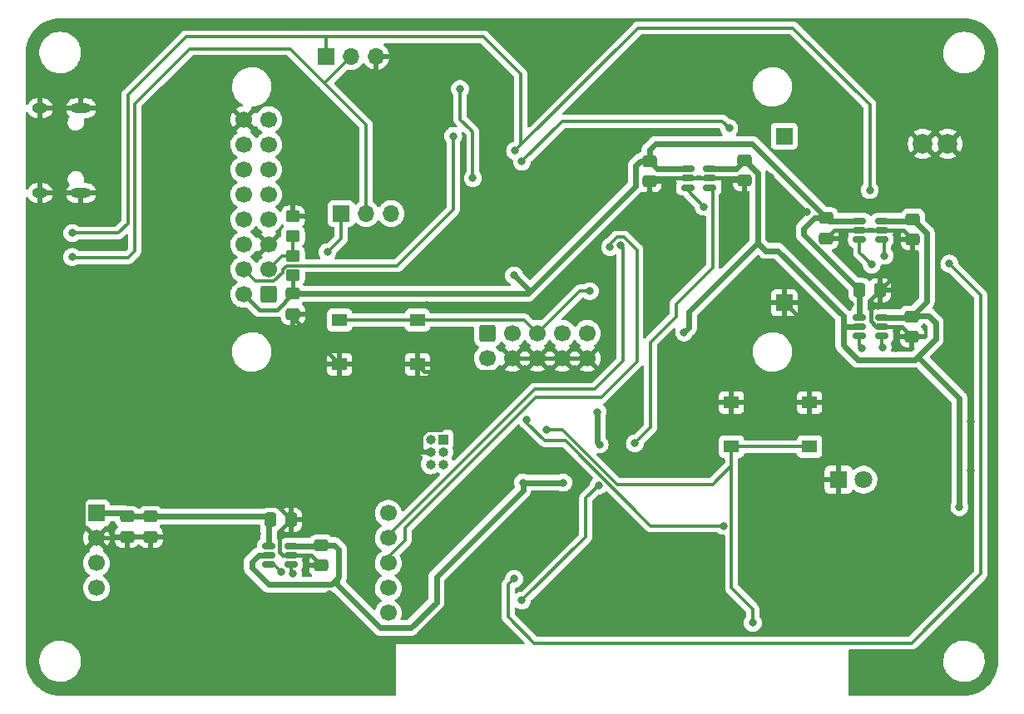
<source format=gbr>
%TF.GenerationSoftware,KiCad,Pcbnew,(6.0.11)*%
%TF.CreationDate,2024-04-25T23:10:28+03:00*%
%TF.ProjectId,avr-co2-detector,6176722d-636f-4322-9d64-65746563746f,rev.2*%
%TF.SameCoordinates,Original*%
%TF.FileFunction,Copper,L2,Bot*%
%TF.FilePolarity,Positive*%
%FSLAX46Y46*%
G04 Gerber Fmt 4.6, Leading zero omitted, Abs format (unit mm)*
G04 Created by KiCad (PCBNEW (6.0.11)) date 2024-04-25 23:10:28*
%MOMM*%
%LPD*%
G01*
G04 APERTURE LIST*
G04 Aperture macros list*
%AMRoundRect*
0 Rectangle with rounded corners*
0 $1 Rounding radius*
0 $2 $3 $4 $5 $6 $7 $8 $9 X,Y pos of 4 corners*
0 Add a 4 corners polygon primitive as box body*
4,1,4,$2,$3,$4,$5,$6,$7,$8,$9,$2,$3,0*
0 Add four circle primitives for the rounded corners*
1,1,$1+$1,$2,$3*
1,1,$1+$1,$4,$5*
1,1,$1+$1,$6,$7*
1,1,$1+$1,$8,$9*
0 Add four rect primitives between the rounded corners*
20,1,$1+$1,$2,$3,$4,$5,0*
20,1,$1+$1,$4,$5,$6,$7,0*
20,1,$1+$1,$6,$7,$8,$9,0*
20,1,$1+$1,$8,$9,$2,$3,0*%
G04 Aperture macros list end*
%TA.AperFunction,ComponentPad*%
%ADD10O,2.100000X1.000000*%
%TD*%
%TA.AperFunction,ComponentPad*%
%ADD11O,1.600000X1.000000*%
%TD*%
%TA.AperFunction,ComponentPad*%
%ADD12R,1.700000X1.700000*%
%TD*%
%TA.AperFunction,ComponentPad*%
%ADD13C,1.700000*%
%TD*%
%TA.AperFunction,ComponentPad*%
%ADD14RoundRect,0.250000X0.600000X0.600000X-0.600000X0.600000X-0.600000X-0.600000X0.600000X-0.600000X0*%
%TD*%
%TA.AperFunction,ComponentPad*%
%ADD15C,2.000000*%
%TD*%
%TA.AperFunction,ComponentPad*%
%ADD16R,1.800000X1.800000*%
%TD*%
%TA.AperFunction,ComponentPad*%
%ADD17C,1.800000*%
%TD*%
%TA.AperFunction,SMDPad,CuDef*%
%ADD18RoundRect,0.250000X0.475000X-0.337500X0.475000X0.337500X-0.475000X0.337500X-0.475000X-0.337500X0*%
%TD*%
%TA.AperFunction,SMDPad,CuDef*%
%ADD19RoundRect,0.250000X-0.475000X0.337500X-0.475000X-0.337500X0.475000X-0.337500X0.475000X0.337500X0*%
%TD*%
%TA.AperFunction,SMDPad,CuDef*%
%ADD20RoundRect,0.150000X0.512500X0.150000X-0.512500X0.150000X-0.512500X-0.150000X0.512500X-0.150000X0*%
%TD*%
%TA.AperFunction,SMDPad,CuDef*%
%ADD21RoundRect,0.250000X-0.337500X-0.475000X0.337500X-0.475000X0.337500X0.475000X-0.337500X0.475000X0*%
%TD*%
%TA.AperFunction,SMDPad,CuDef*%
%ADD22R,1.550000X1.300000*%
%TD*%
%TA.AperFunction,ComponentPad*%
%ADD23O,1.700000X1.700000*%
%TD*%
%TA.AperFunction,ComponentPad*%
%ADD24R,1.000000X1.000000*%
%TD*%
%TA.AperFunction,ComponentPad*%
%ADD25O,1.000000X1.000000*%
%TD*%
%TA.AperFunction,SMDPad,CuDef*%
%ADD26RoundRect,0.250000X0.450000X-0.350000X0.450000X0.350000X-0.450000X0.350000X-0.450000X-0.350000X0*%
%TD*%
%TA.AperFunction,ComponentPad*%
%ADD27RoundRect,0.250000X-0.600000X0.600000X-0.600000X-0.600000X0.600000X-0.600000X0.600000X0.600000X0*%
%TD*%
%TA.AperFunction,ViaPad*%
%ADD28C,0.800000*%
%TD*%
%TA.AperFunction,Conductor*%
%ADD29C,0.450000*%
%TD*%
%TA.AperFunction,Conductor*%
%ADD30C,0.300000*%
%TD*%
%TA.AperFunction,Conductor*%
%ADD31C,0.600000*%
%TD*%
G04 APERTURE END LIST*
D10*
%TO.P,J1,S1,SHIELD*%
%TO.N,GND*%
X89130000Y-73680000D03*
D11*
X84950000Y-73680000D03*
D10*
X89130000Y-82320000D03*
D11*
X84950000Y-82320000D03*
%TD*%
D12*
%TO.P,U3,1,G+*%
%TO.N,+5V*%
X90697500Y-114920000D03*
D13*
%TO.P,U3,2,G0*%
%TO.N,GND*%
X90697500Y-117460000D03*
%TO.P,U3,3,ALARM_OC*%
%TO.N,unconnected-(U3-Pad3)*%
X90697500Y-120000000D03*
%TO.P,U3,4,PWM_1KHZ*%
%TO.N,unconnected-(U3-Pad4)*%
X90697500Y-122540000D03*
%TO.P,U3,5,BCAL_IN*%
%TO.N,unconnected-(U3-Pad5)*%
X120397500Y-125080000D03*
%TO.P,U3,6,UART_R/T*%
%TO.N,unconnected-(U3-Pad6)*%
X120397500Y-122540000D03*
%TO.P,U3,7,UART_TXD*%
%TO.N,Net-(U1-Pad2)*%
X120397500Y-120000000D03*
%TO.P,U3,8,UART_RXD*%
%TO.N,Net-(U1-Pad3)*%
X120397500Y-117460000D03*
%TO.P,U3,9,DVCC_OUT*%
%TO.N,unconnected-(U3-Pad9)*%
X120397500Y-114920000D03*
%TD*%
D14*
%TO.P,J4,1,Pin_1*%
%TO.N,GND*%
X108240000Y-92620000D03*
D13*
%TO.P,J4,2,Pin_2*%
%TO.N,+5V*%
X105700000Y-92620000D03*
%TO.P,J4,3,Pin_3*%
%TO.N,/VO*%
X108240000Y-90080000D03*
%TO.P,J4,4,Pin_4*%
%TO.N,/RS*%
X105700000Y-90080000D03*
%TO.P,J4,5,Pin_5*%
%TO.N,GND*%
X108240000Y-87540000D03*
%TO.P,J4,6,Pin_6*%
%TO.N,/E*%
X105700000Y-87540000D03*
%TO.P,J4,7,Pin_7*%
%TO.N,unconnected-(J4-Pad7)*%
X108240000Y-85000000D03*
%TO.P,J4,8,Pin_8*%
%TO.N,unconnected-(J4-Pad8)*%
X105700000Y-85000000D03*
%TO.P,J4,9,Pin_9*%
%TO.N,unconnected-(J4-Pad9)*%
X108240000Y-82460000D03*
%TO.P,J4,10,Pin_10*%
%TO.N,unconnected-(J4-Pad10)*%
X105700000Y-82460000D03*
%TO.P,J4,11,Pin_11*%
%TO.N,/DB4*%
X108240000Y-79920000D03*
%TO.P,J4,12,Pin_12*%
%TO.N,/DB5*%
X105700000Y-79920000D03*
%TO.P,J4,13,Pin_13*%
%TO.N,/DB6*%
X108240000Y-77380000D03*
%TO.P,J4,14,Pin_14*%
%TO.N,/DB7*%
X105700000Y-77380000D03*
%TO.P,J4,15,Pin_15*%
%TO.N,/LED+*%
X108240000Y-74840000D03*
%TO.P,J4,16,Pin_16*%
%TO.N,GND*%
X105700000Y-74840000D03*
%TD*%
D15*
%TO.P,TP1,1,1*%
%TO.N,GND*%
X174800000Y-77300000D03*
X177340000Y-77300000D03*
%TD*%
D16*
%TO.P,D1,1,K*%
%TO.N,GND*%
X166225000Y-111500000D03*
D17*
%TO.P,D1,2,A*%
%TO.N,Net-(D1-Pad2)*%
X168765000Y-111500000D03*
%TD*%
D12*
%TO.P,J3,1,Pin_1*%
%TO.N,GND*%
X160700000Y-93500000D03*
%TD*%
%TO.P,J2,1,Pin_1*%
%TO.N,/LED+*%
X160700000Y-76500000D03*
%TD*%
D18*
%TO.P,C18,1*%
%TO.N,GND*%
X156685714Y-81037500D03*
%TO.P,C18,2*%
%TO.N,+3.3V*%
X156685714Y-78962500D03*
%TD*%
D19*
%TO.P,C10,1*%
%TO.N,+5V*%
X96200000Y-115262500D03*
%TO.P,C10,2*%
%TO.N,GND*%
X96200000Y-117337500D03*
%TD*%
D20*
%TO.P,U7,1,VCCA*%
%TO.N,+3.3V*%
X110500000Y-118250000D03*
%TO.P,U7,2,GND*%
%TO.N,GND*%
X110500000Y-119200000D03*
%TO.P,U7,3,A*%
%TO.N,/ESP_DEBUG_TXD*%
X110500000Y-120150000D03*
%TO.P,U7,4,B*%
%TO.N,Net-(JP1-Pad1)*%
X108225000Y-120150000D03*
%TO.P,U7,5,DIR*%
%TO.N,+3.3V*%
X108225000Y-119200000D03*
%TO.P,U7,6,VCCB*%
%TO.N,+5V*%
X108225000Y-118250000D03*
%TD*%
%TO.P,U9,1,VCCA*%
%TO.N,+3.3V*%
X170637500Y-94950000D03*
%TO.P,U9,2,GND*%
%TO.N,GND*%
X170637500Y-95900000D03*
%TO.P,U9,3,A*%
%TO.N,/ESP_TXD*%
X170637500Y-96850000D03*
%TO.P,U9,4,B*%
%TO.N,/AVR_RXD*%
X168362500Y-96850000D03*
%TO.P,U9,5,DIR*%
%TO.N,+3.3V*%
X168362500Y-95900000D03*
%TO.P,U9,6,VCCB*%
%TO.N,+5V*%
X168362500Y-94950000D03*
%TD*%
D21*
%TO.P,C25,1*%
%TO.N,+5V*%
X168362500Y-92200000D03*
%TO.P,C25,2*%
%TO.N,GND*%
X170437500Y-92200000D03*
%TD*%
D22*
%TO.P,SW1,1,1*%
%TO.N,GND*%
X115425000Y-99750000D03*
X123375000Y-99750000D03*
%TO.P,SW1,2,2*%
%TO.N,Net-(C1-Pad2)*%
X123375000Y-95250000D03*
X115425000Y-95250000D03*
%TD*%
D21*
%TO.P,C23,1*%
%TO.N,+5V*%
X108425000Y-115600000D03*
%TO.P,C23,2*%
%TO.N,GND*%
X110500000Y-115600000D03*
%TD*%
D12*
%TO.P,J6,1,Pin_1*%
%TO.N,/AVR_DEBUG_RXD*%
X114060000Y-68400000D03*
D23*
%TO.P,J6,2,Pin_2*%
%TO.N,Net-(J6-Pad2)*%
X116600000Y-68400000D03*
%TO.P,J6,3,Pin_3*%
%TO.N,GND*%
X119140000Y-68400000D03*
%TD*%
D18*
%TO.P,C22,1*%
%TO.N,GND*%
X173700000Y-96937500D03*
%TO.P,C22,2*%
%TO.N,+3.3V*%
X173700000Y-94862500D03*
%TD*%
D12*
%TO.P,JP1,1,A*%
%TO.N,Net-(JP1-Pad1)*%
X115600000Y-84400000D03*
D23*
%TO.P,JP1,2,C*%
%TO.N,Net-(J6-Pad2)*%
X118140000Y-84400000D03*
%TO.P,JP1,3,B*%
%TO.N,/AVR_DEBUG_TXD*%
X120680000Y-84400000D03*
%TD*%
D24*
%TO.P,J7,1,Pin_1*%
%TO.N,/ESP_EN*%
X126000002Y-107399998D03*
D25*
%TO.P,J7,2,Pin_2*%
%TO.N,/VDD*%
X124730002Y-107399998D03*
%TO.P,J7,3,Pin_3*%
%TO.N,/ESP_TXD*%
X126000002Y-108669998D03*
%TO.P,J7,4,Pin_4*%
%TO.N,GND*%
X124730002Y-108669998D03*
%TO.P,J7,5,Pin_5*%
%TO.N,/ESP_RXD*%
X126000002Y-109939998D03*
%TO.P,J7,6,Pin_6*%
%TO.N,/ESP_IO0*%
X124730002Y-109939998D03*
%TD*%
D20*
%TO.P,U6,1,VCCA*%
%TO.N,+3.3V*%
X153137500Y-79850000D03*
%TO.P,U6,2,GND*%
%TO.N,GND*%
X153137500Y-80800000D03*
%TO.P,U6,3,A*%
%TO.N,Net-(R15-Pad2)*%
X153137500Y-81750000D03*
%TO.P,U6,4,B*%
%TO.N,/AVR_TXD*%
X150862500Y-81750000D03*
%TO.P,U6,5,DIR*%
%TO.N,GND*%
X150862500Y-80800000D03*
%TO.P,U6,6,VCCB*%
%TO.N,+5V*%
X150862500Y-79850000D03*
%TD*%
D19*
%TO.P,C7,1*%
%TO.N,+5V*%
X110700000Y-92562500D03*
%TO.P,C7,2*%
%TO.N,GND*%
X110700000Y-94637500D03*
%TD*%
%TO.P,C24,1*%
%TO.N,+5V*%
X164985714Y-84862500D03*
%TO.P,C24,2*%
%TO.N,GND*%
X164985714Y-86937500D03*
%TD*%
D26*
%TO.P,R6,1*%
%TO.N,+5V*%
X110700000Y-90700000D03*
%TO.P,R6,2*%
%TO.N,/VO*%
X110700000Y-88700000D03*
%TD*%
D18*
%TO.P,C21,1*%
%TO.N,GND*%
X173785714Y-87037500D03*
%TO.P,C21,2*%
%TO.N,+3.3V*%
X173785714Y-84962500D03*
%TD*%
D22*
%TO.P,SW2,1,1*%
%TO.N,GND*%
X155325000Y-103650000D03*
X163275000Y-103650000D03*
%TO.P,SW2,2,2*%
%TO.N,Net-(C13-Pad2)*%
X163275000Y-108150000D03*
X155325000Y-108150000D03*
%TD*%
D20*
%TO.P,U8,1,VCCA*%
%TO.N,+3.3V*%
X170637500Y-85150000D03*
%TO.P,U8,2,GND*%
%TO.N,GND*%
X170637500Y-86100000D03*
%TO.P,U8,3,A*%
%TO.N,/ESP_DEBUG_RXD*%
X170637500Y-87050000D03*
%TO.P,U8,4,B*%
%TO.N,/AVR_DEBUG_RXD*%
X168362500Y-87050000D03*
%TO.P,U8,5,DIR*%
%TO.N,GND*%
X168362500Y-86100000D03*
%TO.P,U8,6,VCCB*%
%TO.N,+5V*%
X168362500Y-85150000D03*
%TD*%
D19*
%TO.P,C11,1*%
%TO.N,+5V*%
X93800000Y-115262500D03*
%TO.P,C11,2*%
%TO.N,GND*%
X93800000Y-117337500D03*
%TD*%
D26*
%TO.P,R5,1*%
%TO.N,/VO*%
X110700000Y-86700000D03*
%TO.P,R5,2*%
%TO.N,GND*%
X110700000Y-84700000D03*
%TD*%
D18*
%TO.P,C20,1*%
%TO.N,GND*%
X113562500Y-120237500D03*
%TO.P,C20,2*%
%TO.N,+3.3V*%
X113562500Y-118162500D03*
%TD*%
D19*
%TO.P,C19,1*%
%TO.N,+5V*%
X146985714Y-79062500D03*
%TO.P,C19,2*%
%TO.N,GND*%
X146985714Y-81137500D03*
%TD*%
D27*
%TO.P,J5,1,MOSI*%
%TO.N,Net-(J5-Pad1)*%
X130500000Y-96600000D03*
D13*
%TO.P,J5,2,VCC*%
%TO.N,+5V*%
X130500000Y-99140000D03*
%TO.P,J5,3,NC*%
%TO.N,unconnected-(J5-Pad3)*%
X133040000Y-96600000D03*
%TO.P,J5,4,GND*%
%TO.N,GND*%
X133040000Y-99140000D03*
%TO.P,J5,5,~{RST}*%
%TO.N,Net-(C1-Pad2)*%
X135580000Y-96600000D03*
%TO.P,J5,6,GND*%
%TO.N,GND*%
X135580000Y-99140000D03*
%TO.P,J5,7,SCK*%
%TO.N,Net-(J5-Pad7)*%
X138120000Y-96600000D03*
%TO.P,J5,8,GND*%
%TO.N,GND*%
X138120000Y-99140000D03*
%TO.P,J5,9,MISO*%
%TO.N,Net-(J5-Pad9)*%
X140660000Y-96600000D03*
%TO.P,J5,10,GND*%
%TO.N,GND*%
X140660000Y-99140000D03*
%TD*%
D28*
%TO.N,GND*%
X96000000Y-84100000D03*
X182000000Y-105500000D03*
X119300000Y-75300000D03*
X100800000Y-97300000D03*
X147000000Y-94600000D03*
X112000000Y-124100000D03*
X144400000Y-103400000D03*
X124600000Y-97500000D03*
X169500000Y-101000000D03*
X154300000Y-123300000D03*
X94700000Y-95900000D03*
X179400000Y-94800000D03*
X134500000Y-114100000D03*
X111300000Y-76500000D03*
X163000000Y-84200000D03*
X117300000Y-93900000D03*
X107000000Y-117000000D03*
X142200000Y-93000000D03*
X172000000Y-101000000D03*
X97100000Y-80000000D03*
X90500000Y-90200000D03*
X163700000Y-112000000D03*
X139000000Y-120900000D03*
X174400000Y-124000000D03*
X159800000Y-115700000D03*
X84400000Y-71300000D03*
X90600000Y-84100000D03*
X159300000Y-86600000D03*
X144000000Y-69400000D03*
X177200000Y-108400000D03*
X111600000Y-117000000D03*
X131000000Y-65100000D03*
X122200000Y-120000000D03*
X92400000Y-112900000D03*
X166200000Y-71900000D03*
X103200000Y-92700000D03*
X94700000Y-107300000D03*
X140700000Y-69000000D03*
X90300000Y-87700000D03*
X100800000Y-74400000D03*
X108200000Y-104700000D03*
X125600000Y-126600000D03*
X179700000Y-110600000D03*
X150100000Y-69500000D03*
X172100000Y-98125500D03*
X110900000Y-111900000D03*
X125400000Y-72300000D03*
X134400000Y-101200000D03*
X180400000Y-90600000D03*
X115500000Y-71100000D03*
X139700000Y-126400000D03*
X151000000Y-84200000D03*
X159300000Y-80700000D03*
X99000000Y-102900000D03*
X163800000Y-94000000D03*
X120900000Y-91200000D03*
X142900000Y-77200000D03*
X115000000Y-127600000D03*
X165700000Y-82600000D03*
X175600000Y-103100000D03*
X86200000Y-78200000D03*
X173800000Y-93000000D03*
X178000000Y-92000000D03*
X153200000Y-94300000D03*
X138900000Y-114900000D03*
X114500000Y-97300000D03*
X151800000Y-103500000D03*
X146900000Y-89900000D03*
X87000000Y-74600000D03*
X120300000Y-128600000D03*
X92800000Y-74400000D03*
X168900000Y-106500000D03*
X118800000Y-88600000D03*
X127700000Y-102000000D03*
X177200000Y-117700000D03*
X116800000Y-121400000D03*
X161200000Y-110300000D03*
X181800000Y-110600000D03*
X123100000Y-102500000D03*
X168600000Y-70800000D03*
X179600000Y-118400000D03*
X154000000Y-109700000D03*
X114400000Y-123200000D03*
X170000000Y-130000000D03*
X136600000Y-72800000D03*
X143500000Y-72900000D03*
X121700000Y-106000000D03*
X169100000Y-119900000D03*
X145900000Y-76100000D03*
X169000000Y-117600000D03*
X121400000Y-112000000D03*
X176500000Y-85800000D03*
X162000000Y-78800000D03*
X158100000Y-89400000D03*
X112400000Y-90800000D03*
X152200000Y-89300000D03*
X131000000Y-69000000D03*
X95800000Y-89200000D03*
X156700000Y-86700000D03*
X148500000Y-123600000D03*
X99300000Y-78600000D03*
X142500000Y-65300000D03*
X124500000Y-90000000D03*
X88800000Y-93700000D03*
X92800000Y-76700000D03*
X181900000Y-100900000D03*
X157100000Y-114200000D03*
X147000000Y-82400000D03*
X170800000Y-90300000D03*
X99900000Y-71800000D03*
X110800000Y-104800000D03*
X143600000Y-107900000D03*
X119200000Y-96700000D03*
X108300000Y-111800000D03*
X102800000Y-98900000D03*
X168800000Y-126300000D03*
X115300000Y-90900000D03*
X147000000Y-86500000D03*
X111700000Y-97600000D03*
X179700000Y-105600000D03*
X133900000Y-68500000D03*
X172400000Y-88100000D03*
X179500000Y-124500000D03*
X165200000Y-116000000D03*
X148400000Y-117700000D03*
X179500000Y-100900000D03*
X96800000Y-101200000D03*
X116900000Y-76400000D03*
X167400000Y-93600000D03*
X166700000Y-88300000D03*
X159000000Y-122400000D03*
X122200000Y-68200000D03*
X117500000Y-126300000D03*
X138400000Y-76500000D03*
X85000000Y-86200000D03*
X118000000Y-65200000D03*
X167000000Y-104900000D03*
X104500000Y-65200000D03*
X102600000Y-71500000D03*
X153000000Y-68800000D03*
X96300000Y-73900000D03*
X91400000Y-71200000D03*
X148300000Y-98000000D03*
X168200000Y-77300000D03*
X152700000Y-76100000D03*
X112500000Y-88600000D03*
X150300000Y-73100000D03*
X103100000Y-90100000D03*
X142300000Y-89000000D03*
X102600000Y-85600000D03*
X161200000Y-67000000D03*
X155200000Y-82800000D03*
X124300000Y-93700000D03*
X89400000Y-111800000D03*
X92400000Y-105600000D03*
X128600000Y-84400000D03*
X143000000Y-114500000D03*
X84400000Y-91700000D03*
X163700000Y-89800000D03*
X143600000Y-81000000D03*
X170300000Y-93800000D03*
X99300000Y-85500000D03*
X110800000Y-69900000D03*
X132000000Y-102500000D03*
X170900000Y-83600000D03*
X176500000Y-98900000D03*
X167200000Y-100400000D03*
X181800000Y-94800000D03*
X164500000Y-66600000D03*
X122400000Y-124900000D03*
X170900000Y-77300000D03*
%TO.N,Net-(C1-Pad2)*%
X140900000Y-92300000D03*
%TO.N,+5V*%
X133200000Y-90700000D03*
X141700000Y-104600000D03*
X141900000Y-107900000D03*
%TO.N,Net-(C13-Pad2)*%
X136500000Y-106400000D03*
X157500000Y-126100000D03*
%TO.N,+3.3V*%
X178525500Y-114300000D03*
X138200000Y-111800000D03*
X134100000Y-111800000D03*
X150500000Y-96500000D03*
%TO.N,/RS*%
X127000000Y-76500000D03*
%TO.N,/ESP_TXD*%
X154500000Y-116200000D03*
X134500000Y-105400000D03*
X170700000Y-98000000D03*
%TO.N,Net-(JP1-Pad1)*%
X114200000Y-88339500D03*
X109497749Y-120931937D03*
%TO.N,Net-(J6-Pad2)*%
X88219135Y-88819135D03*
%TO.N,Net-(R15-Pad2)*%
X141800000Y-112100000D03*
X145500000Y-107800000D03*
X134000000Y-123800000D03*
%TO.N,Net-(U1-Pad2)*%
X142970878Y-87805824D03*
%TO.N,Net-(U1-Pad3)*%
X144000000Y-87600000D03*
%TO.N,/AVR_DEBUG_RXD*%
X133300000Y-78000000D03*
X88238925Y-86377757D03*
X169600000Y-89600000D03*
X169400000Y-82000000D03*
%TO.N,/AVR_TXD*%
X152500000Y-83700000D03*
X134000000Y-79100000D03*
X155100000Y-75700500D03*
%TO.N,/AVR_RXD*%
X168600000Y-98100000D03*
X127700000Y-71700000D03*
X129000000Y-80800000D03*
%TO.N,/ESP_DEBUG_TXD*%
X110700000Y-121025500D03*
%TO.N,/ESP_DEBUG_RXD*%
X133200000Y-121600000D03*
X170900000Y-88700000D03*
X177500000Y-89500000D03*
%TD*%
D29*
%TO.N,GND*%
X125755002Y-106424998D02*
X124326143Y-106424998D01*
X133040000Y-99140000D02*
X135580000Y-99140000D01*
X110700000Y-94637500D02*
X110700000Y-95025000D01*
X110500000Y-115600000D02*
X109362500Y-116737500D01*
X89372500Y-113727500D02*
X91400000Y-111700000D01*
X172100000Y-95900000D02*
X172100000Y-98125500D01*
X146985714Y-82385714D02*
X147000000Y-82400000D01*
X131715000Y-100465000D02*
X133040000Y-99140000D01*
X91400000Y-111700000D02*
X106600000Y-111700000D01*
X170637500Y-86100000D02*
X172848214Y-86100000D01*
X167200000Y-100400000D02*
X167200000Y-100000000D01*
X133040000Y-99140000D02*
X125755002Y-106424998D01*
X147323214Y-80800000D02*
X146985714Y-81137500D01*
X170437500Y-92200000D02*
X169500000Y-93137500D01*
X170041117Y-95900000D02*
X170637500Y-95900000D01*
X124090000Y-100465000D02*
X131715000Y-100465000D01*
X110700000Y-95025000D02*
X115425000Y-99750000D01*
X160700000Y-93500000D02*
X166225000Y-99025000D01*
X173785714Y-87037500D02*
X173785714Y-88851786D01*
X130500000Y-84400000D02*
X138400000Y-76500000D01*
X106600000Y-111700000D02*
X110500000Y-115600000D01*
X123755002Y-108355002D02*
X124069998Y-108669998D01*
X158500000Y-93500000D02*
X160700000Y-93500000D01*
X172100000Y-95900000D02*
X172662500Y-95900000D01*
X155325000Y-103650000D02*
X155325000Y-96675000D01*
X90697500Y-117460000D02*
X89372500Y-116135000D01*
X150862500Y-80800000D02*
X147323214Y-80800000D01*
X135580000Y-99140000D02*
X138120000Y-99140000D01*
X172662500Y-95900000D02*
X173700000Y-96937500D01*
X146985714Y-81137500D02*
X146985714Y-82385714D01*
X110500000Y-119200000D02*
X112525000Y-119200000D01*
X115425000Y-99750000D02*
X123375000Y-99750000D01*
X173785714Y-88851786D02*
X170437500Y-92200000D01*
X112525000Y-119200000D02*
X113562500Y-120237500D01*
X93677500Y-117460000D02*
X93800000Y-117337500D01*
X170637500Y-95900000D02*
X172100000Y-95900000D01*
X109362500Y-116737500D02*
X109362500Y-118900000D01*
X123755002Y-106996139D02*
X123755002Y-108355002D01*
X128600000Y-84400000D02*
X130500000Y-84400000D01*
X172848214Y-86100000D02*
X173785714Y-87037500D01*
X90697500Y-117460000D02*
X93677500Y-117460000D01*
X165823214Y-86100000D02*
X164985714Y-86937500D01*
X93800000Y-117337500D02*
X96200000Y-117337500D01*
X155325000Y-96675000D02*
X158500000Y-93500000D01*
X124326143Y-106424998D02*
X123755002Y-106996139D01*
X168362500Y-86100000D02*
X170637500Y-86100000D01*
X109662500Y-119200000D02*
X110500000Y-119200000D01*
X166225000Y-99025000D02*
X166225000Y-111500000D01*
X167200000Y-100000000D02*
X166225000Y-99025000D01*
X109362500Y-118900000D02*
X109662500Y-119200000D01*
X150862500Y-80800000D02*
X153137500Y-80800000D01*
X169500000Y-95358883D02*
X170041117Y-95900000D01*
X163275000Y-103650000D02*
X155325000Y-103650000D01*
X153137500Y-80800000D02*
X156448214Y-80800000D01*
X168362500Y-86100000D02*
X165823214Y-86100000D01*
X156448214Y-80800000D02*
X156685714Y-81037500D01*
X169500000Y-93137500D02*
X169500000Y-95358883D01*
X89372500Y-116135000D02*
X89372500Y-113727500D01*
X123375000Y-99750000D02*
X124090000Y-100465000D01*
X124069998Y-108669998D02*
X124730002Y-108669998D01*
X138120000Y-99140000D02*
X140660000Y-99140000D01*
D30*
%TO.N,Net-(C1-Pad2)*%
X123375000Y-95250000D02*
X134230000Y-95250000D01*
X135580000Y-96600000D02*
X139880000Y-92300000D01*
X139880000Y-92300000D02*
X140900000Y-92300000D01*
X115425000Y-95250000D02*
X123375000Y-95250000D01*
X134230000Y-95250000D02*
X135580000Y-96600000D01*
D31*
%TO.N,+5V*%
X146985714Y-77914286D02*
X146985714Y-79062500D01*
X145600000Y-81589591D02*
X145600000Y-79500000D01*
D29*
X134627091Y-92562500D02*
X134627091Y-92127091D01*
D31*
X93457500Y-114920000D02*
X93800000Y-115262500D01*
D29*
X141700000Y-107700000D02*
X141900000Y-107900000D01*
X109062500Y-94200000D02*
X107280000Y-94200000D01*
D31*
X164985714Y-84862500D02*
X163737500Y-84862500D01*
X108225000Y-115800000D02*
X108425000Y-115600000D01*
X168362500Y-85150000D02*
X165273214Y-85150000D01*
X93800000Y-115262500D02*
X96200000Y-115262500D01*
X165273214Y-85150000D02*
X164985714Y-84862500D01*
X108225000Y-118250000D02*
X108225000Y-115800000D01*
D29*
X110700000Y-92562500D02*
X110700000Y-90700000D01*
X110700000Y-92562500D02*
X109062500Y-94200000D01*
D31*
X164985714Y-84862500D02*
X157423214Y-77300000D01*
X147600000Y-77300000D02*
X146985714Y-77914286D01*
X147773214Y-79850000D02*
X146985714Y-79062500D01*
X150862500Y-79850000D02*
X147773214Y-79850000D01*
X90697500Y-114920000D02*
X93457500Y-114920000D01*
X163737500Y-84862500D02*
X162700000Y-85900000D01*
X162700000Y-85900000D02*
X162700000Y-86537500D01*
X157423214Y-77300000D02*
X147600000Y-77300000D01*
X134627091Y-92127091D02*
X133200000Y-90700000D01*
X168362500Y-94950000D02*
X168362500Y-92200000D01*
X145600000Y-79500000D02*
X146037500Y-79062500D01*
X96200000Y-115262500D02*
X108087500Y-115262500D01*
X134627091Y-92562500D02*
X110700000Y-92562500D01*
X162700000Y-86537500D02*
X168362500Y-92200000D01*
D29*
X107280000Y-94200000D02*
X105700000Y-92620000D01*
D31*
X145600000Y-81589591D02*
X134627091Y-92562500D01*
X108087500Y-115262500D02*
X108425000Y-115600000D01*
X141700000Y-104600000D02*
X141700000Y-107700000D01*
X146037500Y-79062500D02*
X146985714Y-79062500D01*
D30*
%TO.N,Net-(C13-Pad2)*%
X163275000Y-108150000D02*
X155325000Y-108150000D01*
X138100000Y-106400000D02*
X143700000Y-112000000D01*
X143700000Y-112000000D02*
X153400000Y-112000000D01*
X157500000Y-124700000D02*
X155325000Y-122525000D01*
X155325000Y-122525000D02*
X155325000Y-108150000D01*
X157500000Y-126100000D02*
X157500000Y-124700000D01*
X153400000Y-112000000D02*
X155325000Y-110075000D01*
X136500000Y-106400000D02*
X138100000Y-106400000D01*
X155325000Y-110075000D02*
X155325000Y-108150000D01*
D31*
%TO.N,+3.3V*%
X174300000Y-99000000D02*
X176100000Y-97200000D01*
X176100000Y-95500000D02*
X175400000Y-94800000D01*
X110500000Y-118250000D02*
X113475000Y-118250000D01*
X178525500Y-103225500D02*
X174300000Y-99000000D01*
X151000000Y-96000000D02*
X150500000Y-96500000D01*
X175200000Y-93362500D02*
X173700000Y-94862500D01*
X170637500Y-94950000D02*
X173612500Y-94950000D01*
X173762500Y-94800000D02*
X173700000Y-94862500D01*
X174000000Y-99300000D02*
X174300000Y-99000000D01*
X173598214Y-85150000D02*
X173785714Y-84962500D01*
X115131250Y-121687583D02*
X115131250Y-122131250D01*
X119600000Y-126600000D02*
X122700000Y-126600000D01*
X166700000Y-94833883D02*
X160066117Y-88200000D01*
X166700000Y-97800000D02*
X168200000Y-99300000D01*
X175400000Y-94800000D02*
X173762500Y-94800000D01*
D29*
X115131250Y-121631250D02*
X115131250Y-121687583D01*
X166800000Y-95900000D02*
X166700000Y-95800000D01*
D31*
X122700000Y-126600000D02*
X125300000Y-124000000D01*
X115131250Y-121631250D02*
X115362500Y-121400000D01*
X158800000Y-88200000D02*
X158000000Y-87400000D01*
X108225000Y-119200000D02*
X107200000Y-119200000D01*
X166700000Y-95800000D02*
X166700000Y-94833883D01*
X155798214Y-79850000D02*
X156685714Y-78962500D01*
X114562500Y-122200000D02*
X115131250Y-121631250D01*
X166700000Y-95800000D02*
X166700000Y-97800000D01*
X134100000Y-111800000D02*
X138200000Y-111800000D01*
X134100000Y-112600000D02*
X134100000Y-111800000D01*
X115362500Y-118600000D02*
X114925000Y-118162500D01*
X158000000Y-87400000D02*
X151000000Y-94400000D01*
X125300000Y-124000000D02*
X125300000Y-121400000D01*
X114925000Y-118162500D02*
X113562500Y-118162500D01*
X168200000Y-99300000D02*
X174000000Y-99300000D01*
X115362500Y-121400000D02*
X115362500Y-118600000D01*
X106500000Y-120500000D02*
X108200000Y-122200000D01*
X178525500Y-114300000D02*
X178525500Y-103225500D01*
X108200000Y-122200000D02*
X114562500Y-122200000D01*
X173612500Y-94950000D02*
X173700000Y-94862500D01*
X175200000Y-86376786D02*
X175200000Y-93362500D01*
X151000000Y-94400000D02*
X151000000Y-96000000D01*
X153137500Y-79850000D02*
X155798214Y-79850000D01*
X168362500Y-95900000D02*
X166800000Y-95900000D01*
X107200000Y-119200000D02*
X106500000Y-119900000D01*
X170637500Y-85150000D02*
X173598214Y-85150000D01*
X176100000Y-97200000D02*
X176100000Y-95500000D01*
X158000000Y-80276786D02*
X156685714Y-78962500D01*
X125300000Y-121400000D02*
X134100000Y-112600000D01*
X158000000Y-87400000D02*
X158000000Y-80276786D01*
X160066117Y-88200000D02*
X158800000Y-88200000D01*
X115131250Y-122131250D02*
X119600000Y-126600000D01*
D29*
X113475000Y-118250000D02*
X113562500Y-118162500D01*
D31*
X106500000Y-119900000D02*
X106500000Y-120500000D01*
X173785714Y-84962500D02*
X175200000Y-86376786D01*
D30*
%TO.N,/RS*%
X109650000Y-90400000D02*
X109650000Y-90101472D01*
X110051472Y-89700000D02*
X121300000Y-89700000D01*
X108770000Y-91280000D02*
X109650000Y-90400000D01*
X105700000Y-90080000D02*
X106900000Y-91280000D01*
X121300000Y-89700000D02*
X127000000Y-84000000D01*
X127000000Y-84000000D02*
X127000000Y-76500000D01*
X106900000Y-91280000D02*
X108770000Y-91280000D01*
X109650000Y-90101472D02*
X110051472Y-89700000D01*
%TO.N,/VO*%
X110700000Y-86700000D02*
X110700000Y-88700000D01*
X109620000Y-88700000D02*
X110700000Y-88700000D01*
X108240000Y-90080000D02*
X109620000Y-88700000D01*
%TO.N,/ESP_TXD*%
X138422182Y-107500000D02*
X136300000Y-107500000D01*
X170637500Y-97937500D02*
X170700000Y-98000000D01*
X147122182Y-116200000D02*
X138422182Y-107500000D01*
X154500000Y-116200000D02*
X147122182Y-116200000D01*
X134500000Y-105700000D02*
X134500000Y-105400000D01*
X170637500Y-96850000D02*
X170637500Y-97937500D01*
X136300000Y-107500000D02*
X134500000Y-105700000D01*
%TO.N,Net-(JP1-Pad1)*%
X109497749Y-120931937D02*
X108715812Y-120150000D01*
X115600000Y-86939500D02*
X115600000Y-84400000D01*
X114200000Y-88339500D02*
X115600000Y-86939500D01*
X108715812Y-120150000D02*
X108225000Y-120150000D01*
%TO.N,Net-(J6-Pad2)*%
X118140000Y-75340000D02*
X118140000Y-84400000D01*
X116600000Y-68400000D02*
X113900000Y-71100000D01*
X93900000Y-88900000D02*
X94600000Y-88200000D01*
X88219135Y-88819135D02*
X88300000Y-88900000D01*
X110400000Y-67600000D02*
X113900000Y-71100000D01*
X88300000Y-88900000D02*
X93900000Y-88900000D01*
X100200000Y-67600000D02*
X110400000Y-67600000D01*
X113900000Y-71100000D02*
X118140000Y-75340000D01*
X94600000Y-73200000D02*
X100200000Y-67600000D01*
X94600000Y-88200000D02*
X94600000Y-73200000D01*
%TO.N,Net-(R15-Pad2)*%
X149700000Y-94900000D02*
X148000000Y-96600000D01*
X153400000Y-82012500D02*
X153400000Y-89900000D01*
X140500000Y-117300000D02*
X140500000Y-113400000D01*
X151400000Y-91900000D02*
X149700000Y-93600000D01*
X153137500Y-81750000D02*
X153400000Y-82012500D01*
X153400000Y-89900000D02*
X151400000Y-91900000D01*
X134000000Y-123800000D02*
X140500000Y-117300000D01*
X148000000Y-96600000D02*
X147100000Y-97500000D01*
X147100000Y-103900000D02*
X147100000Y-106200000D01*
X147100000Y-97500000D02*
X147100000Y-103900000D01*
X140500000Y-113400000D02*
X141800000Y-112100000D01*
X147100000Y-106200000D02*
X145500000Y-107800000D01*
X149700000Y-93600000D02*
X149700000Y-94900000D01*
%TO.N,Net-(U1-Pad2)*%
X145700000Y-88100000D02*
X144400000Y-86800000D01*
X144400000Y-86800000D02*
X143668629Y-86800000D01*
X135400000Y-103100000D02*
X142100000Y-103100000D01*
X122100000Y-117700000D02*
X122100000Y-116400000D01*
X142970878Y-87497751D02*
X142970878Y-87805824D01*
X143668629Y-86800000D02*
X142970878Y-87497751D01*
X120397500Y-119402500D02*
X122100000Y-117700000D01*
X122100000Y-116400000D02*
X135400000Y-103100000D01*
X145700000Y-99500000D02*
X145700000Y-88100000D01*
X142100000Y-103100000D02*
X145700000Y-99500000D01*
X120397500Y-120000000D02*
X120397500Y-119402500D01*
%TO.N,Net-(U1-Pad3)*%
X144300000Y-99400000D02*
X144300000Y-87900000D01*
X141400000Y-102300000D02*
X144300000Y-99400000D01*
X120397500Y-117460000D02*
X120397500Y-117202500D01*
X120397500Y-117202500D02*
X135300000Y-102300000D01*
X144300000Y-87900000D02*
X144000000Y-87600000D01*
X135300000Y-102300000D02*
X141400000Y-102300000D01*
%TO.N,/AVR_DEBUG_RXD*%
X92922243Y-86377757D02*
X93900000Y-85400000D01*
X88238925Y-86377757D02*
X92922243Y-86377757D01*
X169400000Y-73300000D02*
X169400000Y-82000000D01*
X114100000Y-66400000D02*
X130100000Y-66400000D01*
X99800000Y-66400000D02*
X114100000Y-66400000D01*
X168362500Y-87050000D02*
X168362500Y-88362500D01*
X130100000Y-66400000D02*
X133900000Y-70200000D01*
X93900000Y-85400000D02*
X93900000Y-72300000D01*
X114060000Y-68400000D02*
X114060000Y-66440000D01*
X161600000Y-65500000D02*
X169400000Y-73300000D01*
X93900000Y-72300000D02*
X99800000Y-66400000D01*
X114060000Y-66440000D02*
X114100000Y-66400000D01*
X133900000Y-70200000D02*
X133900000Y-77400000D01*
X168362500Y-88362500D02*
X169600000Y-89600000D01*
X145800000Y-65500000D02*
X161600000Y-65500000D01*
X133300000Y-78000000D02*
X145800000Y-65500000D01*
X133900000Y-77400000D02*
X133300000Y-78000000D01*
%TO.N,/AVR_TXD*%
X154399500Y-75000000D02*
X138100000Y-75000000D01*
X155100000Y-75700500D02*
X154399500Y-75000000D01*
X150862500Y-81750000D02*
X150862500Y-82062500D01*
X150862500Y-82062500D02*
X152500000Y-83700000D01*
X138100000Y-75000000D02*
X134000000Y-79100000D01*
%TO.N,/AVR_RXD*%
X168362500Y-96850000D02*
X168362500Y-97862500D01*
X127700000Y-71700000D02*
X127700000Y-74800000D01*
X168362500Y-97862500D02*
X168600000Y-98100000D01*
X128700000Y-75800000D02*
X129000000Y-76100000D01*
X129000000Y-76100000D02*
X129000000Y-80800000D01*
X127700000Y-74800000D02*
X128700000Y-75800000D01*
%TO.N,/ESP_DEBUG_TXD*%
X110500000Y-120150000D02*
X110500000Y-120825500D01*
X110500000Y-120825500D02*
X110700000Y-121025500D01*
%TO.N,/ESP_DEBUG_RXD*%
X173650000Y-128150000D02*
X180700000Y-121100000D01*
X170900000Y-87312500D02*
X170637500Y-87050000D01*
X132600000Y-125500000D02*
X135250000Y-128150000D01*
X170900000Y-88700000D02*
X170900000Y-87312500D01*
X132600000Y-122200000D02*
X132600000Y-125500000D01*
X180700000Y-121100000D02*
X180700000Y-92700000D01*
X180700000Y-92700000D02*
X177500000Y-89500000D01*
X135250000Y-128150000D02*
X173650000Y-128150000D01*
X133200000Y-121600000D02*
X132600000Y-122200000D01*
%TD*%
%TA.AperFunction,Conductor*%
%TO.N,GND*%
G36*
X178970018Y-64510000D02*
G01*
X178984852Y-64512310D01*
X178984855Y-64512310D01*
X178993724Y-64513691D01*
X179002627Y-64512527D01*
X179002628Y-64512527D01*
X179013076Y-64511161D01*
X179035594Y-64510249D01*
X179336051Y-64525010D01*
X179348345Y-64526221D01*
X179675034Y-64574680D01*
X179687156Y-64577090D01*
X179781196Y-64600646D01*
X180007523Y-64657339D01*
X180019355Y-64660928D01*
X180330311Y-64772190D01*
X180341735Y-64776922D01*
X180477093Y-64840941D01*
X180640292Y-64918128D01*
X180651188Y-64923953D01*
X180710005Y-64959206D01*
X180934467Y-65093744D01*
X180944748Y-65100614D01*
X181210017Y-65297350D01*
X181219556Y-65305177D01*
X181464282Y-65526985D01*
X181473015Y-65535718D01*
X181694823Y-65780444D01*
X181702650Y-65789983D01*
X181804309Y-65927055D01*
X181899386Y-66055252D01*
X181906256Y-66065533D01*
X182076045Y-66348807D01*
X182081872Y-66359708D01*
X182088881Y-66374527D01*
X182223078Y-66658265D01*
X182227810Y-66669689D01*
X182339072Y-66980645D01*
X182342661Y-66992477D01*
X182391322Y-67186739D01*
X182421973Y-67309103D01*
X182422909Y-67312841D01*
X182425320Y-67324966D01*
X182462873Y-67578124D01*
X182473779Y-67651650D01*
X182474990Y-67663949D01*
X182485192Y-67871583D01*
X182489390Y-67957034D01*
X182488042Y-67982598D01*
X182486309Y-67993724D01*
X182487474Y-68002630D01*
X182490436Y-68025283D01*
X182491500Y-68041621D01*
X182491500Y-129950633D01*
X182490000Y-129970018D01*
X182486309Y-129993724D01*
X182487473Y-130002627D01*
X182487473Y-130002628D01*
X182488839Y-130013076D01*
X182489751Y-130035594D01*
X182483896Y-130154784D01*
X182474991Y-130336045D01*
X182473779Y-130348345D01*
X182460902Y-130435159D01*
X182425321Y-130675031D01*
X182422910Y-130687156D01*
X182420936Y-130695036D01*
X182342661Y-131007523D01*
X182339072Y-131019355D01*
X182227810Y-131330311D01*
X182223078Y-131341735D01*
X182173415Y-131446740D01*
X182087486Y-131628423D01*
X182081874Y-131640288D01*
X182076045Y-131651193D01*
X181906256Y-131934467D01*
X181899386Y-131944748D01*
X181702650Y-132210017D01*
X181694823Y-132219556D01*
X181473020Y-132464277D01*
X181464282Y-132473015D01*
X181219556Y-132694823D01*
X181210017Y-132702650D01*
X181015517Y-132846901D01*
X180944748Y-132899386D01*
X180934467Y-132906256D01*
X180792101Y-132991588D01*
X180651188Y-133076047D01*
X180640292Y-133081872D01*
X180505870Y-133145448D01*
X180341735Y-133223078D01*
X180330311Y-133227810D01*
X180019355Y-133339072D01*
X180007523Y-133342661D01*
X179781196Y-133399354D01*
X179687156Y-133422910D01*
X179675034Y-133425320D01*
X179348345Y-133473779D01*
X179336051Y-133474990D01*
X179042961Y-133489390D01*
X179017402Y-133488042D01*
X179006276Y-133486309D01*
X178974714Y-133490436D01*
X178958379Y-133491500D01*
X167326000Y-133491500D01*
X167257879Y-133471498D01*
X167211386Y-133417842D01*
X167200000Y-133365500D01*
X167200000Y-130132703D01*
X176890743Y-130132703D01*
X176928268Y-130417734D01*
X177004129Y-130695036D01*
X177116923Y-130959476D01*
X177264561Y-131206161D01*
X177444313Y-131430528D01*
X177652851Y-131628423D01*
X177886317Y-131796186D01*
X177890112Y-131798195D01*
X177890113Y-131798196D01*
X177911869Y-131809715D01*
X178140392Y-131930712D01*
X178410373Y-132029511D01*
X178691264Y-132090755D01*
X178719841Y-132093004D01*
X178914282Y-132108307D01*
X178914291Y-132108307D01*
X178916739Y-132108500D01*
X179072271Y-132108500D01*
X179074407Y-132108354D01*
X179074418Y-132108354D01*
X179282548Y-132094165D01*
X179282554Y-132094164D01*
X179286825Y-132093873D01*
X179291020Y-132093004D01*
X179291022Y-132093004D01*
X179427583Y-132064724D01*
X179568342Y-132035574D01*
X179839343Y-131939607D01*
X180094812Y-131807750D01*
X180098313Y-131805289D01*
X180098317Y-131805287D01*
X180317570Y-131651193D01*
X180330023Y-131642441D01*
X180540622Y-131446740D01*
X180722713Y-131224268D01*
X180872927Y-130979142D01*
X180988483Y-130715898D01*
X181067244Y-130439406D01*
X181107751Y-130154784D01*
X181107845Y-130136951D01*
X181109235Y-129871583D01*
X181109235Y-129871576D01*
X181109257Y-129867297D01*
X181071732Y-129582266D01*
X180995871Y-129304964D01*
X180883077Y-129040524D01*
X180744251Y-128808562D01*
X180737643Y-128797521D01*
X180737640Y-128797517D01*
X180735439Y-128793839D01*
X180555687Y-128569472D01*
X180347149Y-128371577D01*
X180113683Y-128203814D01*
X180091843Y-128192250D01*
X180006790Y-128147217D01*
X179859608Y-128069288D01*
X179589627Y-127970489D01*
X179308736Y-127909245D01*
X179277685Y-127906801D01*
X179085718Y-127891693D01*
X179085709Y-127891693D01*
X179083261Y-127891500D01*
X178927729Y-127891500D01*
X178925593Y-127891646D01*
X178925582Y-127891646D01*
X178717452Y-127905835D01*
X178717446Y-127905836D01*
X178713175Y-127906127D01*
X178708980Y-127906996D01*
X178708978Y-127906996D01*
X178572416Y-127935277D01*
X178431658Y-127964426D01*
X178160657Y-128060393D01*
X177905188Y-128192250D01*
X177901687Y-128194711D01*
X177901683Y-128194713D01*
X177891594Y-128201804D01*
X177669977Y-128357559D01*
X177459378Y-128553260D01*
X177277287Y-128775732D01*
X177127073Y-129020858D01*
X177011517Y-129284102D01*
X176932756Y-129560594D01*
X176892249Y-129845216D01*
X176892227Y-129849505D01*
X176892226Y-129849512D01*
X176890765Y-130128417D01*
X176890743Y-130132703D01*
X167200000Y-130132703D01*
X167200000Y-128934500D01*
X167220002Y-128866379D01*
X167273658Y-128819886D01*
X167326000Y-128808500D01*
X173567944Y-128808500D01*
X173579800Y-128809059D01*
X173579803Y-128809059D01*
X173587537Y-128810788D01*
X173658369Y-128808562D01*
X173662327Y-128808500D01*
X173691432Y-128808500D01*
X173695832Y-128807944D01*
X173707664Y-128807012D01*
X173753831Y-128805562D01*
X173774421Y-128799580D01*
X173793782Y-128795570D01*
X173800770Y-128794688D01*
X173807204Y-128793875D01*
X173807205Y-128793875D01*
X173815064Y-128792882D01*
X173822429Y-128789966D01*
X173822433Y-128789965D01*
X173858021Y-128775874D01*
X173869231Y-128772035D01*
X173913600Y-128759145D01*
X173932065Y-128748225D01*
X173949805Y-128739534D01*
X173969756Y-128731635D01*
X174007129Y-128704482D01*
X174017048Y-128697967D01*
X174049977Y-128678493D01*
X174049981Y-128678490D01*
X174056807Y-128674453D01*
X174071971Y-128659289D01*
X174087005Y-128646448D01*
X174097943Y-128638501D01*
X174104357Y-128633841D01*
X174133803Y-128598247D01*
X174141792Y-128589468D01*
X181107605Y-121623655D01*
X181116385Y-121615665D01*
X181116387Y-121615663D01*
X181123080Y-121611416D01*
X181171605Y-121559742D01*
X181174359Y-121556901D01*
X181194927Y-121536333D01*
X181197647Y-121532826D01*
X181205353Y-121523804D01*
X181231544Y-121495913D01*
X181236972Y-121490133D01*
X181240794Y-121483181D01*
X181247303Y-121471342D01*
X181258157Y-121454818D01*
X181266445Y-121444132D01*
X181271304Y-121437868D01*
X181280492Y-121416636D01*
X181289654Y-121395465D01*
X181294876Y-121384805D01*
X181313305Y-121351284D01*
X181313306Y-121351282D01*
X181317124Y-121344337D01*
X181322459Y-121323559D01*
X181328858Y-121304869D01*
X181337380Y-121285176D01*
X181344606Y-121239552D01*
X181347013Y-121227929D01*
X181356528Y-121190868D01*
X181358500Y-121183188D01*
X181358500Y-121161741D01*
X181360051Y-121142031D01*
X181362166Y-121128677D01*
X181363406Y-121120848D01*
X181359059Y-121074859D01*
X181358500Y-121063004D01*
X181358500Y-92782056D01*
X181359059Y-92770200D01*
X181359059Y-92770197D01*
X181360788Y-92762463D01*
X181358562Y-92691631D01*
X181358500Y-92687673D01*
X181358500Y-92658568D01*
X181357944Y-92654168D01*
X181357012Y-92642330D01*
X181355811Y-92604094D01*
X181355562Y-92596169D01*
X181349580Y-92575579D01*
X181345570Y-92556216D01*
X181343875Y-92542796D01*
X181343875Y-92542795D01*
X181342882Y-92534936D01*
X181339966Y-92527571D01*
X181339965Y-92527567D01*
X181325874Y-92491979D01*
X181322035Y-92480769D01*
X181309145Y-92436400D01*
X181298229Y-92417943D01*
X181289534Y-92400193D01*
X181281635Y-92380244D01*
X181276976Y-92373831D01*
X181254477Y-92342864D01*
X181247960Y-92332943D01*
X181232360Y-92306565D01*
X181224452Y-92293193D01*
X181209291Y-92278032D01*
X181196449Y-92262997D01*
X181183841Y-92245643D01*
X181148241Y-92216192D01*
X181139462Y-92208203D01*
X178442970Y-89511710D01*
X178408944Y-89449398D01*
X178406755Y-89435786D01*
X178405989Y-89428493D01*
X178393542Y-89310072D01*
X178373464Y-89248277D01*
X178336569Y-89134729D01*
X178334527Y-89128444D01*
X178239040Y-88963056D01*
X178225982Y-88948553D01*
X178115675Y-88826045D01*
X178115674Y-88826044D01*
X178111253Y-88821134D01*
X178012157Y-88749136D01*
X177962094Y-88712763D01*
X177962093Y-88712762D01*
X177956752Y-88708882D01*
X177950724Y-88706198D01*
X177950722Y-88706197D01*
X177788319Y-88633891D01*
X177788318Y-88633891D01*
X177782288Y-88631206D01*
X177688887Y-88611353D01*
X177601944Y-88592872D01*
X177601939Y-88592872D01*
X177595487Y-88591500D01*
X177404513Y-88591500D01*
X177398061Y-88592872D01*
X177398056Y-88592872D01*
X177311113Y-88611353D01*
X177217712Y-88631206D01*
X177211682Y-88633891D01*
X177211681Y-88633891D01*
X177049278Y-88706197D01*
X177049276Y-88706198D01*
X177043248Y-88708882D01*
X177037907Y-88712762D01*
X177037906Y-88712763D01*
X176987843Y-88749136D01*
X176888747Y-88821134D01*
X176884326Y-88826044D01*
X176884325Y-88826045D01*
X176774019Y-88948553D01*
X176760960Y-88963056D01*
X176665473Y-89128444D01*
X176606458Y-89310072D01*
X176605768Y-89316633D01*
X176605768Y-89316635D01*
X176594012Y-89428493D01*
X176586496Y-89500000D01*
X176587186Y-89506565D01*
X176599248Y-89621325D01*
X176606458Y-89689928D01*
X176665473Y-89871556D01*
X176760960Y-90036944D01*
X176888747Y-90178866D01*
X176969956Y-90237868D01*
X177026385Y-90278866D01*
X177043248Y-90291118D01*
X177049276Y-90293802D01*
X177049278Y-90293803D01*
X177199730Y-90360788D01*
X177217712Y-90368794D01*
X177304479Y-90387237D01*
X177398056Y-90407128D01*
X177398061Y-90407128D01*
X177404513Y-90408500D01*
X177425050Y-90408500D01*
X177493171Y-90428502D01*
X177514145Y-90445405D01*
X180004595Y-92935854D01*
X180038620Y-92998166D01*
X180041500Y-93024949D01*
X180041500Y-120775050D01*
X180021498Y-120843171D01*
X180004595Y-120864145D01*
X173414145Y-127454595D01*
X173351833Y-127488621D01*
X173325050Y-127491500D01*
X135574950Y-127491500D01*
X135506829Y-127471498D01*
X135485855Y-127454595D01*
X133295405Y-125264145D01*
X133261379Y-125201833D01*
X133258500Y-125175050D01*
X133258500Y-124631525D01*
X133278502Y-124563404D01*
X133332158Y-124516911D01*
X133402432Y-124506807D01*
X133458561Y-124529589D01*
X133543248Y-124591118D01*
X133549276Y-124593802D01*
X133549278Y-124593803D01*
X133694744Y-124658568D01*
X133717712Y-124668794D01*
X133806530Y-124687673D01*
X133898056Y-124707128D01*
X133898061Y-124707128D01*
X133904513Y-124708500D01*
X134095487Y-124708500D01*
X134101939Y-124707128D01*
X134101944Y-124707128D01*
X134193470Y-124687673D01*
X134282288Y-124668794D01*
X134305256Y-124658568D01*
X134450722Y-124593803D01*
X134450724Y-124593802D01*
X134456752Y-124591118D01*
X134611253Y-124478866D01*
X134621540Y-124467441D01*
X134734621Y-124341852D01*
X134734622Y-124341851D01*
X134739040Y-124336944D01*
X134808756Y-124216193D01*
X134831223Y-124177279D01*
X134831224Y-124177278D01*
X134834527Y-124171556D01*
X134885532Y-124014581D01*
X134891502Y-123996207D01*
X134891502Y-123996205D01*
X134893542Y-123989928D01*
X134906755Y-123864213D01*
X134933768Y-123798558D01*
X134942970Y-123788290D01*
X140907605Y-117823655D01*
X140916385Y-117815665D01*
X140916387Y-117815663D01*
X140923080Y-117811416D01*
X140971605Y-117759742D01*
X140974359Y-117756901D01*
X140994927Y-117736333D01*
X140997647Y-117732826D01*
X141005353Y-117723804D01*
X141015539Y-117712957D01*
X141036972Y-117690133D01*
X141040794Y-117683181D01*
X141047303Y-117671342D01*
X141058157Y-117654818D01*
X141066443Y-117644135D01*
X141066444Y-117644134D01*
X141071304Y-117637868D01*
X141083530Y-117609615D01*
X141089654Y-117595464D01*
X141094869Y-117584819D01*
X141117124Y-117544337D01*
X141119094Y-117536663D01*
X141119097Y-117536656D01*
X141122455Y-117523574D01*
X141128861Y-117504862D01*
X141137380Y-117485177D01*
X141139147Y-117474024D01*
X141142885Y-117450420D01*
X141144608Y-117439541D01*
X141147012Y-117427930D01*
X141158500Y-117383188D01*
X141158500Y-117361742D01*
X141160051Y-117342032D01*
X141162166Y-117328678D01*
X141162166Y-117328677D01*
X141163406Y-117320848D01*
X141159059Y-117274859D01*
X141158500Y-117263004D01*
X141158500Y-113724950D01*
X141178502Y-113656829D01*
X141195405Y-113635855D01*
X141785855Y-113045405D01*
X141848167Y-113011379D01*
X141874950Y-113008500D01*
X141895487Y-113008500D01*
X141901939Y-113007128D01*
X141901944Y-113007128D01*
X141988888Y-112988647D01*
X142082288Y-112968794D01*
X142088319Y-112966109D01*
X142250722Y-112893803D01*
X142250724Y-112893802D01*
X142256752Y-112891118D01*
X142268694Y-112882442D01*
X142330450Y-112837573D01*
X142411253Y-112778866D01*
X142492281Y-112688875D01*
X142552727Y-112651635D01*
X142623710Y-112652987D01*
X142675012Y-112684090D01*
X146598527Y-116607605D01*
X146606517Y-116616385D01*
X146610766Y-116623080D01*
X146616544Y-116628506D01*
X146616545Y-116628507D01*
X146662439Y-116671604D01*
X146665281Y-116674359D01*
X146685849Y-116694927D01*
X146689352Y-116697644D01*
X146698377Y-116705352D01*
X146732049Y-116736972D01*
X146739000Y-116740793D01*
X146739001Y-116740794D01*
X146750840Y-116747303D01*
X146767364Y-116758157D01*
X146777453Y-116765982D01*
X146784314Y-116771304D01*
X146791586Y-116774451D01*
X146791588Y-116774452D01*
X146826717Y-116789654D01*
X146837378Y-116794876D01*
X146877845Y-116817124D01*
X146898623Y-116822459D01*
X146917313Y-116828858D01*
X146937006Y-116837380D01*
X146980778Y-116844313D01*
X146982630Y-116844606D01*
X146994253Y-116847013D01*
X147022254Y-116854202D01*
X147038994Y-116858500D01*
X147060441Y-116858500D01*
X147080151Y-116860051D01*
X147101334Y-116863406D01*
X147147323Y-116859059D01*
X147159178Y-116858500D01*
X153819776Y-116858500D01*
X153887897Y-116878502D01*
X153893837Y-116882564D01*
X154034529Y-116984783D01*
X154043248Y-116991118D01*
X154049276Y-116993802D01*
X154049278Y-116993803D01*
X154207270Y-117064145D01*
X154217712Y-117068794D01*
X154307965Y-117087978D01*
X154398056Y-117107128D01*
X154398061Y-117107128D01*
X154404513Y-117108500D01*
X154540500Y-117108500D01*
X154608621Y-117128502D01*
X154655114Y-117182158D01*
X154666500Y-117234500D01*
X154666500Y-122442944D01*
X154665941Y-122454800D01*
X154664212Y-122462537D01*
X154664461Y-122470459D01*
X154666438Y-122533369D01*
X154666500Y-122537327D01*
X154666500Y-122566432D01*
X154667056Y-122570832D01*
X154667988Y-122582664D01*
X154669438Y-122628831D01*
X154671650Y-122636444D01*
X154671650Y-122636445D01*
X154675419Y-122649416D01*
X154679430Y-122668782D01*
X154682118Y-122690064D01*
X154685034Y-122697429D01*
X154685035Y-122697433D01*
X154699126Y-122733021D01*
X154702965Y-122744231D01*
X154715855Y-122788600D01*
X154726775Y-122807065D01*
X154735466Y-122824805D01*
X154743365Y-122844756D01*
X154770516Y-122882126D01*
X154777033Y-122892048D01*
X154796507Y-122924977D01*
X154796510Y-122924981D01*
X154800547Y-122931807D01*
X154815711Y-122946971D01*
X154828551Y-122962004D01*
X154841159Y-122979357D01*
X154876225Y-123008366D01*
X154876752Y-123008802D01*
X154885532Y-123016792D01*
X155858669Y-123989928D01*
X156804595Y-124935854D01*
X156838620Y-124998166D01*
X156841500Y-125024949D01*
X156841500Y-125425241D01*
X156821498Y-125493362D01*
X156809136Y-125509551D01*
X156765810Y-125557670D01*
X156760960Y-125563056D01*
X156665473Y-125728444D01*
X156606458Y-125910072D01*
X156605768Y-125916633D01*
X156605768Y-125916635D01*
X156601272Y-125959410D01*
X156586496Y-126100000D01*
X156606458Y-126289928D01*
X156665473Y-126471556D01*
X156760960Y-126636944D01*
X156888747Y-126778866D01*
X157043248Y-126891118D01*
X157049276Y-126893802D01*
X157049278Y-126893803D01*
X157211681Y-126966109D01*
X157217712Y-126968794D01*
X157311112Y-126988647D01*
X157398056Y-127007128D01*
X157398061Y-127007128D01*
X157404513Y-127008500D01*
X157595487Y-127008500D01*
X157601939Y-127007128D01*
X157601944Y-127007128D01*
X157688888Y-126988647D01*
X157782288Y-126968794D01*
X157788319Y-126966109D01*
X157950722Y-126893803D01*
X157950724Y-126893802D01*
X157956752Y-126891118D01*
X158111253Y-126778866D01*
X158239040Y-126636944D01*
X158334527Y-126471556D01*
X158393542Y-126289928D01*
X158413504Y-126100000D01*
X158398728Y-125959410D01*
X158394232Y-125916635D01*
X158394232Y-125916633D01*
X158393542Y-125910072D01*
X158334527Y-125728444D01*
X158239040Y-125563056D01*
X158234191Y-125557670D01*
X158190864Y-125509551D01*
X158160146Y-125445544D01*
X158158500Y-125425241D01*
X158158500Y-124782056D01*
X158159059Y-124770200D01*
X158159059Y-124770197D01*
X158160788Y-124762463D01*
X158158562Y-124691631D01*
X158158500Y-124687673D01*
X158158500Y-124658568D01*
X158157944Y-124654168D01*
X158157012Y-124642330D01*
X158156132Y-124614297D01*
X158155562Y-124596169D01*
X158149580Y-124575579D01*
X158145570Y-124556216D01*
X158143875Y-124542796D01*
X158143875Y-124542795D01*
X158142882Y-124534936D01*
X158139966Y-124527571D01*
X158139965Y-124527567D01*
X158125876Y-124491982D01*
X158122031Y-124480753D01*
X158111356Y-124444010D01*
X158109145Y-124436399D01*
X158098230Y-124417943D01*
X158089531Y-124400187D01*
X158088041Y-124396425D01*
X158081635Y-124380244D01*
X158054480Y-124342868D01*
X158047965Y-124332949D01*
X158028492Y-124300023D01*
X158028489Y-124300019D01*
X158024452Y-124293193D01*
X158009291Y-124278032D01*
X157996449Y-124262997D01*
X157983841Y-124245643D01*
X157948241Y-124216192D01*
X157939462Y-124208203D01*
X156020405Y-122289145D01*
X155986379Y-122226833D01*
X155983500Y-122200050D01*
X155983500Y-112444669D01*
X164817001Y-112444669D01*
X164817371Y-112451490D01*
X164822895Y-112502352D01*
X164826521Y-112517604D01*
X164871676Y-112638054D01*
X164880214Y-112653649D01*
X164956715Y-112755724D01*
X164969276Y-112768285D01*
X165071351Y-112844786D01*
X165086946Y-112853324D01*
X165207394Y-112898478D01*
X165222649Y-112902105D01*
X165273514Y-112907631D01*
X165280328Y-112908000D01*
X165952885Y-112908000D01*
X165968124Y-112903525D01*
X165969329Y-112902135D01*
X165971000Y-112894452D01*
X165971000Y-112889884D01*
X166479000Y-112889884D01*
X166483475Y-112905123D01*
X166484865Y-112906328D01*
X166492548Y-112907999D01*
X167169669Y-112907999D01*
X167176490Y-112907629D01*
X167227352Y-112902105D01*
X167242604Y-112898479D01*
X167363054Y-112853324D01*
X167378649Y-112844786D01*
X167480724Y-112768285D01*
X167493285Y-112755724D01*
X167569786Y-112653649D01*
X167578324Y-112638054D01*
X167599773Y-112580840D01*
X167642415Y-112524075D01*
X167708977Y-112499376D01*
X167778325Y-112514584D01*
X167798240Y-112528126D01*
X167947008Y-112651635D01*
X167954349Y-112657730D01*
X168154322Y-112774584D01*
X168370694Y-112857209D01*
X168375760Y-112858240D01*
X168375761Y-112858240D01*
X168401035Y-112863382D01*
X168597656Y-112903385D01*
X168728324Y-112908176D01*
X168823949Y-112911683D01*
X168823953Y-112911683D01*
X168829113Y-112911872D01*
X168834233Y-112911216D01*
X168834235Y-112911216D01*
X168933668Y-112898478D01*
X169058847Y-112882442D01*
X169063795Y-112880957D01*
X169063802Y-112880956D01*
X169275747Y-112817369D01*
X169280690Y-112815886D01*
X169330846Y-112791315D01*
X169484049Y-112716262D01*
X169484052Y-112716260D01*
X169488684Y-112713991D01*
X169677243Y-112579494D01*
X169841303Y-112416005D01*
X169976458Y-112227917D01*
X169982034Y-112216636D01*
X170076784Y-112024922D01*
X170076785Y-112024920D01*
X170079078Y-112020280D01*
X170146408Y-111798671D01*
X170176640Y-111569041D01*
X170178327Y-111500000D01*
X170165059Y-111338621D01*
X170159773Y-111274318D01*
X170159772Y-111274312D01*
X170159349Y-111269167D01*
X170122166Y-111121134D01*
X170104184Y-111049544D01*
X170104183Y-111049540D01*
X170102925Y-111044533D01*
X170056801Y-110938455D01*
X170012630Y-110836868D01*
X170012628Y-110836865D01*
X170010570Y-110832131D01*
X169884764Y-110637665D01*
X169728887Y-110466358D01*
X169724836Y-110463159D01*
X169724832Y-110463155D01*
X169551177Y-110326011D01*
X169551172Y-110326008D01*
X169547123Y-110322810D01*
X169542607Y-110320317D01*
X169542604Y-110320315D01*
X169348879Y-110213373D01*
X169348875Y-110213371D01*
X169344355Y-110210876D01*
X169339486Y-110209152D01*
X169339482Y-110209150D01*
X169130903Y-110135288D01*
X169130899Y-110135287D01*
X169126028Y-110133562D01*
X169120935Y-110132655D01*
X169120932Y-110132654D01*
X168903095Y-110093851D01*
X168903089Y-110093850D01*
X168898006Y-110092945D01*
X168820644Y-110092000D01*
X168671581Y-110090179D01*
X168671579Y-110090179D01*
X168666411Y-110090116D01*
X168437464Y-110125150D01*
X168217314Y-110197106D01*
X168212726Y-110199494D01*
X168212722Y-110199496D01*
X168016461Y-110301663D01*
X168011872Y-110304052D01*
X168007739Y-110307155D01*
X168007736Y-110307157D01*
X167830790Y-110440012D01*
X167826655Y-110443117D01*
X167823083Y-110446855D01*
X167808787Y-110461815D01*
X167747263Y-110497245D01*
X167676351Y-110493788D01*
X167618564Y-110452543D01*
X167599711Y-110418994D01*
X167578324Y-110361946D01*
X167569786Y-110346351D01*
X167493285Y-110244276D01*
X167480724Y-110231715D01*
X167378649Y-110155214D01*
X167363054Y-110146676D01*
X167242606Y-110101522D01*
X167227351Y-110097895D01*
X167176486Y-110092369D01*
X167169672Y-110092000D01*
X166497115Y-110092000D01*
X166481876Y-110096475D01*
X166480671Y-110097865D01*
X166479000Y-110105548D01*
X166479000Y-112889884D01*
X165971000Y-112889884D01*
X165971000Y-111772115D01*
X165966525Y-111756876D01*
X165965135Y-111755671D01*
X165957452Y-111754000D01*
X164835116Y-111754000D01*
X164819877Y-111758475D01*
X164818672Y-111759865D01*
X164817001Y-111767548D01*
X164817001Y-112444669D01*
X155983500Y-112444669D01*
X155983500Y-111227885D01*
X164817000Y-111227885D01*
X164821475Y-111243124D01*
X164822865Y-111244329D01*
X164830548Y-111246000D01*
X165952885Y-111246000D01*
X165968124Y-111241525D01*
X165969329Y-111240135D01*
X165971000Y-111232452D01*
X165971000Y-110110116D01*
X165966525Y-110094877D01*
X165965135Y-110093672D01*
X165957452Y-110092001D01*
X165280331Y-110092001D01*
X165273510Y-110092371D01*
X165222648Y-110097895D01*
X165207396Y-110101521D01*
X165086946Y-110146676D01*
X165071351Y-110155214D01*
X164969276Y-110231715D01*
X164956715Y-110244276D01*
X164880214Y-110346351D01*
X164871676Y-110361946D01*
X164826522Y-110482394D01*
X164822895Y-110497649D01*
X164817369Y-110548514D01*
X164817000Y-110555328D01*
X164817000Y-111227885D01*
X155983500Y-111227885D01*
X155983500Y-110136741D01*
X155985051Y-110117031D01*
X155987166Y-110103677D01*
X155988406Y-110095848D01*
X155984059Y-110049859D01*
X155983500Y-110038004D01*
X155983500Y-109434500D01*
X156003502Y-109366379D01*
X156057158Y-109319886D01*
X156109500Y-109308500D01*
X156148134Y-109308500D01*
X156210316Y-109301745D01*
X156346705Y-109250615D01*
X156463261Y-109163261D01*
X156550615Y-109046705D01*
X156587427Y-108948510D01*
X156598972Y-108917714D01*
X156598973Y-108917711D01*
X156601745Y-108910316D01*
X156602372Y-108904547D01*
X156637126Y-108843709D01*
X156700081Y-108810887D01*
X156724493Y-108808500D01*
X161875507Y-108808500D01*
X161943628Y-108828502D01*
X161990121Y-108882158D01*
X161997543Y-108903763D01*
X161998255Y-108910316D01*
X162001027Y-108917711D01*
X162001028Y-108917714D01*
X162012573Y-108948510D01*
X162049385Y-109046705D01*
X162136739Y-109163261D01*
X162253295Y-109250615D01*
X162389684Y-109301745D01*
X162451866Y-109308500D01*
X164098134Y-109308500D01*
X164160316Y-109301745D01*
X164296705Y-109250615D01*
X164413261Y-109163261D01*
X164500615Y-109046705D01*
X164551745Y-108910316D01*
X164558500Y-108848134D01*
X164558500Y-107451866D01*
X164551745Y-107389684D01*
X164500615Y-107253295D01*
X164413261Y-107136739D01*
X164296705Y-107049385D01*
X164160316Y-106998255D01*
X164098134Y-106991500D01*
X162451866Y-106991500D01*
X162389684Y-106998255D01*
X162253295Y-107049385D01*
X162136739Y-107136739D01*
X162049385Y-107253295D01*
X162046233Y-107261703D01*
X162001029Y-107382285D01*
X161998255Y-107389684D01*
X161997628Y-107395453D01*
X161962874Y-107456291D01*
X161899919Y-107489113D01*
X161875507Y-107491500D01*
X156724493Y-107491500D01*
X156656372Y-107471498D01*
X156609879Y-107417842D01*
X156602457Y-107396237D01*
X156601745Y-107389684D01*
X156598972Y-107382285D01*
X156553767Y-107261703D01*
X156550615Y-107253295D01*
X156463261Y-107136739D01*
X156346705Y-107049385D01*
X156210316Y-106998255D01*
X156148134Y-106991500D01*
X154501866Y-106991500D01*
X154439684Y-106998255D01*
X154303295Y-107049385D01*
X154186739Y-107136739D01*
X154099385Y-107253295D01*
X154048255Y-107389684D01*
X154041500Y-107451866D01*
X154041500Y-108848134D01*
X154048255Y-108910316D01*
X154099385Y-109046705D01*
X154186739Y-109163261D01*
X154303295Y-109250615D01*
X154439684Y-109301745D01*
X154501866Y-109308500D01*
X154540500Y-109308500D01*
X154608621Y-109328502D01*
X154655114Y-109382158D01*
X154666500Y-109434500D01*
X154666500Y-109750050D01*
X154646498Y-109818171D01*
X154629595Y-109839145D01*
X153164145Y-111304595D01*
X153101833Y-111338621D01*
X153075050Y-111341500D01*
X144024950Y-111341500D01*
X143956829Y-111321498D01*
X143935855Y-111304595D01*
X141642082Y-109010822D01*
X141608056Y-108948510D01*
X141613121Y-108877695D01*
X141655668Y-108820859D01*
X141722188Y-108796048D01*
X141757375Y-108798481D01*
X141798049Y-108807127D01*
X141798058Y-108807128D01*
X141804513Y-108808500D01*
X141995487Y-108808500D01*
X142001939Y-108807128D01*
X142001944Y-108807128D01*
X142088888Y-108788647D01*
X142182288Y-108768794D01*
X142188319Y-108766109D01*
X142350722Y-108693803D01*
X142350724Y-108693802D01*
X142356752Y-108691118D01*
X142511253Y-108578866D01*
X142597797Y-108482749D01*
X142634621Y-108441852D01*
X142634622Y-108441851D01*
X142639040Y-108436944D01*
X142734527Y-108271556D01*
X142793542Y-108089928D01*
X142795500Y-108071304D01*
X142812814Y-107906565D01*
X142813504Y-107900000D01*
X142801763Y-107788290D01*
X142794232Y-107716635D01*
X142794232Y-107716633D01*
X142793542Y-107710072D01*
X142734527Y-107528444D01*
X142639040Y-107363056D01*
X142634621Y-107358148D01*
X142540864Y-107254020D01*
X142510146Y-107190013D01*
X142508500Y-107169710D01*
X142508500Y-105050397D01*
X142525380Y-104987398D01*
X142534527Y-104971556D01*
X142593542Y-104789928D01*
X142600773Y-104721134D01*
X142612814Y-104606565D01*
X142613504Y-104600000D01*
X142604265Y-104512093D01*
X142594232Y-104416635D01*
X142594232Y-104416633D01*
X142593542Y-104410072D01*
X142534527Y-104228444D01*
X142439040Y-104063056D01*
X142311253Y-103921134D01*
X142311520Y-103920894D01*
X142276231Y-103863615D01*
X142277582Y-103792631D01*
X142317096Y-103733646D01*
X142349530Y-103716396D01*
X142348712Y-103714505D01*
X142355988Y-103711357D01*
X142363600Y-103709145D01*
X142382065Y-103698225D01*
X142399805Y-103689534D01*
X142419756Y-103681635D01*
X142457129Y-103654482D01*
X142467048Y-103647967D01*
X142499977Y-103628493D01*
X142499981Y-103628490D01*
X142506807Y-103624453D01*
X142521971Y-103609289D01*
X142537005Y-103596448D01*
X142547943Y-103588501D01*
X142554357Y-103583841D01*
X142583803Y-103548247D01*
X142591792Y-103539468D01*
X146107605Y-100023655D01*
X146116385Y-100015665D01*
X146116387Y-100015663D01*
X146123080Y-100011416D01*
X146148745Y-99984086D01*
X146171604Y-99959743D01*
X146174359Y-99956901D01*
X146194927Y-99936333D01*
X146197647Y-99932826D01*
X146205354Y-99923803D01*
X146223651Y-99904319D01*
X146284864Y-99868354D01*
X146355804Y-99871193D01*
X146413947Y-99911934D01*
X146440835Y-99977642D01*
X146441500Y-99990573D01*
X146441500Y-105875050D01*
X146421498Y-105943171D01*
X146404595Y-105964145D01*
X145514145Y-106854595D01*
X145451833Y-106888621D01*
X145425050Y-106891500D01*
X145404513Y-106891500D01*
X145398061Y-106892872D01*
X145398056Y-106892872D01*
X145311112Y-106911353D01*
X145217712Y-106931206D01*
X145211682Y-106933891D01*
X145211681Y-106933891D01*
X145049278Y-107006197D01*
X145049276Y-107006198D01*
X145043248Y-107008882D01*
X144888747Y-107121134D01*
X144884326Y-107126044D01*
X144884325Y-107126045D01*
X144800508Y-107219134D01*
X144760960Y-107263056D01*
X144665473Y-107428444D01*
X144606458Y-107610072D01*
X144605768Y-107616633D01*
X144605768Y-107616635D01*
X144591845Y-107749110D01*
X144586496Y-107800000D01*
X144587186Y-107806565D01*
X144603204Y-107958964D01*
X144606458Y-107989928D01*
X144665473Y-108171556D01*
X144760960Y-108336944D01*
X144765378Y-108341851D01*
X144765379Y-108341852D01*
X144832140Y-108415998D01*
X144888747Y-108478866D01*
X144975640Y-108541998D01*
X145026385Y-108578866D01*
X145043248Y-108591118D01*
X145049276Y-108593802D01*
X145049278Y-108593803D01*
X145188637Y-108655849D01*
X145217712Y-108668794D01*
X145304479Y-108687237D01*
X145398056Y-108707128D01*
X145398061Y-108707128D01*
X145404513Y-108708500D01*
X145595487Y-108708500D01*
X145601939Y-108707128D01*
X145601944Y-108707128D01*
X145695521Y-108687237D01*
X145782288Y-108668794D01*
X145811363Y-108655849D01*
X145950722Y-108593803D01*
X145950724Y-108593802D01*
X145956752Y-108591118D01*
X145973616Y-108578866D01*
X146024360Y-108541998D01*
X146111253Y-108478866D01*
X146167860Y-108415998D01*
X146234621Y-108341852D01*
X146234622Y-108341851D01*
X146239040Y-108336944D01*
X146334527Y-108171556D01*
X146374900Y-108047301D01*
X146391502Y-107996207D01*
X146391502Y-107996205D01*
X146393542Y-107989928D01*
X146396797Y-107958964D01*
X146406755Y-107864214D01*
X146433768Y-107798558D01*
X146442970Y-107788290D01*
X147507605Y-106723655D01*
X147516385Y-106715665D01*
X147516387Y-106715663D01*
X147523080Y-106711416D01*
X147571605Y-106659742D01*
X147574359Y-106656901D01*
X147594927Y-106636333D01*
X147597647Y-106632826D01*
X147605353Y-106623804D01*
X147631544Y-106595913D01*
X147636972Y-106590133D01*
X147640794Y-106583181D01*
X147647303Y-106571342D01*
X147658157Y-106554818D01*
X147666445Y-106544132D01*
X147671304Y-106537868D01*
X147674452Y-106530594D01*
X147689654Y-106495465D01*
X147694876Y-106484805D01*
X147713305Y-106451284D01*
X147713306Y-106451282D01*
X147717124Y-106444337D01*
X147722459Y-106423559D01*
X147728858Y-106404869D01*
X147737380Y-106385176D01*
X147744606Y-106339552D01*
X147747013Y-106327929D01*
X147756528Y-106290868D01*
X147758500Y-106283188D01*
X147758500Y-106261741D01*
X147760051Y-106242031D01*
X147762166Y-106228677D01*
X147763406Y-106220848D01*
X147759059Y-106174859D01*
X147758500Y-106163004D01*
X147758500Y-104344669D01*
X154042001Y-104344669D01*
X154042371Y-104351490D01*
X154047895Y-104402352D01*
X154051521Y-104417604D01*
X154096676Y-104538054D01*
X154105214Y-104553649D01*
X154181715Y-104655724D01*
X154194276Y-104668285D01*
X154296351Y-104744786D01*
X154311946Y-104753324D01*
X154432394Y-104798478D01*
X154447649Y-104802105D01*
X154498514Y-104807631D01*
X154505328Y-104808000D01*
X155052885Y-104808000D01*
X155068124Y-104803525D01*
X155069329Y-104802135D01*
X155071000Y-104794452D01*
X155071000Y-104789884D01*
X155579000Y-104789884D01*
X155583475Y-104805123D01*
X155584865Y-104806328D01*
X155592548Y-104807999D01*
X156144669Y-104807999D01*
X156151490Y-104807629D01*
X156202352Y-104802105D01*
X156217604Y-104798479D01*
X156338054Y-104753324D01*
X156353649Y-104744786D01*
X156455724Y-104668285D01*
X156468285Y-104655724D01*
X156544786Y-104553649D01*
X156553324Y-104538054D01*
X156598478Y-104417606D01*
X156602105Y-104402351D01*
X156607631Y-104351486D01*
X156608000Y-104344672D01*
X156608000Y-104344669D01*
X161992001Y-104344669D01*
X161992371Y-104351490D01*
X161997895Y-104402352D01*
X162001521Y-104417604D01*
X162046676Y-104538054D01*
X162055214Y-104553649D01*
X162131715Y-104655724D01*
X162144276Y-104668285D01*
X162246351Y-104744786D01*
X162261946Y-104753324D01*
X162382394Y-104798478D01*
X162397649Y-104802105D01*
X162448514Y-104807631D01*
X162455328Y-104808000D01*
X163002885Y-104808000D01*
X163018124Y-104803525D01*
X163019329Y-104802135D01*
X163021000Y-104794452D01*
X163021000Y-104789884D01*
X163529000Y-104789884D01*
X163533475Y-104805123D01*
X163534865Y-104806328D01*
X163542548Y-104807999D01*
X164094669Y-104807999D01*
X164101490Y-104807629D01*
X164152352Y-104802105D01*
X164167604Y-104798479D01*
X164288054Y-104753324D01*
X164303649Y-104744786D01*
X164405724Y-104668285D01*
X164418285Y-104655724D01*
X164494786Y-104553649D01*
X164503324Y-104538054D01*
X164548478Y-104417606D01*
X164552105Y-104402351D01*
X164557631Y-104351486D01*
X164558000Y-104344672D01*
X164558000Y-103922115D01*
X164553525Y-103906876D01*
X164552135Y-103905671D01*
X164544452Y-103904000D01*
X163547115Y-103904000D01*
X163531876Y-103908475D01*
X163530671Y-103909865D01*
X163529000Y-103917548D01*
X163529000Y-104789884D01*
X163021000Y-104789884D01*
X163021000Y-103922115D01*
X163016525Y-103906876D01*
X163015135Y-103905671D01*
X163007452Y-103904000D01*
X162010116Y-103904000D01*
X161994877Y-103908475D01*
X161993672Y-103909865D01*
X161992001Y-103917548D01*
X161992001Y-104344669D01*
X156608000Y-104344669D01*
X156608000Y-103922115D01*
X156603525Y-103906876D01*
X156602135Y-103905671D01*
X156594452Y-103904000D01*
X155597115Y-103904000D01*
X155581876Y-103908475D01*
X155580671Y-103909865D01*
X155579000Y-103917548D01*
X155579000Y-104789884D01*
X155071000Y-104789884D01*
X155071000Y-103922115D01*
X155066525Y-103906876D01*
X155065135Y-103905671D01*
X155057452Y-103904000D01*
X154060116Y-103904000D01*
X154044877Y-103908475D01*
X154043672Y-103909865D01*
X154042001Y-103917548D01*
X154042001Y-104344669D01*
X147758500Y-104344669D01*
X147758500Y-103377885D01*
X154042000Y-103377885D01*
X154046475Y-103393124D01*
X154047865Y-103394329D01*
X154055548Y-103396000D01*
X155052885Y-103396000D01*
X155068124Y-103391525D01*
X155069329Y-103390135D01*
X155071000Y-103382452D01*
X155071000Y-103377885D01*
X155579000Y-103377885D01*
X155583475Y-103393124D01*
X155584865Y-103394329D01*
X155592548Y-103396000D01*
X156589884Y-103396000D01*
X156605123Y-103391525D01*
X156606328Y-103390135D01*
X156607999Y-103382452D01*
X156607999Y-103377885D01*
X161992000Y-103377885D01*
X161996475Y-103393124D01*
X161997865Y-103394329D01*
X162005548Y-103396000D01*
X163002885Y-103396000D01*
X163018124Y-103391525D01*
X163019329Y-103390135D01*
X163021000Y-103382452D01*
X163021000Y-103377885D01*
X163529000Y-103377885D01*
X163533475Y-103393124D01*
X163534865Y-103394329D01*
X163542548Y-103396000D01*
X164539884Y-103396000D01*
X164555123Y-103391525D01*
X164556328Y-103390135D01*
X164557999Y-103382452D01*
X164557999Y-102955331D01*
X164557629Y-102948510D01*
X164552105Y-102897648D01*
X164548479Y-102882396D01*
X164503324Y-102761946D01*
X164494786Y-102746351D01*
X164418285Y-102644276D01*
X164405724Y-102631715D01*
X164303649Y-102555214D01*
X164288054Y-102546676D01*
X164167606Y-102501522D01*
X164152351Y-102497895D01*
X164101486Y-102492369D01*
X164094672Y-102492000D01*
X163547115Y-102492000D01*
X163531876Y-102496475D01*
X163530671Y-102497865D01*
X163529000Y-102505548D01*
X163529000Y-103377885D01*
X163021000Y-103377885D01*
X163021000Y-102510116D01*
X163016525Y-102494877D01*
X163015135Y-102493672D01*
X163007452Y-102492001D01*
X162455331Y-102492001D01*
X162448510Y-102492371D01*
X162397648Y-102497895D01*
X162382396Y-102501521D01*
X162261946Y-102546676D01*
X162246351Y-102555214D01*
X162144276Y-102631715D01*
X162131715Y-102644276D01*
X162055214Y-102746351D01*
X162046676Y-102761946D01*
X162001522Y-102882394D01*
X161997895Y-102897649D01*
X161992369Y-102948514D01*
X161992000Y-102955328D01*
X161992000Y-103377885D01*
X156607999Y-103377885D01*
X156607999Y-102955331D01*
X156607629Y-102948510D01*
X156602105Y-102897648D01*
X156598479Y-102882396D01*
X156553324Y-102761946D01*
X156544786Y-102746351D01*
X156468285Y-102644276D01*
X156455724Y-102631715D01*
X156353649Y-102555214D01*
X156338054Y-102546676D01*
X156217606Y-102501522D01*
X156202351Y-102497895D01*
X156151486Y-102492369D01*
X156144672Y-102492000D01*
X155597115Y-102492000D01*
X155581876Y-102496475D01*
X155580671Y-102497865D01*
X155579000Y-102505548D01*
X155579000Y-103377885D01*
X155071000Y-103377885D01*
X155071000Y-102510116D01*
X155066525Y-102494877D01*
X155065135Y-102493672D01*
X155057452Y-102492001D01*
X154505331Y-102492001D01*
X154498510Y-102492371D01*
X154447648Y-102497895D01*
X154432396Y-102501521D01*
X154311946Y-102546676D01*
X154296351Y-102555214D01*
X154194276Y-102631715D01*
X154181715Y-102644276D01*
X154105214Y-102746351D01*
X154096676Y-102761946D01*
X154051522Y-102882394D01*
X154047895Y-102897649D01*
X154042369Y-102948514D01*
X154042000Y-102955328D01*
X154042000Y-103377885D01*
X147758500Y-103377885D01*
X147758500Y-98429733D01*
X157487822Y-98429733D01*
X157487975Y-98434121D01*
X157487975Y-98434127D01*
X157496188Y-98669305D01*
X157497625Y-98710458D01*
X157498387Y-98714781D01*
X157498388Y-98714788D01*
X157522164Y-98849624D01*
X157546402Y-98987087D01*
X157633203Y-99254235D01*
X157635131Y-99258188D01*
X157635133Y-99258193D01*
X157670017Y-99329715D01*
X157756340Y-99506702D01*
X157758795Y-99510341D01*
X157758798Y-99510347D01*
X157783952Y-99547639D01*
X157913415Y-99739576D01*
X157916360Y-99742847D01*
X157916361Y-99742848D01*
X157967247Y-99799362D01*
X158101371Y-99948322D01*
X158104733Y-99951143D01*
X158104734Y-99951144D01*
X158113280Y-99958315D01*
X158316550Y-100128879D01*
X158554764Y-100277731D01*
X158629254Y-100310896D01*
X158754661Y-100366731D01*
X158811375Y-100391982D01*
X158815603Y-100393194D01*
X158815602Y-100393194D01*
X159018906Y-100451490D01*
X159081390Y-100469407D01*
X159085740Y-100470018D01*
X159085743Y-100470019D01*
X159188690Y-100484487D01*
X159359552Y-100508500D01*
X159570146Y-100508500D01*
X159572332Y-100508347D01*
X159572336Y-100508347D01*
X159775827Y-100494118D01*
X159775832Y-100494117D01*
X159780212Y-100493811D01*
X160054970Y-100435409D01*
X160059099Y-100433906D01*
X160059103Y-100433905D01*
X160314781Y-100340846D01*
X160314785Y-100340844D01*
X160318926Y-100339337D01*
X160566942Y-100207464D01*
X160570503Y-100204877D01*
X160790629Y-100044947D01*
X160790632Y-100044944D01*
X160794192Y-100042358D01*
X160805772Y-100031176D01*
X160929250Y-99911934D01*
X160996252Y-99847231D01*
X161169188Y-99625882D01*
X161171384Y-99622078D01*
X161171389Y-99622071D01*
X161307435Y-99386431D01*
X161309636Y-99382619D01*
X161414862Y-99122176D01*
X161426612Y-99075051D01*
X161481753Y-98853893D01*
X161481754Y-98853888D01*
X161482817Y-98849624D01*
X161491059Y-98771210D01*
X161511719Y-98574636D01*
X161511719Y-98574633D01*
X161512178Y-98570267D01*
X161509504Y-98493694D01*
X161502529Y-98293939D01*
X161502528Y-98293933D01*
X161502375Y-98289542D01*
X161501070Y-98282138D01*
X161460599Y-98052619D01*
X161453598Y-98012913D01*
X161366797Y-97745765D01*
X161361415Y-97734729D01*
X161290800Y-97589949D01*
X161243660Y-97493298D01*
X161241205Y-97489659D01*
X161241202Y-97489653D01*
X161159681Y-97368794D01*
X161086585Y-97260424D01*
X161079250Y-97252277D01*
X160939308Y-97096857D01*
X160898629Y-97051678D01*
X160683450Y-96871121D01*
X160445236Y-96722269D01*
X160265376Y-96642190D01*
X160192639Y-96609805D01*
X160192637Y-96609804D01*
X160188625Y-96608018D01*
X159996247Y-96552855D01*
X159922837Y-96531805D01*
X159922836Y-96531805D01*
X159918610Y-96530593D01*
X159914260Y-96529982D01*
X159914257Y-96529981D01*
X159802174Y-96514229D01*
X159640448Y-96491500D01*
X159429854Y-96491500D01*
X159427668Y-96491653D01*
X159427664Y-96491653D01*
X159224173Y-96505882D01*
X159224168Y-96505883D01*
X159219788Y-96506189D01*
X158945030Y-96564591D01*
X158940901Y-96566094D01*
X158940897Y-96566095D01*
X158685219Y-96659154D01*
X158685215Y-96659156D01*
X158681074Y-96660663D01*
X158433058Y-96792536D01*
X158429499Y-96795122D01*
X158429497Y-96795123D01*
X158282374Y-96902014D01*
X158205808Y-96957642D01*
X158202644Y-96960698D01*
X158202641Y-96960700D01*
X158123688Y-97036944D01*
X158003748Y-97152769D01*
X157887096Y-97302077D01*
X157833900Y-97370166D01*
X157830812Y-97374118D01*
X157828616Y-97377922D01*
X157828611Y-97377929D01*
X157726299Y-97555139D01*
X157690364Y-97617381D01*
X157585138Y-97877824D01*
X157584073Y-97882097D01*
X157584072Y-97882099D01*
X157519808Y-98139849D01*
X157517183Y-98150376D01*
X157516724Y-98154744D01*
X157516723Y-98154749D01*
X157491747Y-98392384D01*
X157487822Y-98429733D01*
X147758500Y-98429733D01*
X147758500Y-97824950D01*
X147778502Y-97756829D01*
X147795405Y-97735855D01*
X149420783Y-96110477D01*
X149483095Y-96076451D01*
X149553910Y-96081516D01*
X149610746Y-96124063D01*
X149635557Y-96190583D01*
X149629711Y-96238506D01*
X149606458Y-96310072D01*
X149605768Y-96316633D01*
X149605768Y-96316635D01*
X149591668Y-96450794D01*
X149586496Y-96500000D01*
X149587186Y-96506565D01*
X149603224Y-96659154D01*
X149606458Y-96689928D01*
X149665473Y-96871556D01*
X149668776Y-96877277D01*
X149668777Y-96877279D01*
X149672045Y-96882939D01*
X149760960Y-97036944D01*
X149765378Y-97041851D01*
X149765379Y-97041852D01*
X149865249Y-97152769D01*
X149888747Y-97178866D01*
X149982709Y-97247134D01*
X150036255Y-97286037D01*
X150043248Y-97291118D01*
X150049276Y-97293802D01*
X150049278Y-97293803D01*
X150211681Y-97366109D01*
X150217712Y-97368794D01*
X150290770Y-97384323D01*
X150398056Y-97407128D01*
X150398061Y-97407128D01*
X150404513Y-97408500D01*
X150595487Y-97408500D01*
X150601939Y-97407128D01*
X150601944Y-97407128D01*
X150709230Y-97384323D01*
X150782288Y-97368794D01*
X150788319Y-97366109D01*
X150950722Y-97293803D01*
X150950724Y-97293802D01*
X150956752Y-97291118D01*
X150963746Y-97286037D01*
X151017291Y-97247134D01*
X151111253Y-97178866D01*
X151134751Y-97152769D01*
X151234621Y-97041852D01*
X151234622Y-97041851D01*
X151239040Y-97036944D01*
X151334527Y-96871556D01*
X151355354Y-96807458D01*
X151386092Y-96757300D01*
X151565158Y-96578234D01*
X151566095Y-96577306D01*
X151625475Y-96519157D01*
X151625476Y-96519156D01*
X151630507Y-96514229D01*
X151653998Y-96477779D01*
X151661417Y-96467454D01*
X151688476Y-96433557D01*
X151703073Y-96403362D01*
X151710602Y-96389945D01*
X151718712Y-96377361D01*
X151728765Y-96361762D01*
X151731173Y-96355145D01*
X151731176Y-96355140D01*
X151743592Y-96321027D01*
X151748553Y-96309284D01*
X151764353Y-96276600D01*
X151764356Y-96276591D01*
X151767421Y-96270251D01*
X151774966Y-96237572D01*
X151779334Y-96222825D01*
X151790803Y-96191315D01*
X151791685Y-96184330D01*
X151791687Y-96184323D01*
X151796237Y-96148308D01*
X151798472Y-96135757D01*
X151801927Y-96120792D01*
X151808225Y-96093515D01*
X151808367Y-96052928D01*
X151808396Y-96052058D01*
X151808500Y-96051231D01*
X151808500Y-96014590D01*
X151808688Y-95960590D01*
X151808845Y-95915657D01*
X151808845Y-95915652D01*
X151808857Y-95912130D01*
X151808589Y-95910930D01*
X151808500Y-95909292D01*
X151808500Y-94787082D01*
X151828502Y-94718961D01*
X151845405Y-94697987D01*
X152148723Y-94394669D01*
X159342001Y-94394669D01*
X159342371Y-94401490D01*
X159347895Y-94452352D01*
X159351521Y-94467604D01*
X159396676Y-94588054D01*
X159405214Y-94603649D01*
X159481715Y-94705724D01*
X159494276Y-94718285D01*
X159596351Y-94794786D01*
X159611946Y-94803324D01*
X159732394Y-94848478D01*
X159747649Y-94852105D01*
X159798514Y-94857631D01*
X159805328Y-94858000D01*
X160427885Y-94858000D01*
X160443124Y-94853525D01*
X160444329Y-94852135D01*
X160446000Y-94844452D01*
X160446000Y-94839884D01*
X160954000Y-94839884D01*
X160958475Y-94855123D01*
X160959865Y-94856328D01*
X160967548Y-94857999D01*
X161594669Y-94857999D01*
X161601490Y-94857629D01*
X161652352Y-94852105D01*
X161667604Y-94848479D01*
X161788054Y-94803324D01*
X161803649Y-94794786D01*
X161905724Y-94718285D01*
X161918285Y-94705724D01*
X161994786Y-94603649D01*
X162003324Y-94588054D01*
X162048478Y-94467606D01*
X162052105Y-94452351D01*
X162057631Y-94401486D01*
X162058000Y-94394672D01*
X162058000Y-93772115D01*
X162053525Y-93756876D01*
X162052135Y-93755671D01*
X162044452Y-93754000D01*
X160972115Y-93754000D01*
X160956876Y-93758475D01*
X160955671Y-93759865D01*
X160954000Y-93767548D01*
X160954000Y-94839884D01*
X160446000Y-94839884D01*
X160446000Y-93772115D01*
X160441525Y-93756876D01*
X160440135Y-93755671D01*
X160432452Y-93754000D01*
X159360116Y-93754000D01*
X159344877Y-93758475D01*
X159343672Y-93759865D01*
X159342001Y-93767548D01*
X159342001Y-94394669D01*
X152148723Y-94394669D01*
X153315507Y-93227885D01*
X159342000Y-93227885D01*
X159346475Y-93243124D01*
X159347865Y-93244329D01*
X159355548Y-93246000D01*
X160427885Y-93246000D01*
X160443124Y-93241525D01*
X160444329Y-93240135D01*
X160446000Y-93232452D01*
X160446000Y-93227885D01*
X160954000Y-93227885D01*
X160958475Y-93243124D01*
X160959865Y-93244329D01*
X160967548Y-93246000D01*
X162039884Y-93246000D01*
X162055123Y-93241525D01*
X162056328Y-93240135D01*
X162057999Y-93232452D01*
X162057999Y-92605331D01*
X162057629Y-92598510D01*
X162052105Y-92547648D01*
X162048479Y-92532396D01*
X162003324Y-92411946D01*
X161994786Y-92396351D01*
X161918285Y-92294276D01*
X161905724Y-92281715D01*
X161803649Y-92205214D01*
X161788054Y-92196676D01*
X161667606Y-92151522D01*
X161652351Y-92147895D01*
X161601486Y-92142369D01*
X161594672Y-92142000D01*
X160972115Y-92142000D01*
X160956876Y-92146475D01*
X160955671Y-92147865D01*
X160954000Y-92155548D01*
X160954000Y-93227885D01*
X160446000Y-93227885D01*
X160446000Y-92160116D01*
X160441525Y-92144877D01*
X160440135Y-92143672D01*
X160432452Y-92142001D01*
X159805331Y-92142001D01*
X159798510Y-92142371D01*
X159747648Y-92147895D01*
X159732396Y-92151521D01*
X159611946Y-92196676D01*
X159596351Y-92205214D01*
X159494276Y-92281715D01*
X159481715Y-92294276D01*
X159405214Y-92396351D01*
X159396676Y-92411946D01*
X159351522Y-92532394D01*
X159347895Y-92547649D01*
X159342369Y-92598514D01*
X159342000Y-92605328D01*
X159342000Y-93227885D01*
X153315507Y-93227885D01*
X157910905Y-88632487D01*
X157973217Y-88598461D01*
X158044032Y-88603526D01*
X158089095Y-88632487D01*
X158221766Y-88765158D01*
X158222694Y-88766095D01*
X158274635Y-88819135D01*
X158285771Y-88830507D01*
X158322221Y-88853998D01*
X158332546Y-88861417D01*
X158366443Y-88888476D01*
X158372784Y-88891541D01*
X158372785Y-88891542D01*
X158396637Y-88903072D01*
X158410054Y-88910601D01*
X158438238Y-88928765D01*
X158444855Y-88931173D01*
X158444860Y-88931176D01*
X158478973Y-88943592D01*
X158490716Y-88948553D01*
X158523400Y-88964353D01*
X158523409Y-88964356D01*
X158529749Y-88967421D01*
X158536614Y-88969006D01*
X158562428Y-88974966D01*
X158577168Y-88979332D01*
X158608685Y-88990803D01*
X158615670Y-88991685D01*
X158615677Y-88991687D01*
X158651692Y-88996237D01*
X158664243Y-88998472D01*
X158706485Y-89008225D01*
X158713529Y-89008250D01*
X158713533Y-89008250D01*
X158747072Y-89008367D01*
X158747942Y-89008396D01*
X158748769Y-89008500D01*
X158785258Y-89008500D01*
X158785697Y-89008501D01*
X158884343Y-89008845D01*
X158884348Y-89008845D01*
X158887870Y-89008857D01*
X158889070Y-89008589D01*
X158890708Y-89008500D01*
X159679035Y-89008500D01*
X159747156Y-89028502D01*
X159768130Y-89045405D01*
X165854595Y-95131870D01*
X165888621Y-95194182D01*
X165891500Y-95220965D01*
X165891500Y-97790786D01*
X165891493Y-97792106D01*
X165890549Y-97882221D01*
X165899711Y-97924597D01*
X165901769Y-97937163D01*
X165906603Y-97980255D01*
X165908919Y-97986906D01*
X165908920Y-97986910D01*
X165917633Y-98011930D01*
X165921796Y-98026742D01*
X165921939Y-98027401D01*
X165928881Y-98059510D01*
X165947208Y-98098813D01*
X165951990Y-98110589D01*
X165966255Y-98151552D01*
X165969989Y-98157527D01*
X165969990Y-98157530D01*
X165984027Y-98179995D01*
X165991366Y-98193512D01*
X165996171Y-98203815D01*
X166005538Y-98223902D01*
X166009855Y-98229467D01*
X166009856Y-98229469D01*
X166032106Y-98258153D01*
X166039402Y-98268612D01*
X166056642Y-98296202D01*
X166062374Y-98305376D01*
X166067334Y-98310371D01*
X166067335Y-98310372D01*
X166090976Y-98334179D01*
X166091561Y-98334804D01*
X166092078Y-98335470D01*
X166118068Y-98361460D01*
X166190185Y-98434082D01*
X166191222Y-98434740D01*
X166192451Y-98435843D01*
X167621766Y-99865158D01*
X167622694Y-99866095D01*
X167654800Y-99898880D01*
X167685771Y-99930507D01*
X167722221Y-99953998D01*
X167732546Y-99961417D01*
X167766443Y-99988476D01*
X167772782Y-99991540D01*
X167772786Y-99991543D01*
X167796638Y-100003074D01*
X167810051Y-100010601D01*
X167832313Y-100024947D01*
X167832316Y-100024948D01*
X167838238Y-100028765D01*
X167844857Y-100031174D01*
X167844861Y-100031176D01*
X167878973Y-100043592D01*
X167890717Y-100048553D01*
X167923399Y-100064352D01*
X167923401Y-100064353D01*
X167929748Y-100067421D01*
X167946683Y-100071331D01*
X167962427Y-100074966D01*
X167977168Y-100079332D01*
X168008685Y-100090803D01*
X168015671Y-100091685D01*
X168015677Y-100091687D01*
X168051701Y-100096238D01*
X168064253Y-100098474D01*
X168099614Y-100106638D01*
X168099617Y-100106638D01*
X168106485Y-100108224D01*
X168113531Y-100108249D01*
X168113534Y-100108249D01*
X168147056Y-100108366D01*
X168147938Y-100108395D01*
X168148769Y-100108500D01*
X168185419Y-100108500D01*
X168185859Y-100108501D01*
X168284343Y-100108845D01*
X168284348Y-100108845D01*
X168287870Y-100108857D01*
X168289070Y-100108589D01*
X168290707Y-100108500D01*
X173990786Y-100108500D01*
X173992106Y-100108507D01*
X174082221Y-100109451D01*
X174124597Y-100100289D01*
X174137163Y-100098231D01*
X174167353Y-100094844D01*
X174180256Y-100093397D01*
X174180546Y-100095979D01*
X174239483Y-100099656D01*
X174285620Y-100129012D01*
X177680095Y-103523487D01*
X177714121Y-103585799D01*
X177717000Y-103612582D01*
X177717000Y-113849603D01*
X177700120Y-113912602D01*
X177690973Y-113928444D01*
X177631958Y-114110072D01*
X177631268Y-114116633D01*
X177631268Y-114116635D01*
X177619292Y-114230581D01*
X177611996Y-114300000D01*
X177612686Y-114306565D01*
X177626532Y-114438299D01*
X177631958Y-114489928D01*
X177690973Y-114671556D01*
X177694276Y-114677278D01*
X177694277Y-114677279D01*
X177707426Y-114700053D01*
X177786460Y-114836944D01*
X177790878Y-114841851D01*
X177790879Y-114841852D01*
X177899421Y-114962400D01*
X177914247Y-114978866D01*
X178068748Y-115091118D01*
X178074776Y-115093802D01*
X178074778Y-115093803D01*
X178237181Y-115166109D01*
X178243212Y-115168794D01*
X178336612Y-115188647D01*
X178423556Y-115207128D01*
X178423561Y-115207128D01*
X178430013Y-115208500D01*
X178620987Y-115208500D01*
X178627439Y-115207128D01*
X178627444Y-115207128D01*
X178714388Y-115188647D01*
X178807788Y-115168794D01*
X178813819Y-115166109D01*
X178976222Y-115093803D01*
X178976224Y-115093802D01*
X178982252Y-115091118D01*
X179136753Y-114978866D01*
X179151579Y-114962400D01*
X179260121Y-114841852D01*
X179260122Y-114841851D01*
X179264540Y-114836944D01*
X179343574Y-114700053D01*
X179356723Y-114677279D01*
X179356724Y-114677278D01*
X179360027Y-114671556D01*
X179419042Y-114489928D01*
X179424469Y-114438299D01*
X179438314Y-114306565D01*
X179439004Y-114300000D01*
X179431708Y-114230581D01*
X179419732Y-114116635D01*
X179419732Y-114116633D01*
X179419042Y-114110072D01*
X179360027Y-113928444D01*
X179350880Y-113912602D01*
X179334000Y-113849603D01*
X179334000Y-103234664D01*
X179334007Y-103233345D01*
X179334876Y-103150326D01*
X179334950Y-103143279D01*
X179325790Y-103100914D01*
X179323730Y-103088335D01*
X179319682Y-103052241D01*
X179319681Y-103052238D01*
X179318897Y-103045245D01*
X179307866Y-103013568D01*
X179303704Y-102998758D01*
X179298109Y-102972878D01*
X179298108Y-102972874D01*
X179296619Y-102965989D01*
X179293642Y-102959605D01*
X179293640Y-102959599D01*
X179278296Y-102926693D01*
X179273500Y-102914883D01*
X179259245Y-102873948D01*
X179255513Y-102867976D01*
X179255510Y-102867969D01*
X179241473Y-102845505D01*
X179234134Y-102831988D01*
X179222939Y-102807981D01*
X179222937Y-102807977D01*
X179219962Y-102801598D01*
X179193392Y-102767344D01*
X179186098Y-102756888D01*
X179179514Y-102746351D01*
X179163126Y-102720124D01*
X179134517Y-102691315D01*
X179133934Y-102690692D01*
X179133421Y-102690030D01*
X179107574Y-102664183D01*
X179037804Y-102593924D01*
X179037800Y-102593920D01*
X179035315Y-102591418D01*
X179034277Y-102590759D01*
X179033044Y-102589653D01*
X175532487Y-99089095D01*
X175498461Y-99026783D01*
X175503526Y-98955967D01*
X175532487Y-98910905D01*
X176665158Y-97778234D01*
X176666095Y-97777306D01*
X176725475Y-97719157D01*
X176725476Y-97719156D01*
X176730507Y-97714229D01*
X176753998Y-97677779D01*
X176761417Y-97667454D01*
X176788476Y-97633557D01*
X176791540Y-97627218D01*
X176791543Y-97627214D01*
X176803074Y-97603362D01*
X176810601Y-97589949D01*
X176824947Y-97567687D01*
X176824948Y-97567684D01*
X176828765Y-97561762D01*
X176831176Y-97555139D01*
X176843592Y-97521027D01*
X176848553Y-97509283D01*
X176864352Y-97476601D01*
X176864353Y-97476599D01*
X176867421Y-97470252D01*
X176872518Y-97448176D01*
X176874966Y-97437573D01*
X176879334Y-97422825D01*
X176890803Y-97391315D01*
X176891685Y-97384329D01*
X176891687Y-97384323D01*
X176896238Y-97348299D01*
X176898474Y-97335747D01*
X176906638Y-97300386D01*
X176906638Y-97300383D01*
X176908224Y-97293515D01*
X176908289Y-97275144D01*
X176908366Y-97252944D01*
X176908395Y-97252062D01*
X176908500Y-97251231D01*
X176908500Y-97214428D01*
X176908857Y-97112130D01*
X176908589Y-97110930D01*
X176908500Y-97109293D01*
X176908500Y-95509164D01*
X176908507Y-95507845D01*
X176908518Y-95506807D01*
X176909450Y-95417779D01*
X176900290Y-95375414D01*
X176898230Y-95362835D01*
X176894182Y-95326741D01*
X176894181Y-95326738D01*
X176893397Y-95319745D01*
X176882366Y-95288068D01*
X176878204Y-95273258D01*
X176872609Y-95247378D01*
X176872608Y-95247374D01*
X176871119Y-95240489D01*
X176868142Y-95234105D01*
X176868140Y-95234099D01*
X176852796Y-95201193D01*
X176848000Y-95189383D01*
X176833745Y-95148448D01*
X176830013Y-95142476D01*
X176830010Y-95142469D01*
X176815973Y-95120005D01*
X176808634Y-95106488D01*
X176797439Y-95082481D01*
X176797437Y-95082477D01*
X176794462Y-95076098D01*
X176767892Y-95041844D01*
X176760598Y-95031388D01*
X176758865Y-95028614D01*
X176737626Y-94994624D01*
X176709017Y-94965815D01*
X176708434Y-94965192D01*
X176707921Y-94964530D01*
X176682070Y-94938679D01*
X176609815Y-94865918D01*
X176608776Y-94865258D01*
X176607546Y-94864154D01*
X175978236Y-94234844D01*
X175977308Y-94233907D01*
X175919157Y-94174525D01*
X175919156Y-94174524D01*
X175914229Y-94169493D01*
X175877779Y-94146002D01*
X175867454Y-94138583D01*
X175833557Y-94111524D01*
X175827216Y-94108459D01*
X175821252Y-94104703D01*
X175822789Y-94102263D01*
X175779771Y-94063299D01*
X175761271Y-93994754D01*
X175782767Y-93927090D01*
X175799083Y-93907502D01*
X175825475Y-93881657D01*
X175825476Y-93881656D01*
X175830507Y-93876729D01*
X175853998Y-93840279D01*
X175861417Y-93829954D01*
X175888476Y-93796057D01*
X175891540Y-93789718D01*
X175891543Y-93789714D01*
X175903074Y-93765862D01*
X175910601Y-93752449D01*
X175924947Y-93730187D01*
X175924948Y-93730184D01*
X175928765Y-93724262D01*
X175931176Y-93717639D01*
X175943592Y-93683527D01*
X175948553Y-93671783D01*
X175964352Y-93639101D01*
X175964353Y-93639099D01*
X175967421Y-93632752D01*
X175974966Y-93600073D01*
X175979334Y-93585325D01*
X175981581Y-93579152D01*
X175990803Y-93553815D01*
X175991685Y-93546829D01*
X175991687Y-93546823D01*
X175996238Y-93510799D01*
X175998474Y-93498247D01*
X176006638Y-93462886D01*
X176006638Y-93462883D01*
X176008224Y-93456015D01*
X176008305Y-93433000D01*
X176008366Y-93415444D01*
X176008395Y-93414562D01*
X176008500Y-93413731D01*
X176008500Y-93376928D01*
X176008574Y-93355663D01*
X176008845Y-93278157D01*
X176008845Y-93278152D01*
X176008857Y-93274630D01*
X176008589Y-93273430D01*
X176008500Y-93271793D01*
X176008500Y-86385950D01*
X176008507Y-86384631D01*
X176008703Y-86365871D01*
X176009450Y-86294565D01*
X176000290Y-86252200D01*
X175998230Y-86239621D01*
X175994182Y-86203527D01*
X175994181Y-86203524D01*
X175993397Y-86196531D01*
X175982366Y-86164854D01*
X175978204Y-86150044D01*
X175972609Y-86124164D01*
X175972608Y-86124160D01*
X175971119Y-86117275D01*
X175968142Y-86110891D01*
X175968140Y-86110885D01*
X175952796Y-86077979D01*
X175948000Y-86066169D01*
X175941602Y-86047797D01*
X175933745Y-86025234D01*
X175930013Y-86019262D01*
X175930010Y-86019255D01*
X175915973Y-85996791D01*
X175908634Y-85983274D01*
X175897439Y-85959267D01*
X175897437Y-85959263D01*
X175894462Y-85952884D01*
X175867892Y-85918630D01*
X175860598Y-85908174D01*
X175837626Y-85871410D01*
X175814104Y-85847723D01*
X175809017Y-85842601D01*
X175808434Y-85841978D01*
X175807921Y-85841316D01*
X175782072Y-85815467D01*
X175775640Y-85808990D01*
X175712304Y-85745210D01*
X175712300Y-85745206D01*
X175709815Y-85742704D01*
X175708775Y-85742044D01*
X175707548Y-85740943D01*
X175056118Y-85089512D01*
X175022093Y-85027200D01*
X175019214Y-85000417D01*
X175019214Y-84574600D01*
X175017772Y-84560702D01*
X175008952Y-84475692D01*
X175008951Y-84475688D01*
X175008240Y-84468834D01*
X175005202Y-84459726D01*
X174954582Y-84308002D01*
X174952264Y-84301054D01*
X174859192Y-84150652D01*
X174734017Y-84025695D01*
X174726795Y-84021243D01*
X174589682Y-83936725D01*
X174589680Y-83936724D01*
X174583452Y-83932885D01*
X174453940Y-83889928D01*
X174422103Y-83879368D01*
X174422101Y-83879368D01*
X174415575Y-83877203D01*
X174408739Y-83876503D01*
X174408736Y-83876502D01*
X174363125Y-83871829D01*
X174311114Y-83866500D01*
X173260314Y-83866500D01*
X173257068Y-83866837D01*
X173257064Y-83866837D01*
X173161406Y-83876762D01*
X173161402Y-83876763D01*
X173154548Y-83877474D01*
X173148012Y-83879655D01*
X173148010Y-83879655D01*
X173052842Y-83911406D01*
X172986768Y-83933450D01*
X172836366Y-84026522D01*
X172711409Y-84151697D01*
X172707569Y-84157927D01*
X172707568Y-84157928D01*
X172631325Y-84281616D01*
X172578552Y-84329110D01*
X172524065Y-84341500D01*
X170058498Y-84341500D01*
X170056050Y-84341693D01*
X170056042Y-84341693D01*
X170027579Y-84343933D01*
X170027574Y-84343934D01*
X170021169Y-84344438D01*
X169928554Y-84371345D01*
X169869012Y-84388643D01*
X169869010Y-84388644D01*
X169861399Y-84390855D01*
X169851607Y-84396646D01*
X169725020Y-84471509D01*
X169725017Y-84471511D01*
X169718193Y-84475547D01*
X169600547Y-84593193D01*
X169598294Y-84597002D01*
X169542004Y-84637655D01*
X169471112Y-84641506D01*
X169409391Y-84606418D01*
X169402724Y-84598724D01*
X169399453Y-84593193D01*
X169281807Y-84475547D01*
X169274983Y-84471511D01*
X169274980Y-84471509D01*
X169148393Y-84396646D01*
X169138601Y-84390855D01*
X169130990Y-84388644D01*
X169130988Y-84388643D01*
X169071446Y-84371345D01*
X168978831Y-84344438D01*
X168972426Y-84343934D01*
X168972421Y-84343933D01*
X168943958Y-84341693D01*
X168943950Y-84341693D01*
X168941502Y-84341500D01*
X166289911Y-84341500D01*
X166221790Y-84321498D01*
X166175297Y-84267842D01*
X166170388Y-84255377D01*
X166154581Y-84207998D01*
X166154580Y-84207996D01*
X166152264Y-84201054D01*
X166134497Y-84172342D01*
X166063046Y-84056880D01*
X166059192Y-84050652D01*
X166039372Y-84030866D01*
X165939197Y-83930866D01*
X165934017Y-83925695D01*
X165886179Y-83896207D01*
X165789682Y-83836725D01*
X165789680Y-83836724D01*
X165783452Y-83832885D01*
X165703709Y-83806436D01*
X165622103Y-83779368D01*
X165622101Y-83779368D01*
X165615575Y-83777203D01*
X165608739Y-83776503D01*
X165608736Y-83776502D01*
X165565683Y-83772091D01*
X165511114Y-83766500D01*
X165085296Y-83766500D01*
X165017175Y-83746498D01*
X164996201Y-83729595D01*
X158664740Y-77398134D01*
X159341500Y-77398134D01*
X159348255Y-77460316D01*
X159399385Y-77596705D01*
X159486739Y-77713261D01*
X159603295Y-77800615D01*
X159739684Y-77851745D01*
X159801866Y-77858500D01*
X161598134Y-77858500D01*
X161660316Y-77851745D01*
X161796705Y-77800615D01*
X161913261Y-77713261D01*
X162000615Y-77596705D01*
X162051745Y-77460316D01*
X162058500Y-77398134D01*
X162058500Y-75601866D01*
X162051745Y-75539684D01*
X162000615Y-75403295D01*
X161913261Y-75286739D01*
X161796705Y-75199385D01*
X161660316Y-75148255D01*
X161598134Y-75141500D01*
X159801866Y-75141500D01*
X159739684Y-75148255D01*
X159603295Y-75199385D01*
X159486739Y-75286739D01*
X159399385Y-75403295D01*
X159348255Y-75539684D01*
X159341500Y-75601866D01*
X159341500Y-77398134D01*
X158664740Y-77398134D01*
X158001448Y-76734842D01*
X158000520Y-76733905D01*
X157942371Y-76674525D01*
X157942370Y-76674524D01*
X157937443Y-76669493D01*
X157900993Y-76646002D01*
X157890668Y-76638583D01*
X157856771Y-76611524D01*
X157826576Y-76596927D01*
X157813159Y-76589398D01*
X157811156Y-76588107D01*
X157784976Y-76571235D01*
X157778359Y-76568827D01*
X157778354Y-76568824D01*
X157744241Y-76556408D01*
X157732498Y-76551447D01*
X157699811Y-76535646D01*
X157699806Y-76535644D01*
X157693465Y-76532579D01*
X157686607Y-76530996D01*
X157686605Y-76530995D01*
X157668322Y-76526774D01*
X157660786Y-76525035D01*
X157646045Y-76520668D01*
X157614529Y-76509197D01*
X157607539Y-76508314D01*
X157607531Y-76508312D01*
X157571513Y-76503762D01*
X157558961Y-76501526D01*
X157523600Y-76493362D01*
X157523597Y-76493362D01*
X157516729Y-76491776D01*
X157509683Y-76491751D01*
X157509680Y-76491751D01*
X157476158Y-76491634D01*
X157475276Y-76491605D01*
X157474445Y-76491500D01*
X157437795Y-76491500D01*
X157437355Y-76491499D01*
X157338871Y-76491155D01*
X157338866Y-76491155D01*
X157335344Y-76491143D01*
X157334144Y-76491411D01*
X157332507Y-76491500D01*
X155893287Y-76491500D01*
X155825166Y-76471498D01*
X155778673Y-76417842D01*
X155768569Y-76347568D01*
X155799651Y-76281190D01*
X155834621Y-76242352D01*
X155834622Y-76242351D01*
X155839040Y-76237444D01*
X155904908Y-76123357D01*
X155931223Y-76077779D01*
X155931224Y-76077778D01*
X155934527Y-76072056D01*
X155993542Y-75890428D01*
X156001161Y-75817942D01*
X156012814Y-75707065D01*
X156013504Y-75700500D01*
X156008553Y-75653393D01*
X155994232Y-75517135D01*
X155994232Y-75517133D01*
X155993542Y-75510572D01*
X155934527Y-75328944D01*
X155839040Y-75163556D01*
X155833251Y-75157126D01*
X155715675Y-75026545D01*
X155715674Y-75026544D01*
X155711253Y-75021634D01*
X155581802Y-74927582D01*
X155562094Y-74913263D01*
X155562093Y-74913262D01*
X155556752Y-74909382D01*
X155550724Y-74906698D01*
X155550722Y-74906697D01*
X155388319Y-74834391D01*
X155388318Y-74834391D01*
X155382288Y-74831706D01*
X155272497Y-74808369D01*
X155201944Y-74793372D01*
X155201939Y-74793372D01*
X155195487Y-74792000D01*
X155174950Y-74792000D01*
X155106829Y-74771998D01*
X155085855Y-74755095D01*
X154923155Y-74592395D01*
X154915165Y-74583615D01*
X154915163Y-74583613D01*
X154910916Y-74576920D01*
X154899731Y-74566416D01*
X154859243Y-74528396D01*
X154856401Y-74525641D01*
X154835833Y-74505073D01*
X154832326Y-74502353D01*
X154823304Y-74494647D01*
X154795413Y-74468456D01*
X154789633Y-74463028D01*
X154782681Y-74459206D01*
X154770842Y-74452697D01*
X154754318Y-74441843D01*
X154743632Y-74433555D01*
X154737368Y-74428696D01*
X154730096Y-74425549D01*
X154730094Y-74425548D01*
X154694965Y-74410346D01*
X154684305Y-74405124D01*
X154650784Y-74386695D01*
X154650782Y-74386694D01*
X154643837Y-74382876D01*
X154623059Y-74377541D01*
X154604369Y-74371142D01*
X154584676Y-74362620D01*
X154539052Y-74355394D01*
X154527429Y-74352987D01*
X154494127Y-74344437D01*
X154482688Y-74341500D01*
X154461241Y-74341500D01*
X154441531Y-74339949D01*
X154428177Y-74337834D01*
X154420348Y-74336594D01*
X154374359Y-74340941D01*
X154362504Y-74341500D01*
X138193950Y-74341500D01*
X138125829Y-74321498D01*
X138079336Y-74267842D01*
X138069232Y-74197568D01*
X138098726Y-74132988D01*
X138104855Y-74126405D01*
X140801527Y-71429733D01*
X157487822Y-71429733D01*
X157487975Y-71434121D01*
X157487975Y-71434127D01*
X157497260Y-71700000D01*
X157497625Y-71710458D01*
X157498387Y-71714781D01*
X157498388Y-71714788D01*
X157522164Y-71849624D01*
X157546402Y-71987087D01*
X157633203Y-72254235D01*
X157635131Y-72258188D01*
X157635133Y-72258193D01*
X157650866Y-72290449D01*
X157756340Y-72506702D01*
X157758795Y-72510341D01*
X157758798Y-72510347D01*
X157831890Y-72618710D01*
X157913415Y-72739576D01*
X157916360Y-72742847D01*
X157916361Y-72742848D01*
X158004369Y-72840590D01*
X158101371Y-72948322D01*
X158316550Y-73128879D01*
X158554764Y-73277731D01*
X158603694Y-73299516D01*
X158789088Y-73382059D01*
X158811375Y-73391982D01*
X159081390Y-73469407D01*
X159085740Y-73470018D01*
X159085743Y-73470019D01*
X159176907Y-73482831D01*
X159359552Y-73508500D01*
X159570146Y-73508500D01*
X159572332Y-73508347D01*
X159572336Y-73508347D01*
X159775827Y-73494118D01*
X159775832Y-73494117D01*
X159780212Y-73493811D01*
X160054970Y-73435409D01*
X160059099Y-73433906D01*
X160059103Y-73433905D01*
X160314781Y-73340846D01*
X160314785Y-73340844D01*
X160318926Y-73339337D01*
X160566942Y-73207464D01*
X160570503Y-73204877D01*
X160790629Y-73044947D01*
X160790632Y-73044944D01*
X160794192Y-73042358D01*
X160871847Y-72967368D01*
X160954467Y-72887582D01*
X160996252Y-72847231D01*
X161169188Y-72625882D01*
X161171384Y-72622078D01*
X161171389Y-72622071D01*
X161307435Y-72386431D01*
X161309636Y-72382619D01*
X161414862Y-72122176D01*
X161421603Y-72095139D01*
X161481753Y-71853893D01*
X161481754Y-71853888D01*
X161482817Y-71849624D01*
X161483652Y-71841685D01*
X161511719Y-71574636D01*
X161511719Y-71574633D01*
X161512178Y-71570267D01*
X161510823Y-71531463D01*
X161502529Y-71293939D01*
X161502528Y-71293933D01*
X161502375Y-71289542D01*
X161481081Y-71168774D01*
X161461190Y-71055968D01*
X161453598Y-71012913D01*
X161366797Y-70745765D01*
X161243660Y-70493298D01*
X161241205Y-70489659D01*
X161241202Y-70489653D01*
X161160935Y-70370653D01*
X161086585Y-70260424D01*
X160898629Y-70051678D01*
X160872212Y-70029511D01*
X160814097Y-69980747D01*
X160683450Y-69871121D01*
X160523246Y-69771015D01*
X160448960Y-69724596D01*
X160445236Y-69722269D01*
X160229640Y-69626279D01*
X160192639Y-69609805D01*
X160192637Y-69609804D01*
X160188625Y-69608018D01*
X159918610Y-69530593D01*
X159914260Y-69529982D01*
X159914257Y-69529981D01*
X159792831Y-69512916D01*
X159640448Y-69491500D01*
X159429854Y-69491500D01*
X159427668Y-69491653D01*
X159427664Y-69491653D01*
X159224173Y-69505882D01*
X159224168Y-69505883D01*
X159219788Y-69506189D01*
X158945030Y-69564591D01*
X158940901Y-69566094D01*
X158940897Y-69566095D01*
X158685219Y-69659154D01*
X158685215Y-69659156D01*
X158681074Y-69660663D01*
X158433058Y-69792536D01*
X158429499Y-69795122D01*
X158429497Y-69795123D01*
X158224563Y-69944016D01*
X158205808Y-69957642D01*
X158003748Y-70152769D01*
X157830812Y-70374118D01*
X157828616Y-70377922D01*
X157828611Y-70377929D01*
X157759192Y-70498167D01*
X157690364Y-70617381D01*
X157585138Y-70877824D01*
X157584073Y-70882097D01*
X157584072Y-70882099D01*
X157540722Y-71055968D01*
X157517183Y-71150376D01*
X157516724Y-71154744D01*
X157516723Y-71154749D01*
X157497807Y-71334729D01*
X157487822Y-71429733D01*
X140801527Y-71429733D01*
X146035855Y-66195405D01*
X146098167Y-66161379D01*
X146124950Y-66158500D01*
X161275050Y-66158500D01*
X161343171Y-66178502D01*
X161364145Y-66195405D01*
X168704595Y-73535855D01*
X168738621Y-73598167D01*
X168741500Y-73624950D01*
X168741500Y-81325241D01*
X168721498Y-81393362D01*
X168709136Y-81409551D01*
X168660960Y-81463056D01*
X168565473Y-81628444D01*
X168506458Y-81810072D01*
X168505768Y-81816633D01*
X168505768Y-81816635D01*
X168503017Y-81842807D01*
X168486496Y-82000000D01*
X168487186Y-82006565D01*
X168504197Y-82168412D01*
X168506458Y-82189928D01*
X168565473Y-82371556D01*
X168568776Y-82377278D01*
X168568777Y-82377279D01*
X168600284Y-82431851D01*
X168660960Y-82536944D01*
X168665378Y-82541851D01*
X168665379Y-82541852D01*
X168710636Y-82592115D01*
X168788747Y-82678866D01*
X168943248Y-82791118D01*
X168949276Y-82793802D01*
X168949278Y-82793803D01*
X169013814Y-82822536D01*
X169117712Y-82868794D01*
X169211112Y-82888647D01*
X169298056Y-82907128D01*
X169298061Y-82907128D01*
X169304513Y-82908500D01*
X169495487Y-82908500D01*
X169501939Y-82907128D01*
X169501944Y-82907128D01*
X169588888Y-82888647D01*
X169682288Y-82868794D01*
X169786186Y-82822536D01*
X169850722Y-82793803D01*
X169850724Y-82793802D01*
X169856752Y-82791118D01*
X170011253Y-82678866D01*
X170089364Y-82592115D01*
X170134621Y-82541852D01*
X170134622Y-82541851D01*
X170139040Y-82536944D01*
X170199716Y-82431851D01*
X170231223Y-82377279D01*
X170231224Y-82377278D01*
X170234527Y-82371556D01*
X170293542Y-82189928D01*
X170295804Y-82168412D01*
X170312814Y-82006565D01*
X170313504Y-82000000D01*
X170296983Y-81842807D01*
X170294232Y-81816635D01*
X170294232Y-81816633D01*
X170293542Y-81810072D01*
X170234527Y-81628444D01*
X170139040Y-81463056D01*
X170090864Y-81409551D01*
X170060146Y-81345544D01*
X170058500Y-81325241D01*
X170058500Y-78532670D01*
X173932160Y-78532670D01*
X173937887Y-78540320D01*
X174109042Y-78645205D01*
X174117837Y-78649687D01*
X174327988Y-78736734D01*
X174337373Y-78739783D01*
X174558554Y-78792885D01*
X174568301Y-78794428D01*
X174795070Y-78812275D01*
X174804930Y-78812275D01*
X175031699Y-78794428D01*
X175041446Y-78792885D01*
X175262627Y-78739783D01*
X175272012Y-78736734D01*
X175482163Y-78649687D01*
X175490958Y-78645205D01*
X175658445Y-78542568D01*
X175667400Y-78532670D01*
X176472160Y-78532670D01*
X176477887Y-78540320D01*
X176649042Y-78645205D01*
X176657837Y-78649687D01*
X176867988Y-78736734D01*
X176877373Y-78739783D01*
X177098554Y-78792885D01*
X177108301Y-78794428D01*
X177335070Y-78812275D01*
X177344930Y-78812275D01*
X177571699Y-78794428D01*
X177581446Y-78792885D01*
X177802627Y-78739783D01*
X177812012Y-78736734D01*
X178022163Y-78649687D01*
X178030958Y-78645205D01*
X178198445Y-78542568D01*
X178207907Y-78532110D01*
X178204124Y-78523334D01*
X177352812Y-77672022D01*
X177338868Y-77664408D01*
X177337035Y-77664539D01*
X177330420Y-77668790D01*
X176478920Y-78520290D01*
X176472160Y-78532670D01*
X175667400Y-78532670D01*
X175667907Y-78532110D01*
X175664124Y-78523334D01*
X174812812Y-77672022D01*
X174798868Y-77664408D01*
X174797035Y-77664539D01*
X174790420Y-77668790D01*
X173938920Y-78520290D01*
X173932160Y-78532670D01*
X170058500Y-78532670D01*
X170058500Y-77304930D01*
X173287725Y-77304930D01*
X173305572Y-77531699D01*
X173307115Y-77541446D01*
X173360217Y-77762627D01*
X173363266Y-77772012D01*
X173450313Y-77982163D01*
X173454795Y-77990958D01*
X173557432Y-78158445D01*
X173567890Y-78167907D01*
X173576666Y-78164124D01*
X174427978Y-77312812D01*
X174434356Y-77301132D01*
X175164408Y-77301132D01*
X175164539Y-77302965D01*
X175168790Y-77309580D01*
X176020290Y-78161080D01*
X176034234Y-78168694D01*
X176067551Y-78166311D01*
X176068641Y-78165905D01*
X176098217Y-78167280D01*
X176106253Y-78168612D01*
X176116667Y-78164123D01*
X176967978Y-77312812D01*
X176974356Y-77301132D01*
X177704408Y-77301132D01*
X177704539Y-77302965D01*
X177708790Y-77309580D01*
X178560290Y-78161080D01*
X178572670Y-78167840D01*
X178580320Y-78162113D01*
X178685205Y-77990958D01*
X178689687Y-77982163D01*
X178776734Y-77772012D01*
X178779783Y-77762627D01*
X178832885Y-77541446D01*
X178834428Y-77531699D01*
X178852275Y-77304930D01*
X178852275Y-77295070D01*
X178834428Y-77068301D01*
X178832885Y-77058554D01*
X178779783Y-76837373D01*
X178776734Y-76827988D01*
X178689687Y-76617837D01*
X178685205Y-76609042D01*
X178582568Y-76441555D01*
X178572110Y-76432093D01*
X178563334Y-76435876D01*
X177712022Y-77287188D01*
X177704408Y-77301132D01*
X176974356Y-77301132D01*
X176975592Y-77298868D01*
X176975461Y-77297035D01*
X176971210Y-77290420D01*
X176119710Y-76438920D01*
X176105766Y-76431306D01*
X176072449Y-76433689D01*
X176071359Y-76434095D01*
X176041783Y-76432720D01*
X176033747Y-76431388D01*
X176023333Y-76435877D01*
X175172022Y-77287188D01*
X175164408Y-77301132D01*
X174434356Y-77301132D01*
X174435592Y-77298868D01*
X174435461Y-77297035D01*
X174431210Y-77290420D01*
X173579710Y-76438920D01*
X173567330Y-76432160D01*
X173559680Y-76437887D01*
X173454795Y-76609042D01*
X173450313Y-76617837D01*
X173363266Y-76827988D01*
X173360217Y-76837373D01*
X173307115Y-77058554D01*
X173305572Y-77068301D01*
X173287725Y-77295070D01*
X173287725Y-77304930D01*
X170058500Y-77304930D01*
X170058500Y-76067890D01*
X173932093Y-76067890D01*
X173935876Y-76076666D01*
X174787188Y-76927978D01*
X174801132Y-76935592D01*
X174802965Y-76935461D01*
X174809580Y-76931210D01*
X175661080Y-76079710D01*
X175667534Y-76067890D01*
X176472093Y-76067890D01*
X176475876Y-76076666D01*
X177327188Y-76927978D01*
X177341132Y-76935592D01*
X177342965Y-76935461D01*
X177349580Y-76931210D01*
X178201080Y-76079710D01*
X178207840Y-76067330D01*
X178202113Y-76059680D01*
X178030958Y-75954795D01*
X178022163Y-75950313D01*
X177812012Y-75863266D01*
X177802627Y-75860217D01*
X177581446Y-75807115D01*
X177571699Y-75805572D01*
X177344930Y-75787725D01*
X177335070Y-75787725D01*
X177108301Y-75805572D01*
X177098554Y-75807115D01*
X176877373Y-75860217D01*
X176867988Y-75863266D01*
X176657837Y-75950313D01*
X176649042Y-75954795D01*
X176481555Y-76057432D01*
X176472093Y-76067890D01*
X175667534Y-76067890D01*
X175667840Y-76067330D01*
X175662113Y-76059680D01*
X175490958Y-75954795D01*
X175482163Y-75950313D01*
X175272012Y-75863266D01*
X175262627Y-75860217D01*
X175041446Y-75807115D01*
X175031699Y-75805572D01*
X174804930Y-75787725D01*
X174795070Y-75787725D01*
X174568301Y-75805572D01*
X174558554Y-75807115D01*
X174337373Y-75860217D01*
X174327988Y-75863266D01*
X174117837Y-75950313D01*
X174109042Y-75954795D01*
X173941555Y-76057432D01*
X173932093Y-76067890D01*
X170058500Y-76067890D01*
X170058500Y-73382059D01*
X170059059Y-73370203D01*
X170060789Y-73362463D01*
X170058562Y-73291611D01*
X170058500Y-73287653D01*
X170058500Y-73258568D01*
X170057946Y-73254179D01*
X170057013Y-73242337D01*
X170056743Y-73233730D01*
X170055562Y-73196169D01*
X170049580Y-73175579D01*
X170045570Y-73156216D01*
X170043875Y-73142796D01*
X170043875Y-73142795D01*
X170042882Y-73134936D01*
X170039966Y-73127571D01*
X170039965Y-73127567D01*
X170025874Y-73091979D01*
X170022035Y-73080769D01*
X170009145Y-73036400D01*
X169998225Y-73017935D01*
X169989534Y-73000195D01*
X169981635Y-72980244D01*
X169954482Y-72942871D01*
X169947967Y-72932952D01*
X169928493Y-72900023D01*
X169928490Y-72900019D01*
X169924453Y-72893193D01*
X169909289Y-72878029D01*
X169896448Y-72862995D01*
X169888501Y-72852057D01*
X169883841Y-72845643D01*
X169848247Y-72816197D01*
X169839468Y-72808208D01*
X165163963Y-68132703D01*
X176890743Y-68132703D01*
X176891302Y-68136947D01*
X176891302Y-68136951D01*
X176894210Y-68159036D01*
X176928268Y-68417734D01*
X177004129Y-68695036D01*
X177005813Y-68698984D01*
X177092327Y-68901811D01*
X177116923Y-68959476D01*
X177264561Y-69206161D01*
X177444313Y-69430528D01*
X177509209Y-69492112D01*
X177633232Y-69609805D01*
X177652851Y-69628423D01*
X177827007Y-69753567D01*
X177881238Y-69792536D01*
X177886317Y-69796186D01*
X177890112Y-69798195D01*
X177890113Y-69798196D01*
X177911869Y-69809715D01*
X178140392Y-69930712D01*
X178410373Y-70029511D01*
X178691264Y-70090755D01*
X178719841Y-70093004D01*
X178914282Y-70108307D01*
X178914291Y-70108307D01*
X178916739Y-70108500D01*
X179072271Y-70108500D01*
X179074407Y-70108354D01*
X179074418Y-70108354D01*
X179282548Y-70094165D01*
X179282554Y-70094164D01*
X179286825Y-70093873D01*
X179291020Y-70093004D01*
X179291022Y-70093004D01*
X179468655Y-70056218D01*
X179568342Y-70035574D01*
X179839343Y-69939607D01*
X180094812Y-69807750D01*
X180098313Y-69805289D01*
X180098317Y-69805287D01*
X180289870Y-69670661D01*
X180330023Y-69642441D01*
X180475665Y-69507102D01*
X180537479Y-69449661D01*
X180537481Y-69449658D01*
X180540622Y-69446740D01*
X180722713Y-69224268D01*
X180872927Y-68979142D01*
X180988483Y-68715898D01*
X181004445Y-68659865D01*
X181066068Y-68443534D01*
X181067244Y-68439406D01*
X181107751Y-68154784D01*
X181107798Y-68146000D01*
X181109235Y-67871583D01*
X181109235Y-67871576D01*
X181109257Y-67867297D01*
X181071732Y-67582266D01*
X180995871Y-67304964D01*
X180948352Y-67193558D01*
X180884763Y-67044476D01*
X180884761Y-67044472D01*
X180883077Y-67040524D01*
X180735439Y-66793839D01*
X180555687Y-66569472D01*
X180347149Y-66371577D01*
X180113683Y-66203814D01*
X180091843Y-66192250D01*
X180028100Y-66158500D01*
X179859608Y-66069288D01*
X179631401Y-65985776D01*
X179593658Y-65971964D01*
X179593656Y-65971963D01*
X179589627Y-65970489D01*
X179308736Y-65909245D01*
X179277685Y-65906801D01*
X179085718Y-65891693D01*
X179085709Y-65891693D01*
X179083261Y-65891500D01*
X178927729Y-65891500D01*
X178925593Y-65891646D01*
X178925582Y-65891646D01*
X178717452Y-65905835D01*
X178717446Y-65905836D01*
X178713175Y-65906127D01*
X178708980Y-65906996D01*
X178708978Y-65906996D01*
X178618945Y-65925641D01*
X178431658Y-65964426D01*
X178160657Y-66060393D01*
X177905188Y-66192250D01*
X177901687Y-66194711D01*
X177901683Y-66194713D01*
X177891594Y-66201804D01*
X177669977Y-66357559D01*
X177459378Y-66553260D01*
X177277287Y-66775732D01*
X177127073Y-67020858D01*
X177125347Y-67024791D01*
X177125346Y-67024792D01*
X177020079Y-67264598D01*
X177011517Y-67284102D01*
X176932756Y-67560594D01*
X176892249Y-67845216D01*
X176892227Y-67849505D01*
X176892226Y-67849512D01*
X176891263Y-68033421D01*
X176890743Y-68132703D01*
X165163963Y-68132703D01*
X162123655Y-65092395D01*
X162115665Y-65083615D01*
X162115663Y-65083613D01*
X162111416Y-65076920D01*
X162093965Y-65060532D01*
X162059743Y-65028396D01*
X162056901Y-65025641D01*
X162036333Y-65005073D01*
X162032826Y-65002353D01*
X162023804Y-64994647D01*
X162019613Y-64990711D01*
X161990133Y-64963028D01*
X161983181Y-64959206D01*
X161971342Y-64952697D01*
X161954818Y-64941843D01*
X161944132Y-64933555D01*
X161937868Y-64928696D01*
X161930596Y-64925549D01*
X161930594Y-64925548D01*
X161895465Y-64910346D01*
X161884805Y-64905124D01*
X161851284Y-64886695D01*
X161851282Y-64886694D01*
X161844337Y-64882876D01*
X161823559Y-64877541D01*
X161804869Y-64871142D01*
X161785176Y-64862620D01*
X161739552Y-64855394D01*
X161727929Y-64852987D01*
X161693657Y-64844188D01*
X161683188Y-64841500D01*
X161661741Y-64841500D01*
X161642031Y-64839949D01*
X161620848Y-64836594D01*
X161574859Y-64840941D01*
X161563004Y-64841500D01*
X145882060Y-64841500D01*
X145870203Y-64840941D01*
X145862463Y-64839211D01*
X145854538Y-64839460D01*
X145854537Y-64839460D01*
X145791599Y-64841438D01*
X145787641Y-64841500D01*
X145758568Y-64841500D01*
X145754634Y-64841997D01*
X145754632Y-64841997D01*
X145754189Y-64842053D01*
X145742354Y-64842985D01*
X145709564Y-64844016D01*
X145704089Y-64844188D01*
X145704088Y-64844188D01*
X145696169Y-64844437D01*
X145676444Y-64850168D01*
X145675571Y-64850421D01*
X145656218Y-64854429D01*
X145652743Y-64854868D01*
X145634936Y-64857118D01*
X145627568Y-64860035D01*
X145627565Y-64860036D01*
X145591982Y-64874125D01*
X145580747Y-64877971D01*
X145544016Y-64888642D01*
X145544013Y-64888643D01*
X145536400Y-64890855D01*
X145517935Y-64901775D01*
X145500195Y-64910466D01*
X145480244Y-64918365D01*
X145442874Y-64945516D01*
X145432952Y-64952033D01*
X145400023Y-64971507D01*
X145400019Y-64971510D01*
X145393193Y-64975547D01*
X145378029Y-64990711D01*
X145362996Y-65003551D01*
X145345643Y-65016159D01*
X145335520Y-65028396D01*
X145316198Y-65051752D01*
X145308208Y-65060532D01*
X134773595Y-75595145D01*
X134711283Y-75629171D01*
X134640468Y-75624106D01*
X134583632Y-75581559D01*
X134558821Y-75515039D01*
X134558500Y-75506050D01*
X134558500Y-70282060D01*
X134559059Y-70270203D01*
X134560789Y-70262463D01*
X134558562Y-70191599D01*
X134558500Y-70187641D01*
X134558500Y-70158568D01*
X134557947Y-70154189D01*
X134557014Y-70142346D01*
X134555812Y-70104089D01*
X134555812Y-70104088D01*
X134555563Y-70096169D01*
X134549579Y-70075571D01*
X134545571Y-70056218D01*
X134544997Y-70051678D01*
X134542882Y-70034936D01*
X134525875Y-69991982D01*
X134522029Y-69980747D01*
X134511358Y-69944016D01*
X134511357Y-69944013D01*
X134509145Y-69936400D01*
X134498225Y-69917935D01*
X134489534Y-69900195D01*
X134481635Y-69880244D01*
X134454482Y-69842871D01*
X134447967Y-69832952D01*
X134428493Y-69800023D01*
X134428490Y-69800019D01*
X134424453Y-69793193D01*
X134409289Y-69778029D01*
X134396448Y-69762995D01*
X134388501Y-69752057D01*
X134383841Y-69745643D01*
X134348247Y-69716197D01*
X134339468Y-69708208D01*
X130623655Y-65992395D01*
X130615665Y-65983615D01*
X130615663Y-65983613D01*
X130611416Y-65976920D01*
X130603595Y-65969575D01*
X130559743Y-65928396D01*
X130556901Y-65925641D01*
X130536333Y-65905073D01*
X130532826Y-65902353D01*
X130523804Y-65894647D01*
X130519613Y-65890711D01*
X130490133Y-65863028D01*
X130483181Y-65859206D01*
X130471342Y-65852697D01*
X130454818Y-65841843D01*
X130444132Y-65833555D01*
X130437868Y-65828696D01*
X130430596Y-65825549D01*
X130430594Y-65825548D01*
X130395465Y-65810346D01*
X130384805Y-65805124D01*
X130351284Y-65786695D01*
X130351282Y-65786694D01*
X130344337Y-65782876D01*
X130323559Y-65777541D01*
X130304869Y-65771142D01*
X130285176Y-65762620D01*
X130239552Y-65755394D01*
X130227929Y-65752987D01*
X130193661Y-65744189D01*
X130183188Y-65741500D01*
X130161741Y-65741500D01*
X130142031Y-65739949D01*
X130138950Y-65739461D01*
X130120848Y-65736594D01*
X130074859Y-65740941D01*
X130063004Y-65741500D01*
X114182060Y-65741500D01*
X114170203Y-65740941D01*
X114162463Y-65739211D01*
X114154538Y-65739460D01*
X114154537Y-65739460D01*
X114091599Y-65741438D01*
X114087641Y-65741500D01*
X99882056Y-65741500D01*
X99870200Y-65740941D01*
X99870197Y-65740941D01*
X99862463Y-65739212D01*
X99807446Y-65740941D01*
X99791631Y-65741438D01*
X99787673Y-65741500D01*
X99758568Y-65741500D01*
X99754168Y-65742056D01*
X99742336Y-65742988D01*
X99696169Y-65744438D01*
X99675579Y-65750420D01*
X99656218Y-65754430D01*
X99649230Y-65755312D01*
X99642796Y-65756125D01*
X99642795Y-65756125D01*
X99634936Y-65757118D01*
X99627571Y-65760034D01*
X99627567Y-65760035D01*
X99591979Y-65774126D01*
X99580769Y-65777965D01*
X99536400Y-65790855D01*
X99517935Y-65801775D01*
X99500195Y-65810466D01*
X99480244Y-65818365D01*
X99442874Y-65845516D01*
X99432952Y-65852033D01*
X99400023Y-65871507D01*
X99400019Y-65871510D01*
X99393193Y-65875547D01*
X99378029Y-65890711D01*
X99362996Y-65903551D01*
X99345643Y-65916159D01*
X99335520Y-65928396D01*
X99316198Y-65951752D01*
X99308208Y-65960532D01*
X93492395Y-71776345D01*
X93483615Y-71784335D01*
X93483613Y-71784337D01*
X93476920Y-71788584D01*
X93471494Y-71794362D01*
X93471493Y-71794363D01*
X93428396Y-71840257D01*
X93425641Y-71843099D01*
X93405073Y-71863667D01*
X93402356Y-71867170D01*
X93394648Y-71876195D01*
X93363028Y-71909867D01*
X93359207Y-71916818D01*
X93359206Y-71916819D01*
X93352697Y-71928658D01*
X93341843Y-71945182D01*
X93334018Y-71955271D01*
X93328696Y-71962132D01*
X93325549Y-71969404D01*
X93325548Y-71969406D01*
X93310346Y-72004535D01*
X93305124Y-72015195D01*
X93282876Y-72055663D01*
X93277541Y-72076441D01*
X93271142Y-72095131D01*
X93262620Y-72114824D01*
X93261380Y-72122655D01*
X93255394Y-72160448D01*
X93252987Y-72172071D01*
X93241500Y-72216812D01*
X93241500Y-72238259D01*
X93239949Y-72257969D01*
X93236594Y-72279152D01*
X93237340Y-72287043D01*
X93240941Y-72325138D01*
X93241500Y-72336996D01*
X93241500Y-85075050D01*
X93221498Y-85143171D01*
X93204595Y-85164146D01*
X92686387Y-85682353D01*
X92624075Y-85716378D01*
X92597292Y-85719257D01*
X88919149Y-85719257D01*
X88851028Y-85699255D01*
X88845088Y-85695193D01*
X88844834Y-85695008D01*
X88746278Y-85623403D01*
X88701019Y-85590520D01*
X88701018Y-85590519D01*
X88695677Y-85586639D01*
X88689649Y-85583955D01*
X88689647Y-85583954D01*
X88527244Y-85511648D01*
X88527243Y-85511648D01*
X88521213Y-85508963D01*
X88421085Y-85487680D01*
X88340869Y-85470629D01*
X88340864Y-85470629D01*
X88334412Y-85469257D01*
X88143438Y-85469257D01*
X88136986Y-85470629D01*
X88136981Y-85470629D01*
X88056765Y-85487680D01*
X87956637Y-85508963D01*
X87950607Y-85511648D01*
X87950606Y-85511648D01*
X87788203Y-85583954D01*
X87788201Y-85583955D01*
X87782173Y-85586639D01*
X87776832Y-85590519D01*
X87776831Y-85590520D01*
X87731572Y-85623403D01*
X87627672Y-85698891D01*
X87623251Y-85703801D01*
X87623250Y-85703802D01*
X87514616Y-85824453D01*
X87499885Y-85840813D01*
X87459156Y-85911357D01*
X87412531Y-85992115D01*
X87404398Y-86006201D01*
X87345383Y-86187829D01*
X87344693Y-86194390D01*
X87344693Y-86194392D01*
X87330750Y-86327055D01*
X87325421Y-86377757D01*
X87326111Y-86384322D01*
X87343939Y-86553942D01*
X87345383Y-86567685D01*
X87404398Y-86749313D01*
X87407701Y-86755035D01*
X87407702Y-86755036D01*
X87413017Y-86764242D01*
X87499885Y-86914701D01*
X87504303Y-86919608D01*
X87504304Y-86919609D01*
X87623250Y-87051712D01*
X87627672Y-87056623D01*
X87690146Y-87102013D01*
X87748433Y-87144361D01*
X87782173Y-87168875D01*
X87788201Y-87171559D01*
X87788203Y-87171560D01*
X87877661Y-87211389D01*
X87956637Y-87246551D01*
X88038596Y-87263972D01*
X88136981Y-87284885D01*
X88136986Y-87284885D01*
X88143438Y-87286257D01*
X88334412Y-87286257D01*
X88340864Y-87284885D01*
X88340869Y-87284885D01*
X88439254Y-87263972D01*
X88521213Y-87246551D01*
X88600189Y-87211389D01*
X88689647Y-87171560D01*
X88689649Y-87171559D01*
X88695677Y-87168875D01*
X88729418Y-87144361D01*
X88819307Y-87079052D01*
X88845088Y-87060321D01*
X88911956Y-87036463D01*
X88919149Y-87036257D01*
X92840187Y-87036257D01*
X92852043Y-87036816D01*
X92852046Y-87036816D01*
X92859780Y-87038545D01*
X92930612Y-87036319D01*
X92934570Y-87036257D01*
X92963675Y-87036257D01*
X92968075Y-87035701D01*
X92979907Y-87034769D01*
X93026074Y-87033319D01*
X93046664Y-87027337D01*
X93066025Y-87023327D01*
X93073013Y-87022445D01*
X93079447Y-87021632D01*
X93079448Y-87021632D01*
X93087307Y-87020639D01*
X93094672Y-87017723D01*
X93094676Y-87017722D01*
X93130264Y-87003631D01*
X93141474Y-86999792D01*
X93185843Y-86986902D01*
X93204308Y-86975982D01*
X93222048Y-86967291D01*
X93241999Y-86959392D01*
X93279372Y-86932239D01*
X93289291Y-86925724D01*
X93322220Y-86906250D01*
X93322224Y-86906247D01*
X93329050Y-86902210D01*
X93344214Y-86887046D01*
X93359248Y-86874205D01*
X93370186Y-86866258D01*
X93376600Y-86861598D01*
X93406046Y-86826004D01*
X93414035Y-86817225D01*
X93726405Y-86504855D01*
X93788717Y-86470829D01*
X93859532Y-86475894D01*
X93916368Y-86518441D01*
X93941179Y-86584961D01*
X93941500Y-86593950D01*
X93941500Y-87875050D01*
X93921498Y-87943171D01*
X93904595Y-87964146D01*
X93664144Y-88204596D01*
X93601832Y-88238621D01*
X93575049Y-88241500D01*
X88977636Y-88241500D01*
X88909515Y-88221498D01*
X88884000Y-88199811D01*
X88834803Y-88145172D01*
X88834801Y-88145171D01*
X88830388Y-88140269D01*
X88795449Y-88114884D01*
X88681229Y-88031898D01*
X88681228Y-88031897D01*
X88675887Y-88028017D01*
X88669859Y-88025333D01*
X88669857Y-88025332D01*
X88507454Y-87953026D01*
X88507453Y-87953026D01*
X88501423Y-87950341D01*
X88408022Y-87930488D01*
X88321079Y-87912007D01*
X88321074Y-87912007D01*
X88314622Y-87910635D01*
X88123648Y-87910635D01*
X88117196Y-87912007D01*
X88117191Y-87912007D01*
X88030248Y-87930488D01*
X87936847Y-87950341D01*
X87930817Y-87953026D01*
X87930816Y-87953026D01*
X87768413Y-88025332D01*
X87768411Y-88025333D01*
X87762383Y-88028017D01*
X87757042Y-88031897D01*
X87757041Y-88031898D01*
X87726374Y-88054179D01*
X87607882Y-88140269D01*
X87603461Y-88145179D01*
X87603460Y-88145180D01*
X87507438Y-88251824D01*
X87480095Y-88282191D01*
X87453690Y-88327926D01*
X87400940Y-88419292D01*
X87384608Y-88447579D01*
X87325593Y-88629207D01*
X87324903Y-88635768D01*
X87324903Y-88635770D01*
X87316389Y-88716779D01*
X87305631Y-88819135D01*
X87306321Y-88825700D01*
X87321359Y-88968774D01*
X87325593Y-89009063D01*
X87384608Y-89190691D01*
X87480095Y-89356079D01*
X87484513Y-89360986D01*
X87484514Y-89360987D01*
X87603460Y-89493090D01*
X87607882Y-89498001D01*
X87684063Y-89553350D01*
X87724273Y-89582564D01*
X87762383Y-89610253D01*
X87768411Y-89612937D01*
X87768413Y-89612938D01*
X87883427Y-89664145D01*
X87936847Y-89687929D01*
X88030247Y-89707782D01*
X88117191Y-89726263D01*
X88117196Y-89726263D01*
X88123648Y-89727635D01*
X88314622Y-89727635D01*
X88321074Y-89726263D01*
X88321079Y-89726263D01*
X88408023Y-89707782D01*
X88501423Y-89687929D01*
X88554843Y-89664145D01*
X88669857Y-89612938D01*
X88669859Y-89612937D01*
X88675887Y-89610253D01*
X88681229Y-89606372D01*
X88681234Y-89606369D01*
X88713999Y-89582564D01*
X88788059Y-89558500D01*
X93817944Y-89558500D01*
X93829800Y-89559059D01*
X93829803Y-89559059D01*
X93837537Y-89560788D01*
X93908369Y-89558562D01*
X93912327Y-89558500D01*
X93941432Y-89558500D01*
X93945832Y-89557944D01*
X93957664Y-89557012D01*
X94003831Y-89555562D01*
X94024421Y-89549580D01*
X94043782Y-89545570D01*
X94050770Y-89544688D01*
X94057204Y-89543875D01*
X94057205Y-89543875D01*
X94065064Y-89542882D01*
X94072429Y-89539966D01*
X94072433Y-89539965D01*
X94108021Y-89525874D01*
X94119231Y-89522035D01*
X94163600Y-89509145D01*
X94182065Y-89498225D01*
X94199805Y-89489534D01*
X94219756Y-89481635D01*
X94257129Y-89454482D01*
X94267048Y-89447967D01*
X94299977Y-89428493D01*
X94299981Y-89428490D01*
X94306807Y-89424453D01*
X94321971Y-89409289D01*
X94337005Y-89396448D01*
X94347943Y-89388501D01*
X94354357Y-89383841D01*
X94383803Y-89348246D01*
X94391794Y-89339465D01*
X95007600Y-88723659D01*
X95016381Y-88715669D01*
X95016390Y-88715661D01*
X95023080Y-88711416D01*
X95071620Y-88659726D01*
X95074374Y-88656885D01*
X95094926Y-88636333D01*
X95097638Y-88632837D01*
X95105349Y-88623808D01*
X95136972Y-88590133D01*
X95143901Y-88577529D01*
X95147301Y-88571345D01*
X95158158Y-88554816D01*
X95166447Y-88544131D01*
X95166448Y-88544129D01*
X95171304Y-88537869D01*
X95189657Y-88495456D01*
X95194868Y-88484819D01*
X95217124Y-88444337D01*
X95222457Y-88423566D01*
X95228859Y-88404864D01*
X95237379Y-88385177D01*
X95244605Y-88339552D01*
X95247013Y-88327926D01*
X95256529Y-88290865D01*
X95256529Y-88290864D01*
X95258500Y-88283188D01*
X95258500Y-88261742D01*
X95260051Y-88242031D01*
X95262166Y-88228678D01*
X95263406Y-88220849D01*
X95259059Y-88174864D01*
X95258500Y-88163006D01*
X95258500Y-74811863D01*
X104338050Y-74811863D01*
X104350309Y-75024477D01*
X104351745Y-75034697D01*
X104398565Y-75242446D01*
X104401645Y-75252275D01*
X104481770Y-75449603D01*
X104486413Y-75458794D01*
X104566460Y-75589420D01*
X104576916Y-75598880D01*
X104585694Y-75595096D01*
X105327978Y-74852812D01*
X105335592Y-74838868D01*
X105335461Y-74837035D01*
X105331210Y-74830420D01*
X104589849Y-74089059D01*
X104578313Y-74082759D01*
X104566031Y-74092382D01*
X104518089Y-74162662D01*
X104513004Y-74171613D01*
X104423338Y-74364783D01*
X104419775Y-74374470D01*
X104362864Y-74579681D01*
X104360933Y-74589800D01*
X104338302Y-74801574D01*
X104338050Y-74811863D01*
X95258500Y-74811863D01*
X95258500Y-73524950D01*
X95278502Y-73456829D01*
X95295405Y-73435855D01*
X97301527Y-71429733D01*
X104487822Y-71429733D01*
X104487975Y-71434121D01*
X104487975Y-71434127D01*
X104497260Y-71700000D01*
X104497625Y-71710458D01*
X104498387Y-71714781D01*
X104498388Y-71714788D01*
X104522164Y-71849624D01*
X104546402Y-71987087D01*
X104633203Y-72254235D01*
X104635131Y-72258188D01*
X104635133Y-72258193D01*
X104650866Y-72290449D01*
X104756340Y-72506702D01*
X104758795Y-72510341D01*
X104758798Y-72510347D01*
X104831890Y-72618710D01*
X104913415Y-72739576D01*
X104916360Y-72742847D01*
X104916361Y-72742848D01*
X105004369Y-72840590D01*
X105101371Y-72948322D01*
X105316550Y-73128879D01*
X105320282Y-73131211D01*
X105537422Y-73266895D01*
X105584592Y-73319956D01*
X105595587Y-73390096D01*
X105566916Y-73455046D01*
X105507682Y-73494185D01*
X105489711Y-73498299D01*
X105389320Y-73513661D01*
X105379293Y-73516050D01*
X105176868Y-73582212D01*
X105167359Y-73586209D01*
X104978466Y-73684540D01*
X104969734Y-73690039D01*
X104949677Y-73705099D01*
X104941223Y-73716427D01*
X104947968Y-73728758D01*
X105687188Y-74467978D01*
X105701132Y-74475592D01*
X105702965Y-74475461D01*
X105709580Y-74471210D01*
X106453389Y-73727401D01*
X106460409Y-73714545D01*
X106456149Y-73708698D01*
X106432201Y-73641862D01*
X106448189Y-73572689D01*
X106499036Y-73523141D01*
X106557986Y-73508500D01*
X106570146Y-73508500D01*
X106572332Y-73508347D01*
X106572336Y-73508347D01*
X106775827Y-73494118D01*
X106775832Y-73494117D01*
X106780212Y-73493811D01*
X107054970Y-73435409D01*
X107059099Y-73433906D01*
X107059103Y-73433905D01*
X107314781Y-73340846D01*
X107314785Y-73340844D01*
X107318926Y-73339337D01*
X107566942Y-73207464D01*
X107570503Y-73204877D01*
X107790629Y-73044947D01*
X107790632Y-73044944D01*
X107794192Y-73042358D01*
X107871847Y-72967368D01*
X107954467Y-72887582D01*
X107996252Y-72847231D01*
X108169188Y-72625882D01*
X108171384Y-72622078D01*
X108171389Y-72622071D01*
X108307435Y-72386431D01*
X108309636Y-72382619D01*
X108414862Y-72122176D01*
X108421603Y-72095139D01*
X108481753Y-71853893D01*
X108481754Y-71853888D01*
X108482817Y-71849624D01*
X108483652Y-71841685D01*
X108511719Y-71574636D01*
X108511719Y-71574633D01*
X108512178Y-71570267D01*
X108510823Y-71531463D01*
X108502529Y-71293939D01*
X108502528Y-71293933D01*
X108502375Y-71289542D01*
X108481081Y-71168774D01*
X108461190Y-71055968D01*
X108453598Y-71012913D01*
X108366797Y-70745765D01*
X108243660Y-70493298D01*
X108241205Y-70489659D01*
X108241202Y-70489653D01*
X108160935Y-70370653D01*
X108086585Y-70260424D01*
X107898629Y-70051678D01*
X107872212Y-70029511D01*
X107814097Y-69980747D01*
X107683450Y-69871121D01*
X107523246Y-69771015D01*
X107448960Y-69724596D01*
X107445236Y-69722269D01*
X107229640Y-69626279D01*
X107192639Y-69609805D01*
X107192637Y-69609804D01*
X107188625Y-69608018D01*
X106918610Y-69530593D01*
X106914260Y-69529982D01*
X106914257Y-69529981D01*
X106792831Y-69512916D01*
X106640448Y-69491500D01*
X106429854Y-69491500D01*
X106427668Y-69491653D01*
X106427664Y-69491653D01*
X106224173Y-69505882D01*
X106224168Y-69505883D01*
X106219788Y-69506189D01*
X105945030Y-69564591D01*
X105940901Y-69566094D01*
X105940897Y-69566095D01*
X105685219Y-69659154D01*
X105685215Y-69659156D01*
X105681074Y-69660663D01*
X105433058Y-69792536D01*
X105429499Y-69795122D01*
X105429497Y-69795123D01*
X105224563Y-69944016D01*
X105205808Y-69957642D01*
X105003748Y-70152769D01*
X104830812Y-70374118D01*
X104828616Y-70377922D01*
X104828611Y-70377929D01*
X104759192Y-70498167D01*
X104690364Y-70617381D01*
X104585138Y-70877824D01*
X104584073Y-70882097D01*
X104584072Y-70882099D01*
X104540722Y-71055968D01*
X104517183Y-71150376D01*
X104516724Y-71154744D01*
X104516723Y-71154749D01*
X104497807Y-71334729D01*
X104487822Y-71429733D01*
X97301527Y-71429733D01*
X100435855Y-68295405D01*
X100498167Y-68261379D01*
X100524950Y-68258500D01*
X110075050Y-68258500D01*
X110143171Y-68278502D01*
X110164145Y-68295405D01*
X113375546Y-71506805D01*
X113375547Y-71506807D01*
X113381931Y-71513191D01*
X113397048Y-71531463D01*
X113402126Y-71538935D01*
X113408074Y-71544179D01*
X113408075Y-71544180D01*
X113446035Y-71577646D01*
X113451805Y-71583065D01*
X117444595Y-75575855D01*
X117478621Y-75638167D01*
X117481500Y-75664950D01*
X117481500Y-83134705D01*
X117461498Y-83202826D01*
X117421441Y-83239572D01*
X117422570Y-83241364D01*
X117418200Y-83244116D01*
X117413607Y-83246507D01*
X117394720Y-83260688D01*
X117290029Y-83339292D01*
X117234965Y-83380635D01*
X117178537Y-83439684D01*
X117154283Y-83465064D01*
X117092759Y-83500494D01*
X117021846Y-83497037D01*
X116964060Y-83455791D01*
X116945207Y-83422243D01*
X116903767Y-83311703D01*
X116900615Y-83303295D01*
X116813261Y-83186739D01*
X116696705Y-83099385D01*
X116560316Y-83048255D01*
X116498134Y-83041500D01*
X114701866Y-83041500D01*
X114639684Y-83048255D01*
X114503295Y-83099385D01*
X114386739Y-83186739D01*
X114299385Y-83303295D01*
X114248255Y-83439684D01*
X114241500Y-83501866D01*
X114241500Y-85298134D01*
X114248255Y-85360316D01*
X114299385Y-85496705D01*
X114386739Y-85613261D01*
X114503295Y-85700615D01*
X114639684Y-85751745D01*
X114701866Y-85758500D01*
X114815500Y-85758500D01*
X114883621Y-85778502D01*
X114930114Y-85832158D01*
X114941500Y-85884500D01*
X114941500Y-86614550D01*
X114921498Y-86682671D01*
X114904595Y-86703645D01*
X114214145Y-87394095D01*
X114151833Y-87428121D01*
X114125050Y-87431000D01*
X114104513Y-87431000D01*
X114098061Y-87432372D01*
X114098056Y-87432372D01*
X114011112Y-87450853D01*
X113917712Y-87470706D01*
X113911682Y-87473391D01*
X113911681Y-87473391D01*
X113749278Y-87545697D01*
X113749276Y-87545698D01*
X113743248Y-87548382D01*
X113737907Y-87552262D01*
X113737906Y-87552263D01*
X113719437Y-87565682D01*
X113588747Y-87660634D01*
X113584326Y-87665544D01*
X113584325Y-87665545D01*
X113485817Y-87774950D01*
X113460960Y-87802556D01*
X113365473Y-87967944D01*
X113306458Y-88149572D01*
X113305768Y-88156133D01*
X113305768Y-88156135D01*
X113291608Y-88290865D01*
X113286496Y-88339500D01*
X113287186Y-88346065D01*
X113304424Y-88510072D01*
X113306458Y-88529428D01*
X113365473Y-88711056D01*
X113368776Y-88716778D01*
X113368777Y-88716779D01*
X113390241Y-88753955D01*
X113443558Y-88846302D01*
X113447136Y-88852500D01*
X113463874Y-88921495D01*
X113440654Y-88988587D01*
X113384847Y-89032474D01*
X113338017Y-89041500D01*
X112034500Y-89041500D01*
X111966379Y-89021498D01*
X111919886Y-88967842D01*
X111908500Y-88915500D01*
X111908500Y-88299600D01*
X111907594Y-88290865D01*
X111898238Y-88200692D01*
X111898237Y-88200688D01*
X111897526Y-88193834D01*
X111895295Y-88187145D01*
X111843868Y-88033002D01*
X111841550Y-88026054D01*
X111748478Y-87875652D01*
X111661891Y-87789216D01*
X111627812Y-87726934D01*
X111632815Y-87656114D01*
X111661736Y-87611025D01*
X111744134Y-87528483D01*
X111749305Y-87523303D01*
X111753146Y-87517072D01*
X111838275Y-87378968D01*
X111838276Y-87378966D01*
X111842115Y-87372738D01*
X111897797Y-87204861D01*
X111898872Y-87194376D01*
X111908172Y-87103598D01*
X111908500Y-87100400D01*
X111908500Y-86299600D01*
X111906800Y-86283216D01*
X111898238Y-86200692D01*
X111898237Y-86200688D01*
X111897526Y-86193834D01*
X111892235Y-86177973D01*
X111843868Y-86033002D01*
X111841550Y-86026054D01*
X111748478Y-85875652D01*
X111681700Y-85808990D01*
X111661537Y-85788862D01*
X111627458Y-85726579D01*
X111632461Y-85655759D01*
X111661382Y-85610671D01*
X111743739Y-85528171D01*
X111752751Y-85516760D01*
X111837816Y-85378757D01*
X111843963Y-85365576D01*
X111895138Y-85211290D01*
X111898005Y-85197914D01*
X111907672Y-85103562D01*
X111908000Y-85097146D01*
X111908000Y-84972115D01*
X111903525Y-84956876D01*
X111902135Y-84955671D01*
X111894452Y-84954000D01*
X110572000Y-84954000D01*
X110503879Y-84933998D01*
X110457386Y-84880342D01*
X110446000Y-84828000D01*
X110446000Y-84427885D01*
X110954000Y-84427885D01*
X110958475Y-84443124D01*
X110959865Y-84444329D01*
X110967548Y-84446000D01*
X111889884Y-84446000D01*
X111905123Y-84441525D01*
X111906328Y-84440135D01*
X111907999Y-84432452D01*
X111907999Y-84302905D01*
X111907662Y-84296386D01*
X111897743Y-84200794D01*
X111894851Y-84187400D01*
X111843412Y-84033216D01*
X111837239Y-84020038D01*
X111751937Y-83882193D01*
X111742901Y-83870792D01*
X111628171Y-83756261D01*
X111616760Y-83747249D01*
X111478757Y-83662184D01*
X111465576Y-83656037D01*
X111311290Y-83604862D01*
X111297914Y-83601995D01*
X111203562Y-83592328D01*
X111197145Y-83592000D01*
X110972115Y-83592000D01*
X110956876Y-83596475D01*
X110955671Y-83597865D01*
X110954000Y-83605548D01*
X110954000Y-84427885D01*
X110446000Y-84427885D01*
X110446000Y-83610116D01*
X110441525Y-83594877D01*
X110440135Y-83593672D01*
X110432452Y-83592001D01*
X110202905Y-83592001D01*
X110196386Y-83592338D01*
X110100794Y-83602257D01*
X110087400Y-83605149D01*
X109933216Y-83656588D01*
X109920038Y-83662761D01*
X109782193Y-83748063D01*
X109770792Y-83757099D01*
X109656261Y-83871829D01*
X109647249Y-83883240D01*
X109562184Y-84021243D01*
X109556037Y-84034424D01*
X109528263Y-84118158D01*
X109487832Y-84176518D01*
X109422267Y-84203754D01*
X109352386Y-84191220D01*
X109315476Y-84163289D01*
X109173151Y-84006876D01*
X109173145Y-84006870D01*
X109169670Y-84003051D01*
X109165619Y-83999852D01*
X109165615Y-83999848D01*
X108998414Y-83867800D01*
X108998410Y-83867798D01*
X108994359Y-83864598D01*
X108953053Y-83841796D01*
X108903084Y-83791364D01*
X108888312Y-83721921D01*
X108913428Y-83655516D01*
X108940780Y-83628909D01*
X108992524Y-83592000D01*
X109119860Y-83501173D01*
X109124011Y-83497037D01*
X109274435Y-83347137D01*
X109278096Y-83343489D01*
X109300937Y-83311703D01*
X109405435Y-83166277D01*
X109408453Y-83162077D01*
X109429320Y-83119857D01*
X109505136Y-82966453D01*
X109505137Y-82966451D01*
X109507430Y-82961811D01*
X109560470Y-82787237D01*
X109570865Y-82753023D01*
X109570865Y-82753021D01*
X109572370Y-82748069D01*
X109601529Y-82526590D01*
X109603156Y-82460000D01*
X109584852Y-82237361D01*
X109530431Y-82020702D01*
X109441354Y-81815840D01*
X109355859Y-81683685D01*
X109322822Y-81632617D01*
X109322820Y-81632614D01*
X109320014Y-81628277D01*
X109169670Y-81463051D01*
X109165619Y-81459852D01*
X109165615Y-81459848D01*
X108998414Y-81327800D01*
X108998410Y-81327798D01*
X108994359Y-81324598D01*
X108953053Y-81301796D01*
X108903084Y-81251364D01*
X108888312Y-81181921D01*
X108913428Y-81115516D01*
X108940780Y-81088909D01*
X108989721Y-81054000D01*
X109119860Y-80961173D01*
X109134853Y-80946233D01*
X109238248Y-80843198D01*
X109278096Y-80803489D01*
X109285321Y-80793435D01*
X109405435Y-80626277D01*
X109408453Y-80622077D01*
X109413593Y-80611678D01*
X109505136Y-80426453D01*
X109505137Y-80426451D01*
X109507430Y-80421811D01*
X109572370Y-80208069D01*
X109601529Y-79986590D01*
X109601611Y-79983240D01*
X109603074Y-79923365D01*
X109603074Y-79923361D01*
X109603156Y-79920000D01*
X109584852Y-79697361D01*
X109530431Y-79480702D01*
X109441354Y-79275840D01*
X109326665Y-79098558D01*
X109322822Y-79092617D01*
X109322820Y-79092614D01*
X109320014Y-79088277D01*
X109169670Y-78923051D01*
X109165619Y-78919852D01*
X109165615Y-78919848D01*
X108998414Y-78787800D01*
X108998410Y-78787798D01*
X108994359Y-78784598D01*
X108953053Y-78761796D01*
X108903084Y-78711364D01*
X108888312Y-78641921D01*
X108913428Y-78575516D01*
X108940780Y-78548909D01*
X108984603Y-78517650D01*
X109119860Y-78421173D01*
X109139199Y-78401902D01*
X109208853Y-78332490D01*
X109278096Y-78263489D01*
X109286570Y-78251697D01*
X109405435Y-78086277D01*
X109408453Y-78082077D01*
X109429320Y-78039857D01*
X109505136Y-77886453D01*
X109505137Y-77886451D01*
X109507430Y-77881811D01*
X109553563Y-77729969D01*
X109570865Y-77673023D01*
X109570865Y-77673021D01*
X109572370Y-77668069D01*
X109601529Y-77446590D01*
X109601776Y-77436491D01*
X109603074Y-77383365D01*
X109603074Y-77383361D01*
X109603156Y-77380000D01*
X109584852Y-77157361D01*
X109530431Y-76940702D01*
X109441354Y-76735840D01*
X109374247Y-76632109D01*
X109322822Y-76552617D01*
X109322820Y-76552614D01*
X109320014Y-76548277D01*
X109169670Y-76383051D01*
X109165619Y-76379852D01*
X109165615Y-76379848D01*
X108998414Y-76247800D01*
X108998410Y-76247798D01*
X108994359Y-76244598D01*
X108953053Y-76221796D01*
X108903084Y-76171364D01*
X108888312Y-76101921D01*
X108913428Y-76035516D01*
X108940780Y-76008909D01*
X109002544Y-75964853D01*
X109119860Y-75881173D01*
X109129975Y-75871094D01*
X109213635Y-75787725D01*
X109278096Y-75723489D01*
X109285804Y-75712763D01*
X109405435Y-75546277D01*
X109408453Y-75542077D01*
X109413293Y-75532285D01*
X109505136Y-75346453D01*
X109505137Y-75346451D01*
X109507430Y-75341811D01*
X109547845Y-75208790D01*
X109570865Y-75133023D01*
X109570865Y-75133021D01*
X109572370Y-75128069D01*
X109601529Y-74906590D01*
X109601884Y-74892057D01*
X109603074Y-74843365D01*
X109603074Y-74843361D01*
X109603156Y-74840000D01*
X109584852Y-74617361D01*
X109530431Y-74400702D01*
X109441354Y-74195840D01*
X109320014Y-74008277D01*
X109169670Y-73843051D01*
X109165619Y-73839852D01*
X109165615Y-73839848D01*
X108998414Y-73707800D01*
X108998410Y-73707798D01*
X108994359Y-73704598D01*
X108798789Y-73596638D01*
X108793920Y-73594914D01*
X108793916Y-73594912D01*
X108593087Y-73523795D01*
X108593083Y-73523794D01*
X108588212Y-73522069D01*
X108583119Y-73521162D01*
X108583116Y-73521161D01*
X108373373Y-73483800D01*
X108373367Y-73483799D01*
X108368284Y-73482894D01*
X108294452Y-73481992D01*
X108150081Y-73480228D01*
X108150079Y-73480228D01*
X108144911Y-73480165D01*
X107924091Y-73513955D01*
X107711756Y-73583357D01*
X107513607Y-73686507D01*
X107509474Y-73689610D01*
X107509471Y-73689612D01*
X107339100Y-73817530D01*
X107334965Y-73820635D01*
X107180629Y-73982138D01*
X107107693Y-74089059D01*
X107072898Y-74140066D01*
X107017987Y-74185069D01*
X106947462Y-74193240D01*
X106883715Y-74161986D01*
X106863017Y-74137501D01*
X106833062Y-74091197D01*
X106822377Y-74081995D01*
X106812812Y-74086398D01*
X106072022Y-74827188D01*
X106064408Y-74841132D01*
X106064539Y-74842965D01*
X106068790Y-74849580D01*
X106810474Y-75591264D01*
X106822484Y-75597823D01*
X106834223Y-75588855D01*
X106868022Y-75541819D01*
X106869277Y-75542721D01*
X106916391Y-75499355D01*
X106986330Y-75487148D01*
X107051767Y-75514691D01*
X107079580Y-75546513D01*
X107137287Y-75640683D01*
X107137291Y-75640688D01*
X107139987Y-75645088D01*
X107286250Y-75813938D01*
X107458126Y-75956632D01*
X107472195Y-75964853D01*
X107531445Y-75999476D01*
X107580169Y-76051114D01*
X107593240Y-76120897D01*
X107566509Y-76186669D01*
X107526055Y-76220027D01*
X107513607Y-76226507D01*
X107509474Y-76229610D01*
X107509471Y-76229612D01*
X107339100Y-76357530D01*
X107334965Y-76360635D01*
X107331393Y-76364373D01*
X107195475Y-76506603D01*
X107180629Y-76522138D01*
X107073201Y-76679621D01*
X107018293Y-76724621D01*
X106947768Y-76732792D01*
X106884021Y-76701538D01*
X106863324Y-76677054D01*
X106782822Y-76552617D01*
X106782820Y-76552614D01*
X106780014Y-76548277D01*
X106629670Y-76383051D01*
X106625619Y-76379852D01*
X106625615Y-76379848D01*
X106458414Y-76247800D01*
X106458410Y-76247798D01*
X106454359Y-76244598D01*
X106441400Y-76237444D01*
X106417259Y-76224118D01*
X106412569Y-76221529D01*
X106362598Y-76171097D01*
X106347826Y-76101654D01*
X106372942Y-76035248D01*
X106400293Y-76008642D01*
X106449247Y-75973723D01*
X106457648Y-75963023D01*
X106450660Y-75949870D01*
X105712812Y-75212022D01*
X105698868Y-75204408D01*
X105697035Y-75204539D01*
X105690420Y-75208790D01*
X104946737Y-75952473D01*
X104939977Y-75964853D01*
X104945258Y-75971907D01*
X104991969Y-75999203D01*
X105040693Y-76050841D01*
X105053764Y-76120624D01*
X105027033Y-76186396D01*
X104986584Y-76219752D01*
X104973607Y-76226507D01*
X104969474Y-76229610D01*
X104969471Y-76229612D01*
X104799100Y-76357530D01*
X104794965Y-76360635D01*
X104791393Y-76364373D01*
X104655475Y-76506603D01*
X104640629Y-76522138D01*
X104637720Y-76526403D01*
X104637714Y-76526411D01*
X104598415Y-76584021D01*
X104514743Y-76706680D01*
X104475981Y-76790185D01*
X104454078Y-76837373D01*
X104420688Y-76909305D01*
X104360989Y-77124570D01*
X104337251Y-77346695D01*
X104337548Y-77351848D01*
X104337548Y-77351851D01*
X104343011Y-77446590D01*
X104350110Y-77569715D01*
X104351247Y-77574761D01*
X104351248Y-77574767D01*
X104363345Y-77628444D01*
X104399222Y-77787639D01*
X104483266Y-77994616D01*
X104533416Y-78076454D01*
X104597291Y-78180688D01*
X104599987Y-78185088D01*
X104746250Y-78353938D01*
X104918126Y-78496632D01*
X104958612Y-78520290D01*
X104991445Y-78539476D01*
X105040169Y-78591114D01*
X105053240Y-78660897D01*
X105026509Y-78726669D01*
X104986055Y-78760027D01*
X104973607Y-78766507D01*
X104969474Y-78769610D01*
X104969471Y-78769612D01*
X104810320Y-78889106D01*
X104794965Y-78900635D01*
X104791393Y-78904373D01*
X104657544Y-79044438D01*
X104640629Y-79062138D01*
X104637720Y-79066403D01*
X104637714Y-79066411D01*
X104610323Y-79106565D01*
X104514743Y-79246680D01*
X104489034Y-79302065D01*
X104426679Y-79436399D01*
X104420688Y-79449305D01*
X104360989Y-79664570D01*
X104337251Y-79886695D01*
X104337548Y-79891848D01*
X104337548Y-79891851D01*
X104349252Y-80094828D01*
X104350110Y-80109715D01*
X104351247Y-80114761D01*
X104351248Y-80114767D01*
X104359908Y-80153191D01*
X104399222Y-80327639D01*
X104452124Y-80457922D01*
X104470317Y-80502725D01*
X104483266Y-80534616D01*
X104533527Y-80616635D01*
X104597291Y-80720688D01*
X104599987Y-80725088D01*
X104746250Y-80893938D01*
X104918126Y-81036632D01*
X104947848Y-81054000D01*
X104991445Y-81079476D01*
X105040169Y-81131114D01*
X105053240Y-81200897D01*
X105026509Y-81266669D01*
X104986055Y-81300027D01*
X104973607Y-81306507D01*
X104969474Y-81309610D01*
X104969471Y-81309612D01*
X104819658Y-81422095D01*
X104794965Y-81440635D01*
X104791393Y-81444373D01*
X104645160Y-81597397D01*
X104640629Y-81602138D01*
X104637720Y-81606403D01*
X104637714Y-81606411D01*
X104613533Y-81641859D01*
X104514743Y-81786680D01*
X104474336Y-81873730D01*
X104430133Y-81968958D01*
X104420688Y-81989305D01*
X104360989Y-82204570D01*
X104337251Y-82426695D01*
X104337548Y-82431848D01*
X104337548Y-82431851D01*
X104349812Y-82644547D01*
X104350110Y-82649715D01*
X104351247Y-82654761D01*
X104351248Y-82654767D01*
X104359982Y-82693521D01*
X104399222Y-82867639D01*
X104437461Y-82961811D01*
X104470360Y-83042831D01*
X104483266Y-83074616D01*
X104521686Y-83137312D01*
X104597291Y-83260688D01*
X104599987Y-83265088D01*
X104746250Y-83433938D01*
X104918126Y-83576632D01*
X104954462Y-83597865D01*
X104991445Y-83619476D01*
X105040169Y-83671114D01*
X105053240Y-83740897D01*
X105026509Y-83806669D01*
X104986055Y-83840027D01*
X104973607Y-83846507D01*
X104969474Y-83849610D01*
X104969471Y-83849612D01*
X104802651Y-83974864D01*
X104794965Y-83980635D01*
X104640629Y-84142138D01*
X104637720Y-84146403D01*
X104637714Y-84146411D01*
X104575957Y-84236944D01*
X104514743Y-84326680D01*
X104498045Y-84362653D01*
X104423309Y-84523659D01*
X104420688Y-84529305D01*
X104360989Y-84744570D01*
X104337251Y-84966695D01*
X104337548Y-84971848D01*
X104337548Y-84971851D01*
X104345299Y-85106277D01*
X104350110Y-85189715D01*
X104351247Y-85194761D01*
X104351248Y-85194767D01*
X104354972Y-85211290D01*
X104399222Y-85407639D01*
X104442137Y-85513327D01*
X104478336Y-85602474D01*
X104483266Y-85614616D01*
X104521605Y-85677179D01*
X104597291Y-85800688D01*
X104599987Y-85805088D01*
X104746250Y-85973938D01*
X104918126Y-86116632D01*
X104985710Y-86156125D01*
X104991445Y-86159476D01*
X105040169Y-86211114D01*
X105053240Y-86280897D01*
X105026509Y-86346669D01*
X104986055Y-86380027D01*
X104973607Y-86386507D01*
X104969474Y-86389610D01*
X104969471Y-86389612D01*
X104799100Y-86517530D01*
X104794965Y-86520635D01*
X104786392Y-86529606D01*
X104647768Y-86674668D01*
X104640629Y-86682138D01*
X104637715Y-86686410D01*
X104637714Y-86686411D01*
X104590901Y-86755036D01*
X104514743Y-86866680D01*
X104491156Y-86917495D01*
X104426575Y-87056623D01*
X104420688Y-87069305D01*
X104360989Y-87284570D01*
X104337251Y-87506695D01*
X104337548Y-87511848D01*
X104337548Y-87511851D01*
X104345426Y-87648478D01*
X104350110Y-87729715D01*
X104351247Y-87734761D01*
X104351248Y-87734767D01*
X104368509Y-87811356D01*
X104399222Y-87947639D01*
X104444265Y-88058568D01*
X104478669Y-88143294D01*
X104483266Y-88154616D01*
X104524251Y-88221498D01*
X104596595Y-88339552D01*
X104599987Y-88345088D01*
X104746250Y-88513938D01*
X104918126Y-88656632D01*
X104972956Y-88688672D01*
X104991445Y-88699476D01*
X105040169Y-88751114D01*
X105053240Y-88820897D01*
X105026509Y-88886669D01*
X104986055Y-88920027D01*
X104973607Y-88926507D01*
X104969474Y-88929610D01*
X104969471Y-88929612D01*
X104820450Y-89041500D01*
X104794965Y-89060635D01*
X104791393Y-89064373D01*
X104676687Y-89184406D01*
X104640629Y-89222138D01*
X104637720Y-89226403D01*
X104637714Y-89226411D01*
X104576167Y-89316636D01*
X104514743Y-89406680D01*
X104470551Y-89501884D01*
X104433101Y-89582564D01*
X104420688Y-89609305D01*
X104360989Y-89824570D01*
X104337251Y-90046695D01*
X104337548Y-90051848D01*
X104337548Y-90051851D01*
X104346626Y-90209289D01*
X104350110Y-90269715D01*
X104351247Y-90274761D01*
X104351248Y-90274767D01*
X104369826Y-90357199D01*
X104399222Y-90487639D01*
X104483266Y-90694616D01*
X104599987Y-90885088D01*
X104746250Y-91053938D01*
X104918126Y-91196632D01*
X104943380Y-91211389D01*
X104991445Y-91239476D01*
X105040169Y-91291114D01*
X105053240Y-91360897D01*
X105026509Y-91426669D01*
X104986055Y-91460027D01*
X104973607Y-91466507D01*
X104969474Y-91469610D01*
X104969471Y-91469612D01*
X104799100Y-91597530D01*
X104794965Y-91600635D01*
X104753344Y-91644189D01*
X104653172Y-91749013D01*
X104640629Y-91762138D01*
X104637715Y-91766410D01*
X104637714Y-91766411D01*
X104612379Y-91803551D01*
X104514743Y-91946680D01*
X104467715Y-92047993D01*
X104423303Y-92143672D01*
X104420688Y-92149305D01*
X104360989Y-92364570D01*
X104337251Y-92586695D01*
X104337548Y-92591848D01*
X104337548Y-92591851D01*
X104347832Y-92770200D01*
X104350110Y-92809715D01*
X104351247Y-92814761D01*
X104351248Y-92814767D01*
X104357352Y-92841852D01*
X104399222Y-93027639D01*
X104448218Y-93148303D01*
X104473217Y-93209867D01*
X104483266Y-93234616D01*
X104507787Y-93274630D01*
X104596954Y-93420138D01*
X104599987Y-93425088D01*
X104746250Y-93593938D01*
X104918126Y-93736632D01*
X105111000Y-93849338D01*
X105319692Y-93929030D01*
X105324760Y-93930061D01*
X105324763Y-93930062D01*
X105374746Y-93940231D01*
X105538597Y-93973567D01*
X105543772Y-93973757D01*
X105543774Y-93973757D01*
X105756673Y-93981564D01*
X105756677Y-93981564D01*
X105761837Y-93981753D01*
X105766957Y-93981097D01*
X105766959Y-93981097D01*
X105933248Y-93959795D01*
X106003358Y-93970980D01*
X106038353Y-93995679D01*
X106715255Y-94672581D01*
X106727641Y-94686993D01*
X106739900Y-94703651D01*
X106757125Y-94718285D01*
X106778713Y-94736625D01*
X106786229Y-94743555D01*
X106791619Y-94748945D01*
X106794486Y-94751214D01*
X106794489Y-94751216D01*
X106813094Y-94765936D01*
X106816492Y-94768722D01*
X106864671Y-94809653D01*
X106864679Y-94809658D01*
X106870251Y-94814392D01*
X106876766Y-94817719D01*
X106881434Y-94820832D01*
X106886199Y-94823774D01*
X106891942Y-94828318D01*
X106955449Y-94857999D01*
X106955817Y-94858171D01*
X106959763Y-94860099D01*
X107022582Y-94892176D01*
X107029693Y-94893916D01*
X107034945Y-94895869D01*
X107040263Y-94897638D01*
X107046895Y-94900738D01*
X107115947Y-94915101D01*
X107120231Y-94916071D01*
X107188721Y-94932830D01*
X107194323Y-94933178D01*
X107194326Y-94933178D01*
X107199520Y-94933500D01*
X107199519Y-94933524D01*
X107203934Y-94933788D01*
X107207184Y-94934078D01*
X107214352Y-94935569D01*
X107289123Y-94933546D01*
X107292531Y-94933500D01*
X108997334Y-94933500D01*
X109016284Y-94934933D01*
X109029493Y-94936943D01*
X109029497Y-94936943D01*
X109036727Y-94938043D01*
X109044019Y-94937450D01*
X109044022Y-94937450D01*
X109087479Y-94933915D01*
X109097694Y-94933500D01*
X109105326Y-94933500D01*
X109108945Y-94933078D01*
X109108964Y-94933077D01*
X109132569Y-94930325D01*
X109136935Y-94929893D01*
X109164254Y-94927671D01*
X109199904Y-94924771D01*
X109199906Y-94924771D01*
X109207204Y-94924177D01*
X109214173Y-94921919D01*
X109219693Y-94920816D01*
X109225118Y-94919534D01*
X109232390Y-94918686D01*
X109298011Y-94894867D01*
X109368867Y-94890426D01*
X109430877Y-94924998D01*
X109464353Y-94987608D01*
X109467001Y-95013306D01*
X109467001Y-95022095D01*
X109467338Y-95028614D01*
X109477257Y-95124206D01*
X109480149Y-95137600D01*
X109531588Y-95291784D01*
X109537761Y-95304962D01*
X109623063Y-95442807D01*
X109632099Y-95454208D01*
X109746829Y-95568739D01*
X109758240Y-95577751D01*
X109896243Y-95662816D01*
X109909424Y-95668963D01*
X110063710Y-95720138D01*
X110077086Y-95723005D01*
X110171438Y-95732672D01*
X110177854Y-95733000D01*
X110427885Y-95733000D01*
X110443124Y-95728525D01*
X110444329Y-95727135D01*
X110446000Y-95719452D01*
X110446000Y-95714884D01*
X110954000Y-95714884D01*
X110958475Y-95730123D01*
X110959865Y-95731328D01*
X110967548Y-95732999D01*
X111222095Y-95732999D01*
X111228614Y-95732662D01*
X111324206Y-95722743D01*
X111337600Y-95719851D01*
X111491784Y-95668412D01*
X111504962Y-95662239D01*
X111642807Y-95576937D01*
X111654208Y-95567901D01*
X111768739Y-95453171D01*
X111777751Y-95441760D01*
X111862816Y-95303757D01*
X111868963Y-95290576D01*
X111920138Y-95136290D01*
X111923005Y-95122914D01*
X111932672Y-95028562D01*
X111933000Y-95022146D01*
X111933000Y-94909615D01*
X111928525Y-94894376D01*
X111927135Y-94893171D01*
X111919452Y-94891500D01*
X110972115Y-94891500D01*
X110956876Y-94895975D01*
X110955671Y-94897365D01*
X110954000Y-94905048D01*
X110954000Y-95714884D01*
X110446000Y-95714884D01*
X110446000Y-94509500D01*
X110466002Y-94441379D01*
X110519658Y-94394886D01*
X110572000Y-94383500D01*
X111914884Y-94383500D01*
X111930123Y-94379025D01*
X111931328Y-94377635D01*
X111932999Y-94369952D01*
X111932999Y-94252905D01*
X111932662Y-94246386D01*
X111922743Y-94150794D01*
X111919851Y-94137400D01*
X111868412Y-93983216D01*
X111862239Y-93970038D01*
X111776937Y-93832193D01*
X111767901Y-93820792D01*
X111653172Y-93706262D01*
X111644238Y-93699206D01*
X111603177Y-93641288D01*
X111599947Y-93570365D01*
X111635574Y-93508954D01*
X111643407Y-93502154D01*
X111649348Y-93498478D01*
X111739687Y-93407982D01*
X111801968Y-93373903D01*
X111828859Y-93371000D01*
X134617877Y-93371000D01*
X134619197Y-93371007D01*
X134709312Y-93371951D01*
X134751688Y-93362789D01*
X134764254Y-93360731D01*
X134807346Y-93355897D01*
X134813997Y-93353581D01*
X134814001Y-93353580D01*
X134839021Y-93344867D01*
X134853833Y-93340704D01*
X134879710Y-93335109D01*
X134886601Y-93333619D01*
X134925904Y-93315292D01*
X134937680Y-93310510D01*
X134978643Y-93296245D01*
X134984618Y-93292511D01*
X134984621Y-93292510D01*
X135007086Y-93278473D01*
X135020603Y-93271134D01*
X135044605Y-93259941D01*
X135044606Y-93259940D01*
X135050993Y-93256962D01*
X135066180Y-93245182D01*
X135085244Y-93230394D01*
X135095703Y-93223098D01*
X135126495Y-93203858D01*
X135126498Y-93203856D01*
X135132467Y-93200126D01*
X135156565Y-93176196D01*
X135161270Y-93171524D01*
X135161895Y-93170939D01*
X135162561Y-93170422D01*
X135188551Y-93144432D01*
X135261173Y-93072315D01*
X135261831Y-93071278D01*
X135262934Y-93070049D01*
X140687340Y-87645643D01*
X146116797Y-82216185D01*
X146179109Y-82182159D01*
X146245560Y-82185687D01*
X146349424Y-82220138D01*
X146362800Y-82223005D01*
X146457152Y-82232672D01*
X146463568Y-82233000D01*
X146713599Y-82233000D01*
X146728838Y-82228525D01*
X146730043Y-82227135D01*
X146731714Y-82219452D01*
X146731714Y-82214884D01*
X147239714Y-82214884D01*
X147244189Y-82230123D01*
X147245579Y-82231328D01*
X147253262Y-82232999D01*
X147507809Y-82232999D01*
X147514328Y-82232662D01*
X147609920Y-82222743D01*
X147623314Y-82219851D01*
X147777498Y-82168412D01*
X147790676Y-82162239D01*
X147928521Y-82076937D01*
X147939922Y-82067901D01*
X148054453Y-81953171D01*
X148063465Y-81941760D01*
X148148530Y-81803757D01*
X148154677Y-81790576D01*
X148205852Y-81636290D01*
X148208719Y-81622914D01*
X148218387Y-81528553D01*
X148218714Y-81522146D01*
X148218714Y-81409615D01*
X148214239Y-81394376D01*
X148212849Y-81393171D01*
X148205166Y-81391500D01*
X147257829Y-81391500D01*
X147242590Y-81395975D01*
X147241385Y-81397365D01*
X147239714Y-81405048D01*
X147239714Y-82214884D01*
X146731714Y-82214884D01*
X146731714Y-81009500D01*
X146751716Y-80941379D01*
X146805372Y-80894886D01*
X146857714Y-80883500D01*
X148200598Y-80883500D01*
X148215837Y-80879025D01*
X148217042Y-80877635D01*
X148218713Y-80869952D01*
X148218713Y-80784500D01*
X148238715Y-80716379D01*
X148292371Y-80669886D01*
X148344713Y-80658500D01*
X151441502Y-80658500D01*
X151443950Y-80658307D01*
X151443958Y-80658307D01*
X151472421Y-80656067D01*
X151472426Y-80656066D01*
X151478831Y-80655562D01*
X151590815Y-80623028D01*
X151630988Y-80611357D01*
X151630990Y-80611356D01*
X151638601Y-80609145D01*
X151715703Y-80563547D01*
X151779842Y-80546000D01*
X152220158Y-80546000D01*
X152284297Y-80563547D01*
X152361399Y-80609145D01*
X152369010Y-80611356D01*
X152369012Y-80611357D01*
X152409185Y-80623028D01*
X152521169Y-80655562D01*
X152527574Y-80656066D01*
X152527579Y-80656067D01*
X152556042Y-80658307D01*
X152556050Y-80658307D01*
X152558498Y-80658500D01*
X155327008Y-80658500D01*
X155395129Y-80678502D01*
X155441622Y-80732158D01*
X155447904Y-80749003D01*
X155457188Y-80780624D01*
X155458579Y-80781829D01*
X155466262Y-80783500D01*
X156813714Y-80783500D01*
X156881835Y-80803502D01*
X156928328Y-80857158D01*
X156939714Y-80909500D01*
X156939714Y-82114884D01*
X156944189Y-82130123D01*
X156945579Y-82131328D01*
X156953262Y-82132999D01*
X157065500Y-82132999D01*
X157133621Y-82153001D01*
X157180114Y-82206657D01*
X157191500Y-82258999D01*
X157191500Y-87012918D01*
X157171498Y-87081039D01*
X157154595Y-87102013D01*
X154276265Y-89980343D01*
X154213953Y-90014369D01*
X154143138Y-90009304D01*
X154086302Y-89966757D01*
X154061729Y-89903106D01*
X154060653Y-89891722D01*
X154059059Y-89874859D01*
X154058500Y-89863004D01*
X154058500Y-82474950D01*
X154078502Y-82406829D01*
X154095405Y-82385855D01*
X154174453Y-82306807D01*
X154178489Y-82299983D01*
X154178491Y-82299980D01*
X154255108Y-82170427D01*
X154259145Y-82163601D01*
X154269336Y-82128525D01*
X154284323Y-82076937D01*
X154305562Y-82003831D01*
X154306313Y-81994297D01*
X154308307Y-81968958D01*
X154308307Y-81968950D01*
X154308500Y-81966502D01*
X154308500Y-81533498D01*
X154305562Y-81496169D01*
X154284042Y-81422095D01*
X155452715Y-81422095D01*
X155453052Y-81428614D01*
X155462971Y-81524206D01*
X155465863Y-81537600D01*
X155517302Y-81691784D01*
X155523475Y-81704962D01*
X155608777Y-81842807D01*
X155617813Y-81854208D01*
X155732543Y-81968739D01*
X155743954Y-81977751D01*
X155881957Y-82062816D01*
X155895138Y-82068963D01*
X156049424Y-82120138D01*
X156062800Y-82123005D01*
X156157152Y-82132672D01*
X156163568Y-82133000D01*
X156413599Y-82133000D01*
X156428838Y-82128525D01*
X156430043Y-82127135D01*
X156431714Y-82119452D01*
X156431714Y-81309615D01*
X156427239Y-81294376D01*
X156425849Y-81293171D01*
X156418166Y-81291500D01*
X155470830Y-81291500D01*
X155455591Y-81295975D01*
X155454386Y-81297365D01*
X155452715Y-81305048D01*
X155452715Y-81422095D01*
X154284042Y-81422095D01*
X154273492Y-81385783D01*
X154261357Y-81344012D01*
X154261356Y-81344010D01*
X154259145Y-81336399D01*
X154255111Y-81329577D01*
X154252872Y-81324404D01*
X154244176Y-81253942D01*
X154252872Y-81224326D01*
X154260893Y-81205790D01*
X154299939Y-81071395D01*
X154299899Y-81057294D01*
X154292630Y-81054000D01*
X154054842Y-81054000D01*
X153990703Y-81036453D01*
X153920427Y-80994892D01*
X153920428Y-80994892D01*
X153913601Y-80990855D01*
X153905990Y-80988644D01*
X153905988Y-80988643D01*
X153821753Y-80964171D01*
X153753831Y-80944438D01*
X153747426Y-80943934D01*
X153747421Y-80943933D01*
X153718958Y-80941693D01*
X153718950Y-80941693D01*
X153716502Y-80941500D01*
X152558498Y-80941500D01*
X152556050Y-80941693D01*
X152556042Y-80941693D01*
X152527579Y-80943933D01*
X152527574Y-80943934D01*
X152521169Y-80944438D01*
X152453247Y-80964171D01*
X152369012Y-80988643D01*
X152369010Y-80988644D01*
X152361399Y-80990855D01*
X152354572Y-80994892D01*
X152354573Y-80994892D01*
X152284297Y-81036453D01*
X152220158Y-81054000D01*
X151779842Y-81054000D01*
X151715703Y-81036453D01*
X151645427Y-80994892D01*
X151645428Y-80994892D01*
X151638601Y-80990855D01*
X151630990Y-80988644D01*
X151630988Y-80988643D01*
X151546753Y-80964171D01*
X151478831Y-80944438D01*
X151472426Y-80943934D01*
X151472421Y-80943933D01*
X151443958Y-80941693D01*
X151443950Y-80941693D01*
X151441502Y-80941500D01*
X150283498Y-80941500D01*
X150281050Y-80941693D01*
X150281042Y-80941693D01*
X150252579Y-80943933D01*
X150252574Y-80943934D01*
X150246169Y-80944438D01*
X150178247Y-80964171D01*
X150094012Y-80988643D01*
X150094010Y-80988644D01*
X150086399Y-80990855D01*
X150079572Y-80994892D01*
X150079573Y-80994892D01*
X150009297Y-81036453D01*
X149945158Y-81054000D01*
X149713122Y-81054000D01*
X149699591Y-81057973D01*
X149698456Y-81065871D01*
X149739107Y-81205790D01*
X149747128Y-81224326D01*
X149755824Y-81294788D01*
X149747128Y-81324404D01*
X149744889Y-81329577D01*
X149740855Y-81336399D01*
X149738644Y-81344010D01*
X149738643Y-81344012D01*
X149726508Y-81385783D01*
X149694438Y-81496169D01*
X149691500Y-81533498D01*
X149691500Y-81966502D01*
X149691693Y-81968950D01*
X149691693Y-81968958D01*
X149693688Y-81994297D01*
X149694438Y-82003831D01*
X149715677Y-82076937D01*
X149730665Y-82128525D01*
X149740855Y-82163601D01*
X149744892Y-82170427D01*
X149821509Y-82299980D01*
X149821511Y-82299983D01*
X149825547Y-82306807D01*
X149943193Y-82424453D01*
X149950017Y-82428489D01*
X149950020Y-82428491D01*
X150057589Y-82492107D01*
X150086399Y-82509145D01*
X150094010Y-82511356D01*
X150094012Y-82511357D01*
X150134915Y-82523240D01*
X150246169Y-82555562D01*
X150252574Y-82556066D01*
X150252579Y-82556067D01*
X150281042Y-82558307D01*
X150281050Y-82558307D01*
X150283498Y-82558500D01*
X150375050Y-82558500D01*
X150443171Y-82578502D01*
X150464145Y-82595405D01*
X151557030Y-83688290D01*
X151591056Y-83750602D01*
X151593244Y-83764211D01*
X151600866Y-83836725D01*
X151605121Y-83877203D01*
X151606458Y-83889928D01*
X151608498Y-83896205D01*
X151608498Y-83896207D01*
X151632134Y-83968951D01*
X151665473Y-84071556D01*
X151760960Y-84236944D01*
X151765378Y-84241851D01*
X151765379Y-84241852D01*
X151865270Y-84352792D01*
X151888747Y-84378866D01*
X151963530Y-84433199D01*
X152029537Y-84481156D01*
X152043248Y-84491118D01*
X152049276Y-84493802D01*
X152049278Y-84493803D01*
X152140230Y-84534297D01*
X152217712Y-84568794D01*
X152306107Y-84587583D01*
X152398056Y-84607128D01*
X152398061Y-84607128D01*
X152404513Y-84608500D01*
X152595487Y-84608500D01*
X152601942Y-84607128D01*
X152602332Y-84607087D01*
X152672170Y-84619860D01*
X152724016Y-84668363D01*
X152741500Y-84732397D01*
X152741500Y-89575050D01*
X152721498Y-89643171D01*
X152704595Y-89664145D01*
X149292395Y-93076345D01*
X149283615Y-93084335D01*
X149283613Y-93084337D01*
X149276920Y-93088584D01*
X149271494Y-93094362D01*
X149271493Y-93094363D01*
X149228396Y-93140257D01*
X149225641Y-93143099D01*
X149205073Y-93163667D01*
X149202356Y-93167170D01*
X149194648Y-93176195D01*
X149163028Y-93209867D01*
X149159207Y-93216818D01*
X149159206Y-93216819D01*
X149152697Y-93228658D01*
X149141843Y-93245182D01*
X149141209Y-93246000D01*
X149128696Y-93262132D01*
X149125549Y-93269404D01*
X149125548Y-93269406D01*
X149110346Y-93304535D01*
X149105124Y-93315195D01*
X149082876Y-93355663D01*
X149077541Y-93376441D01*
X149071142Y-93395131D01*
X149062620Y-93414824D01*
X149059741Y-93433000D01*
X149055394Y-93460448D01*
X149052987Y-93472071D01*
X149041500Y-93516812D01*
X149041500Y-93538259D01*
X149039949Y-93557969D01*
X149036594Y-93579152D01*
X149037340Y-93587043D01*
X149040941Y-93625138D01*
X149041500Y-93636996D01*
X149041500Y-94575050D01*
X149021498Y-94643171D01*
X149004595Y-94664145D01*
X146692391Y-96976349D01*
X146683612Y-96984337D01*
X146676920Y-96988584D01*
X146671495Y-96994361D01*
X146628395Y-97040258D01*
X146625640Y-97043100D01*
X146605073Y-97063667D01*
X146602356Y-97067170D01*
X146594646Y-97076197D01*
X146576349Y-97095681D01*
X146515136Y-97131646D01*
X146444196Y-97128807D01*
X146386053Y-97088066D01*
X146359165Y-97022358D01*
X146358500Y-97009427D01*
X146358500Y-88182059D01*
X146359059Y-88170203D01*
X146360789Y-88162463D01*
X146360187Y-88143294D01*
X146358562Y-88091611D01*
X146358500Y-88087653D01*
X146358500Y-88058568D01*
X146357946Y-88054179D01*
X146357013Y-88042337D01*
X146356997Y-88041811D01*
X146355562Y-87996169D01*
X146349580Y-87975579D01*
X146345570Y-87956216D01*
X146343875Y-87942796D01*
X146343875Y-87942795D01*
X146342882Y-87934936D01*
X146339966Y-87927571D01*
X146339965Y-87927567D01*
X146325874Y-87891979D01*
X146322035Y-87880769D01*
X146309145Y-87836400D01*
X146298225Y-87817935D01*
X146289534Y-87800195D01*
X146281635Y-87780244D01*
X146254482Y-87742871D01*
X146247967Y-87732952D01*
X146228493Y-87700023D01*
X146228490Y-87700019D01*
X146224453Y-87693193D01*
X146209289Y-87678029D01*
X146196448Y-87662995D01*
X146194733Y-87660634D01*
X146183841Y-87645643D01*
X146148247Y-87616197D01*
X146139468Y-87608208D01*
X144923655Y-86392395D01*
X144915665Y-86383615D01*
X144915663Y-86383613D01*
X144911416Y-86376920D01*
X144905533Y-86371395D01*
X144859743Y-86328396D01*
X144856901Y-86325641D01*
X144836333Y-86305073D01*
X144832826Y-86302353D01*
X144823804Y-86294647D01*
X144809479Y-86281195D01*
X144790133Y-86263028D01*
X144783181Y-86259206D01*
X144771342Y-86252697D01*
X144754818Y-86241843D01*
X144744132Y-86233555D01*
X144737868Y-86228696D01*
X144730596Y-86225549D01*
X144730594Y-86225548D01*
X144695465Y-86210346D01*
X144684805Y-86205124D01*
X144651284Y-86186695D01*
X144651282Y-86186694D01*
X144644337Y-86182876D01*
X144623559Y-86177541D01*
X144604869Y-86171142D01*
X144585176Y-86162620D01*
X144539552Y-86155394D01*
X144527929Y-86152987D01*
X144493661Y-86144189D01*
X144483188Y-86141500D01*
X144461741Y-86141500D01*
X144442031Y-86139949D01*
X144420848Y-86136594D01*
X144374859Y-86140941D01*
X144363004Y-86141500D01*
X143750688Y-86141500D01*
X143738832Y-86140941D01*
X143731092Y-86139211D01*
X143723166Y-86139460D01*
X143723165Y-86139460D01*
X143660240Y-86141438D01*
X143656282Y-86141500D01*
X143627197Y-86141500D01*
X143623266Y-86141997D01*
X143623259Y-86141997D01*
X143622808Y-86142054D01*
X143610972Y-86142986D01*
X143564798Y-86144438D01*
X143544208Y-86150420D01*
X143524847Y-86154430D01*
X143517859Y-86155312D01*
X143511425Y-86156125D01*
X143511424Y-86156125D01*
X143503565Y-86157118D01*
X143496200Y-86160034D01*
X143496196Y-86160035D01*
X143460608Y-86174126D01*
X143449398Y-86177965D01*
X143405029Y-86190855D01*
X143386564Y-86201775D01*
X143368824Y-86210466D01*
X143348873Y-86218365D01*
X143311503Y-86245516D01*
X143301581Y-86252033D01*
X143268652Y-86271507D01*
X143268648Y-86271510D01*
X143261822Y-86275547D01*
X143246658Y-86290711D01*
X143231625Y-86303551D01*
X143214272Y-86316159D01*
X143184827Y-86351752D01*
X143176837Y-86360532D01*
X142563273Y-86974096D01*
X142554493Y-86982086D01*
X142554491Y-86982088D01*
X142547798Y-86986335D01*
X142542371Y-86992114D01*
X142542370Y-86992115D01*
X142540581Y-86994020D01*
X142514939Y-87014344D01*
X142514126Y-87014706D01*
X142508784Y-87018588D01*
X142508781Y-87018589D01*
X142451088Y-87060506D01*
X142359625Y-87126958D01*
X142355204Y-87131868D01*
X142355203Y-87131869D01*
X142298922Y-87194376D01*
X142231838Y-87268880D01*
X142201085Y-87322146D01*
X142158214Y-87396401D01*
X142136351Y-87434268D01*
X142077336Y-87615896D01*
X142076646Y-87622457D01*
X142076646Y-87622459D01*
X142064107Y-87741760D01*
X142057374Y-87805824D01*
X142058064Y-87812389D01*
X142076580Y-87988555D01*
X142077336Y-87995752D01*
X142136351Y-88177380D01*
X142139654Y-88183102D01*
X142139655Y-88183103D01*
X142149810Y-88200692D01*
X142231838Y-88342768D01*
X142236256Y-88347675D01*
X142236257Y-88347676D01*
X142349950Y-88473945D01*
X142359625Y-88484690D01*
X142422813Y-88530599D01*
X142506636Y-88591500D01*
X142514126Y-88596942D01*
X142520154Y-88599626D01*
X142520156Y-88599627D01*
X142655144Y-88659727D01*
X142688590Y-88674618D01*
X142768013Y-88691500D01*
X142868934Y-88712952D01*
X142868939Y-88712952D01*
X142875391Y-88714324D01*
X143066365Y-88714324D01*
X143072817Y-88712952D01*
X143072822Y-88712952D01*
X143173743Y-88691500D01*
X143253166Y-88674618D01*
X143286612Y-88659727D01*
X143421600Y-88599627D01*
X143421602Y-88599626D01*
X143427630Y-88596942D01*
X143441440Y-88586908D01*
X143508306Y-88563051D01*
X143577457Y-88579130D01*
X143626938Y-88630044D01*
X143641500Y-88688845D01*
X143641500Y-99075051D01*
X143621498Y-99143172D01*
X143604595Y-99164146D01*
X141164145Y-101604595D01*
X141101833Y-101638621D01*
X141075050Y-101641500D01*
X135382060Y-101641500D01*
X135370203Y-101640941D01*
X135362463Y-101639211D01*
X135354538Y-101639460D01*
X135354537Y-101639460D01*
X135291599Y-101641438D01*
X135287641Y-101641500D01*
X135258568Y-101641500D01*
X135254634Y-101641997D01*
X135254632Y-101641997D01*
X135254189Y-101642053D01*
X135242354Y-101642985D01*
X135209564Y-101644016D01*
X135204089Y-101644188D01*
X135204088Y-101644188D01*
X135196169Y-101644437D01*
X135176444Y-101650168D01*
X135175571Y-101650421D01*
X135156218Y-101654429D01*
X135152743Y-101654868D01*
X135134936Y-101657118D01*
X135127568Y-101660035D01*
X135127565Y-101660036D01*
X135091982Y-101674125D01*
X135080747Y-101677971D01*
X135044016Y-101688642D01*
X135044013Y-101688643D01*
X135036400Y-101690855D01*
X135017935Y-101701775D01*
X135000195Y-101710466D01*
X134980244Y-101718365D01*
X134942874Y-101745516D01*
X134932952Y-101752033D01*
X134900023Y-101771507D01*
X134900019Y-101771510D01*
X134893193Y-101775547D01*
X134878029Y-101790711D01*
X134862996Y-101803551D01*
X134845643Y-101816159D01*
X134816198Y-101851752D01*
X134808208Y-101860532D01*
X127119111Y-109549629D01*
X127056799Y-109583655D01*
X126985984Y-109578590D01*
X126929148Y-109536043D01*
X126918767Y-109519692D01*
X126844068Y-109379202D01*
X126840169Y-109374422D01*
X126839717Y-109373741D01*
X126818678Y-109305933D01*
X126835107Y-109241773D01*
X126844268Y-109225648D01*
X126879709Y-109163261D01*
X126922725Y-109087540D01*
X126922727Y-109087535D01*
X126925771Y-109082177D01*
X126988199Y-108894511D01*
X127012987Y-108698293D01*
X127013382Y-108669998D01*
X126994082Y-108473165D01*
X126975866Y-108412829D01*
X126938699Y-108289729D01*
X126936918Y-108283829D01*
X126934026Y-108278389D01*
X126932197Y-108273952D01*
X126924733Y-108203348D01*
X126942514Y-108162629D01*
X126940923Y-108161758D01*
X126945231Y-108153889D01*
X126950617Y-108146703D01*
X127001747Y-108010314D01*
X127008502Y-107948132D01*
X127008502Y-106851864D01*
X127001747Y-106789682D01*
X126950617Y-106653293D01*
X126863263Y-106536737D01*
X126746707Y-106449383D01*
X126610318Y-106398253D01*
X126548136Y-106391498D01*
X125451868Y-106391498D01*
X125389686Y-106398253D01*
X125253297Y-106449383D01*
X125246118Y-106454764D01*
X125238239Y-106459077D01*
X125237025Y-106456859D01*
X125183074Y-106477016D01*
X125126129Y-106467652D01*
X125122703Y-106465800D01*
X124933770Y-106407316D01*
X124927645Y-106406672D01*
X124927644Y-106406672D01*
X124743206Y-106387287D01*
X124743204Y-106387287D01*
X124737077Y-106386643D01*
X124673247Y-106392452D01*
X124546253Y-106404009D01*
X124546250Y-106404010D01*
X124540114Y-106404568D01*
X124534208Y-106406306D01*
X124534204Y-106406307D01*
X124431073Y-106436660D01*
X124350383Y-106460408D01*
X124344925Y-106463261D01*
X124344921Y-106463263D01*
X124254149Y-106510718D01*
X124175112Y-106552038D01*
X124020977Y-106675966D01*
X123893848Y-106827472D01*
X123890881Y-106832870D01*
X123890877Y-106832875D01*
X123857894Y-106892872D01*
X123798569Y-107000785D01*
X123796708Y-107006652D01*
X123796707Y-107006654D01*
X123761624Y-107117251D01*
X123738767Y-107189304D01*
X123716721Y-107385849D01*
X123717237Y-107391993D01*
X123728695Y-107528444D01*
X123733270Y-107582932D01*
X123742934Y-107616635D01*
X123780921Y-107749110D01*
X123787785Y-107773048D01*
X123817732Y-107831317D01*
X123867679Y-107928503D01*
X123878189Y-107948954D01*
X123884166Y-107956495D01*
X123884845Y-107958172D01*
X123885355Y-107958964D01*
X123885205Y-107959061D01*
X123910804Y-108022302D01*
X123897635Y-108092067D01*
X123894256Y-108097752D01*
X123894264Y-108097756D01*
X123802000Y-108265583D01*
X123797168Y-108276856D01*
X123758508Y-108398729D01*
X123758204Y-108412829D01*
X123764765Y-108415998D01*
X124858002Y-108415998D01*
X124926123Y-108436000D01*
X124972616Y-108489656D01*
X124984002Y-108541998D01*
X124984002Y-108797998D01*
X124964000Y-108866119D01*
X124910344Y-108912612D01*
X124858002Y-108923998D01*
X123772284Y-108923998D01*
X123758753Y-108927971D01*
X123757603Y-108935973D01*
X123786554Y-109036939D01*
X123791069Y-109048343D01*
X123875796Y-109213205D01*
X123882434Y-109223505D01*
X123884133Y-109225648D01*
X123884669Y-109226973D01*
X123885776Y-109228690D01*
X123885450Y-109228900D01*
X123910772Y-109291458D01*
X123897602Y-109361222D01*
X123893981Y-109367314D01*
X123893848Y-109367472D01*
X123893372Y-109368339D01*
X123893366Y-109368348D01*
X123887399Y-109379202D01*
X123798569Y-109540785D01*
X123796708Y-109546652D01*
X123796707Y-109546654D01*
X123794431Y-109553829D01*
X123738767Y-109729304D01*
X123716721Y-109925849D01*
X123717237Y-109931993D01*
X123731168Y-110097895D01*
X123733270Y-110122932D01*
X123787785Y-110313048D01*
X123790604Y-110318533D01*
X123874818Y-110482394D01*
X123878189Y-110488954D01*
X124001037Y-110643951D01*
X124005730Y-110647945D01*
X124005731Y-110647946D01*
X124136053Y-110758858D01*
X124151652Y-110772134D01*
X124324296Y-110868622D01*
X124512394Y-110929738D01*
X124708779Y-110953156D01*
X124714914Y-110952684D01*
X124714916Y-110952684D01*
X124899832Y-110938455D01*
X124899836Y-110938454D01*
X124905974Y-110937982D01*
X125096465Y-110884796D01*
X125101969Y-110882016D01*
X125101971Y-110882015D01*
X125267495Y-110798403D01*
X125267497Y-110798402D01*
X125272998Y-110795623D01*
X125277852Y-110791831D01*
X125277861Y-110791825D01*
X125286550Y-110785036D01*
X125352544Y-110758858D01*
X125425593Y-110774337D01*
X125580898Y-110861134D01*
X125630604Y-110911827D01*
X125645012Y-110981347D01*
X125619549Y-111047620D01*
X125608523Y-111060217D01*
X121945486Y-114723254D01*
X121883174Y-114757280D01*
X121812359Y-114752215D01*
X121755523Y-114709668D01*
X121734187Y-114664854D01*
X121700841Y-114532099D01*
X121687931Y-114480702D01*
X121598854Y-114275840D01*
X121536629Y-114179655D01*
X121480322Y-114092617D01*
X121480320Y-114092614D01*
X121477514Y-114088277D01*
X121327170Y-113923051D01*
X121323119Y-113919852D01*
X121323115Y-113919848D01*
X121155914Y-113787800D01*
X121155910Y-113787798D01*
X121151859Y-113784598D01*
X120956289Y-113676638D01*
X120951420Y-113674914D01*
X120951416Y-113674912D01*
X120750587Y-113603795D01*
X120750583Y-113603794D01*
X120745712Y-113602069D01*
X120740619Y-113601162D01*
X120740616Y-113601161D01*
X120530873Y-113563800D01*
X120530867Y-113563799D01*
X120525784Y-113562894D01*
X120451952Y-113561992D01*
X120307581Y-113560228D01*
X120307579Y-113560228D01*
X120302411Y-113560165D01*
X120081591Y-113593955D01*
X119869256Y-113663357D01*
X119671107Y-113766507D01*
X119666974Y-113769610D01*
X119666971Y-113769612D01*
X119496600Y-113897530D01*
X119492465Y-113900635D01*
X119338129Y-114062138D01*
X119335215Y-114066410D01*
X119335214Y-114066411D01*
X119277515Y-114150995D01*
X119212243Y-114246680D01*
X119177349Y-114321854D01*
X119123297Y-114438299D01*
X119118188Y-114449305D01*
X119058489Y-114664570D01*
X119034751Y-114886695D01*
X119047610Y-115109715D01*
X119048747Y-115114761D01*
X119048748Y-115114767D01*
X119060182Y-115165500D01*
X119096722Y-115327639D01*
X119104178Y-115346000D01*
X119175292Y-115521134D01*
X119180766Y-115534616D01*
X119297487Y-115725088D01*
X119443750Y-115893938D01*
X119615626Y-116036632D01*
X119686095Y-116077811D01*
X119688945Y-116079476D01*
X119737669Y-116131114D01*
X119750740Y-116200897D01*
X119724009Y-116266669D01*
X119683555Y-116300027D01*
X119671107Y-116306507D01*
X119666974Y-116309610D01*
X119666971Y-116309612D01*
X119496600Y-116437530D01*
X119492465Y-116440635D01*
X119488893Y-116444373D01*
X119380648Y-116557645D01*
X119338129Y-116602138D01*
X119335215Y-116606410D01*
X119335214Y-116606411D01*
X119267008Y-116706398D01*
X119212243Y-116786680D01*
X119118188Y-116989305D01*
X119058489Y-117204570D01*
X119034751Y-117426695D01*
X119035048Y-117431848D01*
X119035048Y-117431851D01*
X119045298Y-117609615D01*
X119047610Y-117649715D01*
X119048747Y-117654761D01*
X119048748Y-117654767D01*
X119070622Y-117751824D01*
X119096722Y-117867639D01*
X119137646Y-117968424D01*
X119176671Y-118064530D01*
X119180766Y-118074616D01*
X119216667Y-118133201D01*
X119267201Y-118215665D01*
X119297487Y-118265088D01*
X119443750Y-118433938D01*
X119615626Y-118576632D01*
X119670186Y-118608514D01*
X119688945Y-118619476D01*
X119737669Y-118671114D01*
X119750740Y-118740897D01*
X119724009Y-118806669D01*
X119683555Y-118840027D01*
X119671107Y-118846507D01*
X119666974Y-118849610D01*
X119666971Y-118849612D01*
X119538369Y-118946169D01*
X119492465Y-118980635D01*
X119488893Y-118984373D01*
X119379852Y-119098478D01*
X119338129Y-119142138D01*
X119335215Y-119146410D01*
X119335214Y-119146411D01*
X119266238Y-119247526D01*
X119212243Y-119326680D01*
X119167902Y-119422205D01*
X119127124Y-119510055D01*
X119118188Y-119529305D01*
X119058489Y-119744570D01*
X119034751Y-119966695D01*
X119035048Y-119971848D01*
X119035048Y-119971851D01*
X119040511Y-120066590D01*
X119047610Y-120189715D01*
X119048747Y-120194761D01*
X119048748Y-120194767D01*
X119068619Y-120282939D01*
X119096722Y-120407639D01*
X119180766Y-120614616D01*
X119225068Y-120686910D01*
X119253858Y-120733891D01*
X119297487Y-120805088D01*
X119443750Y-120973938D01*
X119615626Y-121116632D01*
X119675850Y-121151824D01*
X119688945Y-121159476D01*
X119737669Y-121211114D01*
X119750740Y-121280897D01*
X119724009Y-121346669D01*
X119683555Y-121380027D01*
X119671107Y-121386507D01*
X119666974Y-121389610D01*
X119666971Y-121389612D01*
X119496600Y-121517530D01*
X119492465Y-121520635D01*
X119338129Y-121682138D01*
X119335215Y-121686410D01*
X119335214Y-121686411D01*
X119322904Y-121704457D01*
X119212243Y-121866680D01*
X119192143Y-121909982D01*
X119146855Y-122007548D01*
X119118188Y-122069305D01*
X119058489Y-122284570D01*
X119034751Y-122506695D01*
X119035048Y-122511848D01*
X119035048Y-122511851D01*
X119044097Y-122668784D01*
X119047610Y-122729715D01*
X119048747Y-122734761D01*
X119048748Y-122734767D01*
X119059166Y-122780994D01*
X119096722Y-122947639D01*
X119180766Y-123154616D01*
X119297487Y-123345088D01*
X119443750Y-123513938D01*
X119615626Y-123656632D01*
X119686095Y-123697811D01*
X119688945Y-123699476D01*
X119737669Y-123751114D01*
X119750740Y-123820897D01*
X119724009Y-123886669D01*
X119683555Y-123920027D01*
X119671107Y-123926507D01*
X119666974Y-123929610D01*
X119666971Y-123929612D01*
X119502708Y-124052944D01*
X119492465Y-124060635D01*
X119488893Y-124064373D01*
X119351446Y-124208203D01*
X119338129Y-124222138D01*
X119335215Y-124226410D01*
X119335214Y-124226411D01*
X119263714Y-124331226D01*
X119212243Y-124406680D01*
X119198448Y-124436399D01*
X119124286Y-124596169D01*
X119118188Y-124609305D01*
X119104526Y-124658568D01*
X119096573Y-124687246D01*
X119059094Y-124747544D01*
X118994965Y-124778007D01*
X118924547Y-124768964D01*
X118886061Y-124742669D01*
X116090220Y-121946828D01*
X116056194Y-121884516D01*
X116061259Y-121813701D01*
X116073403Y-121789478D01*
X116074947Y-121787082D01*
X116091265Y-121761762D01*
X116093673Y-121755145D01*
X116093676Y-121755140D01*
X116106092Y-121721027D01*
X116111053Y-121709284D01*
X116126853Y-121676600D01*
X116126856Y-121676591D01*
X116129921Y-121670251D01*
X116137466Y-121637572D01*
X116141834Y-121622825D01*
X116144440Y-121615665D01*
X116153303Y-121591315D01*
X116154185Y-121584330D01*
X116154187Y-121584323D01*
X116158737Y-121548308D01*
X116160972Y-121535757D01*
X116169140Y-121500378D01*
X116170725Y-121493515D01*
X116170803Y-121471342D01*
X116170867Y-121452928D01*
X116170896Y-121452058D01*
X116171000Y-121451231D01*
X116171000Y-121414590D01*
X116171067Y-121395465D01*
X116171345Y-121315657D01*
X116171345Y-121315652D01*
X116171357Y-121312130D01*
X116171089Y-121310930D01*
X116171000Y-121309292D01*
X116171000Y-118609132D01*
X116171007Y-118607812D01*
X116171155Y-118593729D01*
X116171950Y-118517779D01*
X116169304Y-118505538D01*
X116162791Y-118475419D01*
X116160730Y-118462835D01*
X116156682Y-118426741D01*
X116156681Y-118426738D01*
X116155897Y-118419745D01*
X116144866Y-118388068D01*
X116140704Y-118373258D01*
X116135109Y-118347378D01*
X116135108Y-118347374D01*
X116133619Y-118340489D01*
X116130642Y-118334105D01*
X116130640Y-118334099D01*
X116115296Y-118301193D01*
X116110500Y-118289383D01*
X116103019Y-118267901D01*
X116096245Y-118248448D01*
X116092513Y-118242476D01*
X116092510Y-118242469D01*
X116078473Y-118220005D01*
X116071134Y-118206488D01*
X116059939Y-118182481D01*
X116059937Y-118182477D01*
X116056962Y-118176098D01*
X116030392Y-118141844D01*
X116023098Y-118131388D01*
X116021065Y-118128134D01*
X116000126Y-118094624D01*
X115988763Y-118083181D01*
X115971517Y-118065815D01*
X115970934Y-118065192D01*
X115970421Y-118064530D01*
X115944567Y-118038676D01*
X115872315Y-117965918D01*
X115871276Y-117965258D01*
X115870046Y-117964154D01*
X115503237Y-117597345D01*
X115502309Y-117596408D01*
X115444157Y-117537025D01*
X115444156Y-117537024D01*
X115439229Y-117531993D01*
X115402779Y-117508502D01*
X115392454Y-117501083D01*
X115358557Y-117474024D01*
X115328362Y-117459427D01*
X115314945Y-117451898D01*
X115312652Y-117450420D01*
X115286762Y-117433735D01*
X115280145Y-117431327D01*
X115280140Y-117431324D01*
X115246027Y-117418908D01*
X115234284Y-117413947D01*
X115201597Y-117398146D01*
X115201592Y-117398144D01*
X115195251Y-117395079D01*
X115188393Y-117393496D01*
X115188391Y-117393495D01*
X115162574Y-117387535D01*
X115147831Y-117383168D01*
X115116315Y-117371697D01*
X115109325Y-117370814D01*
X115109317Y-117370812D01*
X115073299Y-117366262D01*
X115060747Y-117364026D01*
X115025386Y-117355862D01*
X115025383Y-117355862D01*
X115018515Y-117354276D01*
X115011469Y-117354251D01*
X115011466Y-117354251D01*
X114977944Y-117354134D01*
X114977062Y-117354105D01*
X114976231Y-117354000D01*
X114939581Y-117354000D01*
X114939141Y-117353999D01*
X114840657Y-117353655D01*
X114840652Y-117353655D01*
X114837130Y-117353643D01*
X114835930Y-117353911D01*
X114834293Y-117354000D01*
X114691459Y-117354000D01*
X114623338Y-117333998D01*
X114602441Y-117317173D01*
X114515984Y-117230866D01*
X114515979Y-117230862D01*
X114510803Y-117225695D01*
X114468450Y-117199588D01*
X114366468Y-117136725D01*
X114366466Y-117136724D01*
X114360238Y-117132885D01*
X114280495Y-117106436D01*
X114198889Y-117079368D01*
X114198887Y-117079368D01*
X114192361Y-117077203D01*
X114185525Y-117076503D01*
X114185522Y-117076502D01*
X114142469Y-117072091D01*
X114087900Y-117066500D01*
X113037100Y-117066500D01*
X113033854Y-117066837D01*
X113033850Y-117066837D01*
X112938192Y-117076762D01*
X112938188Y-117076763D01*
X112931334Y-117077474D01*
X112924798Y-117079655D01*
X112924796Y-117079655D01*
X112842450Y-117107128D01*
X112763554Y-117133450D01*
X112613152Y-117226522D01*
X112488195Y-117351697D01*
X112484355Y-117357927D01*
X112469751Y-117381618D01*
X112416978Y-117429110D01*
X112362492Y-117441500D01*
X109920998Y-117441500D01*
X109918550Y-117441693D01*
X109918542Y-117441693D01*
X109890079Y-117443933D01*
X109890074Y-117443934D01*
X109883669Y-117444438D01*
X109818525Y-117463364D01*
X109731512Y-117488643D01*
X109731510Y-117488644D01*
X109723899Y-117490855D01*
X109717072Y-117494892D01*
X109717073Y-117494892D01*
X109587520Y-117571509D01*
X109587517Y-117571511D01*
X109580693Y-117575547D01*
X109463047Y-117693193D01*
X109460794Y-117697002D01*
X109404504Y-117737655D01*
X109333612Y-117741506D01*
X109271891Y-117706418D01*
X109265224Y-117698724D01*
X109261953Y-117693193D01*
X109144307Y-117575547D01*
X109137489Y-117571515D01*
X109137484Y-117571511D01*
X109095360Y-117546599D01*
X109046908Y-117494706D01*
X109033500Y-117438146D01*
X109033500Y-116869516D01*
X109053502Y-116801395D01*
X109093196Y-116762373D01*
X109236848Y-116673478D01*
X109361805Y-116548303D01*
X109364602Y-116543765D01*
X109421853Y-116503176D01*
X109492776Y-116499946D01*
X109554187Y-116535572D01*
X109561562Y-116544068D01*
X109569598Y-116554207D01*
X109684329Y-116668739D01*
X109695740Y-116677751D01*
X109833743Y-116762816D01*
X109846924Y-116768963D01*
X110001210Y-116820138D01*
X110014586Y-116823005D01*
X110108938Y-116832672D01*
X110115354Y-116833000D01*
X110227885Y-116833000D01*
X110243124Y-116828525D01*
X110244329Y-116827135D01*
X110246000Y-116819452D01*
X110246000Y-116814884D01*
X110754000Y-116814884D01*
X110758475Y-116830123D01*
X110759865Y-116831328D01*
X110767548Y-116832999D01*
X110884595Y-116832999D01*
X110891114Y-116832662D01*
X110986706Y-116822743D01*
X111000100Y-116819851D01*
X111154284Y-116768412D01*
X111167462Y-116762239D01*
X111305307Y-116676937D01*
X111316708Y-116667901D01*
X111431239Y-116553171D01*
X111440251Y-116541760D01*
X111525316Y-116403757D01*
X111531463Y-116390576D01*
X111582638Y-116236290D01*
X111585505Y-116222914D01*
X111595172Y-116128562D01*
X111595500Y-116122146D01*
X111595500Y-115872115D01*
X111591025Y-115856876D01*
X111589635Y-115855671D01*
X111581952Y-115854000D01*
X110772115Y-115854000D01*
X110756876Y-115858475D01*
X110755671Y-115859865D01*
X110754000Y-115867548D01*
X110754000Y-116814884D01*
X110246000Y-116814884D01*
X110246000Y-115327885D01*
X110754000Y-115327885D01*
X110758475Y-115343124D01*
X110759865Y-115344329D01*
X110767548Y-115346000D01*
X111577384Y-115346000D01*
X111592623Y-115341525D01*
X111593828Y-115340135D01*
X111595499Y-115332452D01*
X111595499Y-115077905D01*
X111595162Y-115071386D01*
X111585243Y-114975794D01*
X111582351Y-114962400D01*
X111530912Y-114808216D01*
X111524739Y-114795038D01*
X111439437Y-114657193D01*
X111430401Y-114645792D01*
X111315671Y-114531261D01*
X111304260Y-114522249D01*
X111166257Y-114437184D01*
X111153076Y-114431037D01*
X110998790Y-114379862D01*
X110985414Y-114376995D01*
X110891062Y-114367328D01*
X110884645Y-114367000D01*
X110772115Y-114367000D01*
X110756876Y-114371475D01*
X110755671Y-114372865D01*
X110754000Y-114380548D01*
X110754000Y-115327885D01*
X110246000Y-115327885D01*
X110246000Y-114385116D01*
X110241525Y-114369877D01*
X110240135Y-114368672D01*
X110232452Y-114367001D01*
X110115405Y-114367001D01*
X110108886Y-114367338D01*
X110013294Y-114377257D01*
X109999900Y-114380149D01*
X109845716Y-114431588D01*
X109832538Y-114437761D01*
X109694693Y-114523063D01*
X109683292Y-114532099D01*
X109568762Y-114646828D01*
X109561706Y-114655762D01*
X109503788Y-114696823D01*
X109432865Y-114700053D01*
X109371454Y-114664426D01*
X109364654Y-114656593D01*
X109360978Y-114650652D01*
X109235803Y-114525695D01*
X109187963Y-114496206D01*
X109091468Y-114436725D01*
X109091466Y-114436724D01*
X109085238Y-114432885D01*
X109005495Y-114406436D01*
X108923889Y-114379368D01*
X108923887Y-114379368D01*
X108917361Y-114377203D01*
X108910525Y-114376503D01*
X108910522Y-114376502D01*
X108867469Y-114372091D01*
X108812900Y-114366500D01*
X108037100Y-114366500D01*
X108033854Y-114366837D01*
X108033850Y-114366837D01*
X107938192Y-114376762D01*
X107938188Y-114376763D01*
X107931334Y-114377474D01*
X107924798Y-114379655D01*
X107924796Y-114379655D01*
X107908428Y-114385116D01*
X107763554Y-114433450D01*
X107757332Y-114437301D01*
X107750700Y-114440407D01*
X107749713Y-114438299D01*
X107694513Y-114454000D01*
X97328959Y-114454000D01*
X97260838Y-114433998D01*
X97239941Y-114417173D01*
X97153484Y-114330866D01*
X97153479Y-114330862D01*
X97148303Y-114325695D01*
X97095968Y-114293435D01*
X97003968Y-114236725D01*
X97003966Y-114236724D01*
X96997738Y-114232885D01*
X96837254Y-114179655D01*
X96836389Y-114179368D01*
X96836387Y-114179368D01*
X96829861Y-114177203D01*
X96823025Y-114176503D01*
X96823022Y-114176502D01*
X96779969Y-114172091D01*
X96725400Y-114166500D01*
X95674600Y-114166500D01*
X95671354Y-114166837D01*
X95671350Y-114166837D01*
X95575692Y-114176762D01*
X95575688Y-114176763D01*
X95568834Y-114177474D01*
X95562298Y-114179655D01*
X95562296Y-114179655D01*
X95430194Y-114223728D01*
X95401054Y-114233450D01*
X95250652Y-114326522D01*
X95197119Y-114380149D01*
X95160314Y-114417018D01*
X95098032Y-114451097D01*
X95071141Y-114454000D01*
X94928959Y-114454000D01*
X94860838Y-114433998D01*
X94839941Y-114417173D01*
X94753484Y-114330866D01*
X94753479Y-114330862D01*
X94748303Y-114325695D01*
X94695968Y-114293435D01*
X94603968Y-114236725D01*
X94603966Y-114236724D01*
X94597738Y-114232885D01*
X94437254Y-114179655D01*
X94436389Y-114179368D01*
X94436387Y-114179368D01*
X94429861Y-114177203D01*
X94423025Y-114176503D01*
X94423022Y-114176502D01*
X94379969Y-114172091D01*
X94325400Y-114166500D01*
X93785405Y-114166500D01*
X93741294Y-114156396D01*
X93740735Y-114157984D01*
X93734094Y-114155645D01*
X93727751Y-114152579D01*
X93695072Y-114145035D01*
X93680331Y-114140668D01*
X93648815Y-114129197D01*
X93641825Y-114128314D01*
X93641817Y-114128312D01*
X93605799Y-114123762D01*
X93593247Y-114121526D01*
X93557886Y-114113362D01*
X93557883Y-114113362D01*
X93551015Y-114111776D01*
X93543969Y-114111751D01*
X93543966Y-114111751D01*
X93510444Y-114111634D01*
X93509562Y-114111605D01*
X93508731Y-114111500D01*
X93472081Y-114111500D01*
X93471641Y-114111499D01*
X93373157Y-114111155D01*
X93373152Y-114111155D01*
X93369630Y-114111143D01*
X93368430Y-114111411D01*
X93366793Y-114111500D01*
X92178791Y-114111500D01*
X92110670Y-114091498D01*
X92064177Y-114037842D01*
X92053528Y-113999108D01*
X92050098Y-113967540D01*
X92049245Y-113959684D01*
X91998115Y-113823295D01*
X91910761Y-113706739D01*
X91794205Y-113619385D01*
X91657816Y-113568255D01*
X91595634Y-113561500D01*
X89799366Y-113561500D01*
X89737184Y-113568255D01*
X89600795Y-113619385D01*
X89484239Y-113706739D01*
X89396885Y-113823295D01*
X89345755Y-113959684D01*
X89339000Y-114021866D01*
X89339000Y-115818134D01*
X89345755Y-115880316D01*
X89396885Y-116016705D01*
X89484239Y-116133261D01*
X89600795Y-116220615D01*
X89737184Y-116271745D01*
X89799366Y-116278500D01*
X89832340Y-116278500D01*
X89900461Y-116298502D01*
X89942884Y-116344035D01*
X89945467Y-116348757D01*
X90684688Y-117087978D01*
X90698632Y-117095592D01*
X90700465Y-117095461D01*
X90707080Y-117091210D01*
X91450890Y-116347400D01*
X91452686Y-116344111D01*
X91502890Y-116293911D01*
X91563272Y-116278500D01*
X91595634Y-116278500D01*
X91657816Y-116271745D01*
X91794205Y-116220615D01*
X91910761Y-116133261D01*
X91998115Y-116016705D01*
X92049245Y-115880316D01*
X92053528Y-115840892D01*
X92080770Y-115775330D01*
X92139134Y-115734904D01*
X92178791Y-115728500D01*
X92477453Y-115728500D01*
X92545574Y-115748502D01*
X92592067Y-115802158D01*
X92596976Y-115814623D01*
X92624540Y-115897240D01*
X92633450Y-115923946D01*
X92726522Y-116074348D01*
X92851697Y-116199305D01*
X92856235Y-116202102D01*
X92896824Y-116259353D01*
X92900054Y-116330276D01*
X92864428Y-116391687D01*
X92855932Y-116399062D01*
X92845793Y-116407098D01*
X92731261Y-116521829D01*
X92722249Y-116533240D01*
X92637184Y-116671243D01*
X92631037Y-116684424D01*
X92579862Y-116838710D01*
X92576995Y-116852086D01*
X92567328Y-116946438D01*
X92567000Y-116952855D01*
X92567000Y-117065385D01*
X92571475Y-117080624D01*
X92572865Y-117081829D01*
X92580548Y-117083500D01*
X97414884Y-117083500D01*
X97430123Y-117079025D01*
X97431328Y-117077635D01*
X97432999Y-117069952D01*
X97432999Y-116952905D01*
X97432662Y-116946386D01*
X97422743Y-116850794D01*
X97419851Y-116837400D01*
X97368412Y-116683216D01*
X97362239Y-116670038D01*
X97276937Y-116532193D01*
X97267901Y-116520792D01*
X97153172Y-116406262D01*
X97144238Y-116399206D01*
X97103177Y-116341288D01*
X97099947Y-116270365D01*
X97135574Y-116208954D01*
X97143407Y-116202154D01*
X97149348Y-116198478D01*
X97239687Y-116107982D01*
X97301968Y-116073903D01*
X97328859Y-116071000D01*
X107209753Y-116071000D01*
X107277874Y-116091002D01*
X107324367Y-116144658D01*
X107335080Y-116183997D01*
X107339118Y-116222914D01*
X107339974Y-116231166D01*
X107395950Y-116398946D01*
X107399801Y-116405168D01*
X107402907Y-116411800D01*
X107400799Y-116412787D01*
X107416500Y-116467987D01*
X107416500Y-117438146D01*
X107396498Y-117506267D01*
X107354640Y-117546599D01*
X107312516Y-117571511D01*
X107312511Y-117571515D01*
X107305693Y-117575547D01*
X107188047Y-117693193D01*
X107184011Y-117700017D01*
X107184009Y-117700020D01*
X107152727Y-117752915D01*
X107103355Y-117836399D01*
X107101144Y-117844010D01*
X107101143Y-117844012D01*
X107091459Y-117877345D01*
X107056938Y-117996169D01*
X107056434Y-118002574D01*
X107056433Y-118002579D01*
X107054193Y-118031042D01*
X107054000Y-118033498D01*
X107054000Y-118302670D01*
X107033998Y-118370791D01*
X106980342Y-118417284D01*
X106954631Y-118425823D01*
X106950673Y-118426679D01*
X106947375Y-118427392D01*
X106947374Y-118427392D01*
X106940489Y-118428881D01*
X106934105Y-118431858D01*
X106934099Y-118431860D01*
X106901193Y-118447204D01*
X106889384Y-118451999D01*
X106848448Y-118466255D01*
X106842476Y-118469987D01*
X106842469Y-118469990D01*
X106820005Y-118484027D01*
X106806488Y-118491366D01*
X106782481Y-118502561D01*
X106782477Y-118502563D01*
X106776098Y-118505538D01*
X106769197Y-118510891D01*
X106741844Y-118532108D01*
X106731395Y-118539397D01*
X106694624Y-118562374D01*
X106689625Y-118567339D01*
X106689623Y-118567340D01*
X106665815Y-118590983D01*
X106665192Y-118591566D01*
X106664530Y-118592079D01*
X106638679Y-118617930D01*
X106565918Y-118690185D01*
X106565258Y-118691224D01*
X106564154Y-118692454D01*
X105934844Y-119321764D01*
X105933907Y-119322692D01*
X105869493Y-119385771D01*
X105846002Y-119422221D01*
X105838583Y-119432546D01*
X105811524Y-119466443D01*
X105808459Y-119472784D01*
X105808458Y-119472785D01*
X105796928Y-119496637D01*
X105789399Y-119510054D01*
X105771235Y-119538238D01*
X105768827Y-119544855D01*
X105768824Y-119544860D01*
X105756408Y-119578973D01*
X105751447Y-119590716D01*
X105735646Y-119623403D01*
X105735644Y-119623408D01*
X105732579Y-119629749D01*
X105730996Y-119636607D01*
X105730995Y-119636609D01*
X105725035Y-119662426D01*
X105720668Y-119677169D01*
X105709197Y-119708685D01*
X105708314Y-119715675D01*
X105708312Y-119715683D01*
X105703762Y-119751701D01*
X105701526Y-119764253D01*
X105699659Y-119772342D01*
X105691776Y-119806485D01*
X105691751Y-119813531D01*
X105691751Y-119813534D01*
X105691634Y-119847056D01*
X105691605Y-119847938D01*
X105691500Y-119848769D01*
X105691500Y-119885572D01*
X105691143Y-119987870D01*
X105691411Y-119989070D01*
X105691500Y-119990707D01*
X105691500Y-120490786D01*
X105691493Y-120492106D01*
X105690549Y-120582221D01*
X105699711Y-120624597D01*
X105701769Y-120637163D01*
X105706603Y-120680255D01*
X105708919Y-120686906D01*
X105708920Y-120686910D01*
X105717633Y-120711930D01*
X105721796Y-120726742D01*
X105728881Y-120759510D01*
X105747208Y-120798813D01*
X105751990Y-120810589D01*
X105766255Y-120851552D01*
X105769989Y-120857527D01*
X105769990Y-120857530D01*
X105784027Y-120879995D01*
X105791366Y-120893512D01*
X105802559Y-120917514D01*
X105805538Y-120923902D01*
X105809855Y-120929467D01*
X105809856Y-120929469D01*
X105832106Y-120958153D01*
X105839402Y-120968612D01*
X105842010Y-120972785D01*
X105862374Y-121005376D01*
X105867334Y-121010371D01*
X105867335Y-121010372D01*
X105890976Y-121034179D01*
X105891561Y-121034804D01*
X105892078Y-121035470D01*
X105918068Y-121061460D01*
X105990185Y-121134082D01*
X105991222Y-121134740D01*
X105992451Y-121135843D01*
X107621766Y-122765158D01*
X107622694Y-122766095D01*
X107644733Y-122788600D01*
X107685771Y-122830507D01*
X107722221Y-122853998D01*
X107732546Y-122861417D01*
X107766443Y-122888476D01*
X107772784Y-122891541D01*
X107772785Y-122891542D01*
X107796637Y-122903072D01*
X107810054Y-122910601D01*
X107838238Y-122928765D01*
X107844855Y-122931173D01*
X107844860Y-122931176D01*
X107878973Y-122943592D01*
X107890716Y-122948553D01*
X107923403Y-122964354D01*
X107923408Y-122964356D01*
X107929749Y-122967421D01*
X107936607Y-122969004D01*
X107936609Y-122969005D01*
X107962426Y-122974965D01*
X107977169Y-122979332D01*
X108008685Y-122990803D01*
X108015675Y-122991686D01*
X108015683Y-122991688D01*
X108051701Y-122996238D01*
X108064253Y-122998474D01*
X108099614Y-123006638D01*
X108099617Y-123006638D01*
X108106485Y-123008224D01*
X108113531Y-123008249D01*
X108113534Y-123008249D01*
X108147056Y-123008366D01*
X108147938Y-123008395D01*
X108148769Y-123008500D01*
X108185419Y-123008500D01*
X108185859Y-123008501D01*
X108284343Y-123008845D01*
X108284348Y-123008845D01*
X108287870Y-123008857D01*
X108289070Y-123008589D01*
X108290707Y-123008500D01*
X114553286Y-123008500D01*
X114554606Y-123008507D01*
X114644721Y-123009451D01*
X114687097Y-123000289D01*
X114699663Y-122998231D01*
X114742755Y-122993397D01*
X114749405Y-122991081D01*
X114756277Y-122989520D01*
X114756669Y-122991245D01*
X114818558Y-122988172D01*
X114878193Y-123021585D01*
X119021766Y-127165158D01*
X119022694Y-127166095D01*
X119062021Y-127206254D01*
X119085771Y-127230507D01*
X119122221Y-127253998D01*
X119132546Y-127261417D01*
X119166443Y-127288476D01*
X119172784Y-127291541D01*
X119172785Y-127291542D01*
X119196637Y-127303072D01*
X119210054Y-127310601D01*
X119238238Y-127328765D01*
X119244855Y-127331173D01*
X119244860Y-127331176D01*
X119278973Y-127343592D01*
X119290716Y-127348553D01*
X119323400Y-127364353D01*
X119323409Y-127364356D01*
X119329749Y-127367421D01*
X119336614Y-127369006D01*
X119362428Y-127374966D01*
X119377168Y-127379332D01*
X119408685Y-127390803D01*
X119415670Y-127391685D01*
X119415677Y-127391687D01*
X119451692Y-127396237D01*
X119464243Y-127398472D01*
X119506485Y-127408225D01*
X119513529Y-127408250D01*
X119513533Y-127408250D01*
X119547072Y-127408367D01*
X119547942Y-127408396D01*
X119548769Y-127408500D01*
X119585258Y-127408500D01*
X119585697Y-127408501D01*
X119684343Y-127408845D01*
X119684348Y-127408845D01*
X119687870Y-127408857D01*
X119689070Y-127408589D01*
X119690708Y-127408500D01*
X122690786Y-127408500D01*
X122692106Y-127408507D01*
X122782221Y-127409451D01*
X122824597Y-127400289D01*
X122837163Y-127398231D01*
X122880255Y-127393397D01*
X122886906Y-127391081D01*
X122886910Y-127391080D01*
X122911930Y-127382367D01*
X122926742Y-127378204D01*
X122952619Y-127372609D01*
X122959510Y-127371119D01*
X122998813Y-127352792D01*
X123010589Y-127348010D01*
X123051552Y-127333745D01*
X123057527Y-127330011D01*
X123057530Y-127330010D01*
X123079995Y-127315973D01*
X123093512Y-127308634D01*
X123117514Y-127297441D01*
X123117515Y-127297440D01*
X123123902Y-127294462D01*
X123158153Y-127267894D01*
X123168612Y-127260598D01*
X123199404Y-127241358D01*
X123199407Y-127241356D01*
X123205376Y-127237626D01*
X123234179Y-127209024D01*
X123234804Y-127208439D01*
X123235470Y-127207922D01*
X123261460Y-127181932D01*
X123334082Y-127109815D01*
X123334740Y-127108778D01*
X123335843Y-127107549D01*
X125865158Y-124578234D01*
X125866095Y-124577306D01*
X125925475Y-124519157D01*
X125925476Y-124519156D01*
X125930507Y-124514229D01*
X125953998Y-124477779D01*
X125961417Y-124467454D01*
X125988476Y-124433557D01*
X126003073Y-124403362D01*
X126010602Y-124389945D01*
X126024948Y-124367684D01*
X126028765Y-124361762D01*
X126031173Y-124355145D01*
X126031176Y-124355140D01*
X126043592Y-124321027D01*
X126048553Y-124309284D01*
X126064354Y-124276597D01*
X126064356Y-124276592D01*
X126067421Y-124270251D01*
X126074965Y-124237572D01*
X126079332Y-124222831D01*
X126090803Y-124191315D01*
X126091686Y-124184325D01*
X126091688Y-124184317D01*
X126096238Y-124148299D01*
X126098474Y-124135747D01*
X126106638Y-124100386D01*
X126106638Y-124100383D01*
X126108224Y-124093515D01*
X126108366Y-124052944D01*
X126108395Y-124052062D01*
X126108500Y-124051231D01*
X126108500Y-124014428D01*
X126108586Y-123989928D01*
X126108845Y-123915657D01*
X126108845Y-123915652D01*
X126108857Y-123912130D01*
X126108589Y-123910930D01*
X126108500Y-123909293D01*
X126108500Y-121787082D01*
X126128502Y-121718961D01*
X126145405Y-121697987D01*
X134665158Y-113178234D01*
X134666095Y-113177306D01*
X134725475Y-113119157D01*
X134725476Y-113119156D01*
X134730507Y-113114229D01*
X134753998Y-113077779D01*
X134761417Y-113067454D01*
X134788476Y-113033557D01*
X134791540Y-113027218D01*
X134791543Y-113027214D01*
X134803074Y-113003362D01*
X134810601Y-112989949D01*
X134824947Y-112967687D01*
X134824948Y-112967684D01*
X134828765Y-112961762D01*
X134835558Y-112943099D01*
X134843592Y-112921027D01*
X134848553Y-112909283D01*
X134864352Y-112876601D01*
X134864353Y-112876599D01*
X134867421Y-112870252D01*
X134871331Y-112853317D01*
X134874966Y-112837573D01*
X134879334Y-112822825D01*
X134881320Y-112817369D01*
X134890803Y-112791315D01*
X134891685Y-112784329D01*
X134891687Y-112784323D01*
X134896238Y-112748299D01*
X134898474Y-112735746D01*
X134905306Y-112706155D01*
X134940120Y-112644280D01*
X135002859Y-112611049D01*
X135028076Y-112608500D01*
X137755506Y-112608500D01*
X137806755Y-112619393D01*
X137895847Y-112659059D01*
X137917712Y-112668794D01*
X137989674Y-112684090D01*
X138098056Y-112707128D01*
X138098061Y-112707128D01*
X138104513Y-112708500D01*
X138295487Y-112708500D01*
X138301939Y-112707128D01*
X138301944Y-112707128D01*
X138410326Y-112684090D01*
X138482288Y-112668794D01*
X138500270Y-112660788D01*
X138650722Y-112593803D01*
X138650724Y-112593802D01*
X138656752Y-112591118D01*
X138670899Y-112580840D01*
X138716144Y-112547967D01*
X138811253Y-112478866D01*
X138815675Y-112473955D01*
X138934621Y-112341852D01*
X138934622Y-112341851D01*
X138939040Y-112336944D01*
X139034527Y-112171556D01*
X139093542Y-111989928D01*
X139113504Y-111800000D01*
X139093542Y-111610072D01*
X139034527Y-111428444D01*
X138939040Y-111263056D01*
X138919654Y-111241525D01*
X138815675Y-111126045D01*
X138815674Y-111126044D01*
X138811253Y-111121134D01*
X138656752Y-111008882D01*
X138650724Y-111006198D01*
X138650722Y-111006197D01*
X138488319Y-110933891D01*
X138488318Y-110933891D01*
X138482288Y-110931206D01*
X138388887Y-110911353D01*
X138301944Y-110892872D01*
X138301939Y-110892872D01*
X138295487Y-110891500D01*
X138104513Y-110891500D01*
X138098061Y-110892872D01*
X138098056Y-110892872D01*
X138011113Y-110911353D01*
X137917712Y-110931206D01*
X137911682Y-110933891D01*
X137911681Y-110933891D01*
X137806755Y-110980607D01*
X137755506Y-110991500D01*
X134544494Y-110991500D01*
X134493245Y-110980607D01*
X134388319Y-110933891D01*
X134388318Y-110933891D01*
X134382288Y-110931206D01*
X134288887Y-110911353D01*
X134201944Y-110892872D01*
X134201939Y-110892872D01*
X134195487Y-110891500D01*
X134004513Y-110891500D01*
X133998061Y-110892872D01*
X133998056Y-110892872D01*
X133911113Y-110911353D01*
X133817712Y-110931206D01*
X133811682Y-110933891D01*
X133811681Y-110933891D01*
X133649278Y-111006197D01*
X133649276Y-111006198D01*
X133643248Y-111008882D01*
X133488747Y-111121134D01*
X133484326Y-111126044D01*
X133484325Y-111126045D01*
X133380347Y-111241525D01*
X133360960Y-111263056D01*
X133265473Y-111428444D01*
X133206458Y-111610072D01*
X133186496Y-111800000D01*
X133206458Y-111989928D01*
X133265473Y-112171556D01*
X133267716Y-112175442D01*
X133277047Y-112245030D01*
X133246941Y-112309328D01*
X133241601Y-112315008D01*
X128968322Y-116588286D01*
X124734842Y-120821766D01*
X124733905Y-120822694D01*
X124691577Y-120864145D01*
X124669493Y-120885771D01*
X124646002Y-120922221D01*
X124638583Y-120932546D01*
X124611524Y-120966443D01*
X124608459Y-120972784D01*
X124608458Y-120972785D01*
X124596928Y-120996637D01*
X124589399Y-121010054D01*
X124571235Y-121038238D01*
X124568827Y-121044855D01*
X124568824Y-121044860D01*
X124556408Y-121078973D01*
X124551447Y-121090716D01*
X124535646Y-121123403D01*
X124535644Y-121123408D01*
X124532579Y-121129749D01*
X124530996Y-121136607D01*
X124530995Y-121136609D01*
X124525035Y-121162426D01*
X124520668Y-121177169D01*
X124509197Y-121208685D01*
X124508314Y-121215675D01*
X124508312Y-121215683D01*
X124503762Y-121251701D01*
X124501526Y-121264253D01*
X124494320Y-121295467D01*
X124491776Y-121306485D01*
X124491751Y-121313531D01*
X124491751Y-121313534D01*
X124491634Y-121347056D01*
X124491605Y-121347938D01*
X124491500Y-121348769D01*
X124491500Y-121385419D01*
X124491499Y-121385859D01*
X124491201Y-121471342D01*
X124491143Y-121487870D01*
X124491411Y-121489070D01*
X1
... [130932 chars truncated]
</source>
